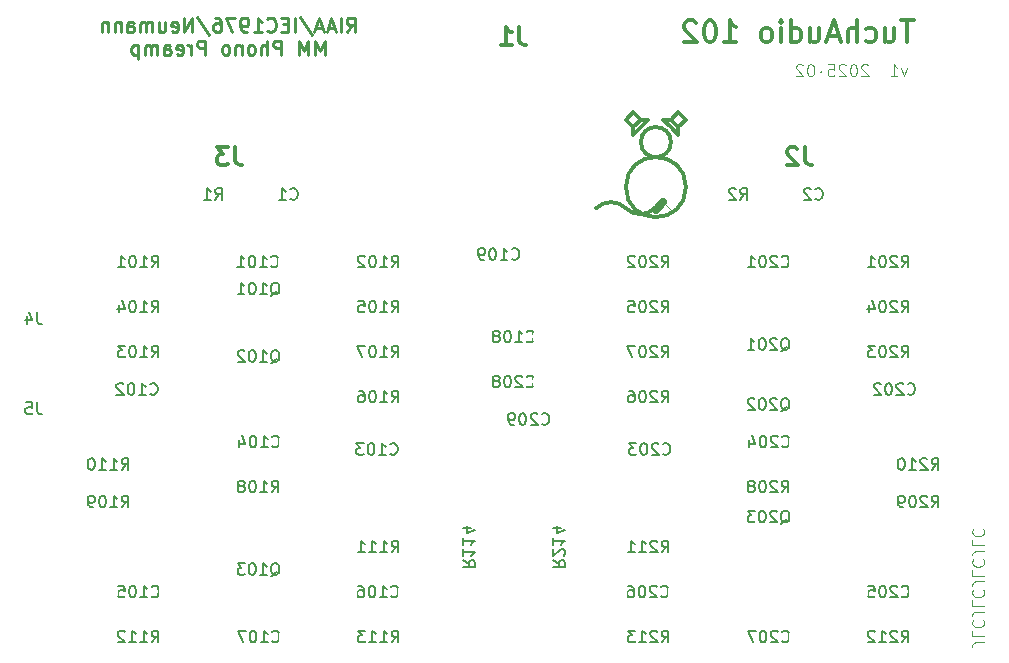
<source format=gbo>
G04 #@! TF.GenerationSoftware,KiCad,Pcbnew,8.0.9*
G04 #@! TF.CreationDate,2025-03-02T14:12:50+01:00*
G04 #@! TF.ProjectId,cjss102,636a7373-3130-4322-9e6b-696361645f70,rev?*
G04 #@! TF.SameCoordinates,Original*
G04 #@! TF.FileFunction,Legend,Bot*
G04 #@! TF.FilePolarity,Positive*
%FSLAX46Y46*%
G04 Gerber Fmt 4.6, Leading zero omitted, Abs format (unit mm)*
G04 Created by KiCad (PCBNEW 8.0.9) date 2025-03-02 14:12:50*
%MOMM*%
%LPD*%
G01*
G04 APERTURE LIST*
%ADD10C,0.700000*%
%ADD11C,0.100000*%
%ADD12C,0.300000*%
%ADD13C,0.360000*%
%ADD14C,0.240000*%
%ADD15C,0.150000*%
%ADD16C,0.304800*%
%ADD17C,1.600000*%
%ADD18O,1.600000X1.600000*%
%ADD19C,5.600000*%
%ADD20R,1.700000X1.700000*%
%ADD21O,1.700000X1.700000*%
%ADD22R,1.200000X1.200000*%
%ADD23C,1.200000*%
%ADD24O,1.900000X3.200000*%
%ADD25C,2.000000*%
%ADD26C,2.200000*%
%ADD27R,1.600000X1.600000*%
%ADD28R,1.050000X1.500000*%
%ADD29O,1.050000X1.500000*%
%ADD30C,3.200000*%
G04 APERTURE END LIST*
D10*
X161925000Y-52705000D02*
X162560000Y-52070000D01*
D11*
X162560000Y-52070000D02*
X163195000Y-52705000D01*
D12*
X164465000Y-45085000D02*
X163830000Y-44450000D01*
X163195000Y-45720000D02*
X163830000Y-46355000D01*
X161871746Y-52540356D02*
G75*
G02*
X159384956Y-52596095I-1270046J1161156D01*
G01*
X164465000Y-50800000D02*
G75*
G02*
X159385000Y-50800000I-2540000J0D01*
G01*
X159385000Y-50800000D02*
G75*
G02*
X164465000Y-50800000I2540000J0D01*
G01*
X159385000Y-45085000D02*
X160020000Y-44450000D01*
X163195000Y-45085000D02*
X163830000Y-45720000D01*
X162560000Y-45085000D02*
X163195000Y-45720000D01*
X160020000Y-45720000D02*
X160020000Y-46355000D01*
X160020000Y-45720000D02*
X159385000Y-45085000D01*
X163195000Y-45085000D02*
X162560000Y-45085000D01*
X160020000Y-46355000D02*
X161290000Y-45085000D01*
X163830000Y-46355000D02*
X163830000Y-45720000D01*
X163830000Y-44450000D02*
X163195000Y-45085000D01*
X163195000Y-46990000D02*
G75*
G02*
X160655000Y-46990000I-1270000J0D01*
G01*
X160655000Y-46990000D02*
G75*
G02*
X163195000Y-46990000I1270000J0D01*
G01*
X163830000Y-45720000D02*
X164465000Y-45085000D01*
X160020000Y-44450000D02*
X160655000Y-45085000D01*
X156845000Y-52596051D02*
G75*
G02*
X159385000Y-52596051I1270000J-1270001D01*
G01*
X161290000Y-45085000D02*
X160655000Y-45085000D01*
X160655000Y-45085000D02*
X160020000Y-45720000D01*
D11*
X189722580Y-89326401D02*
X189008295Y-89326401D01*
X189008295Y-89326401D02*
X188865438Y-89374020D01*
X188865438Y-89374020D02*
X188770200Y-89469258D01*
X188770200Y-89469258D02*
X188722580Y-89612115D01*
X188722580Y-89612115D02*
X188722580Y-89707353D01*
X188722580Y-88374020D02*
X188722580Y-88850210D01*
X188722580Y-88850210D02*
X189722580Y-88850210D01*
X188817819Y-87469258D02*
X188770200Y-87516877D01*
X188770200Y-87516877D02*
X188722580Y-87659734D01*
X188722580Y-87659734D02*
X188722580Y-87754972D01*
X188722580Y-87754972D02*
X188770200Y-87897829D01*
X188770200Y-87897829D02*
X188865438Y-87993067D01*
X188865438Y-87993067D02*
X188960676Y-88040686D01*
X188960676Y-88040686D02*
X189151152Y-88088305D01*
X189151152Y-88088305D02*
X189294009Y-88088305D01*
X189294009Y-88088305D02*
X189484485Y-88040686D01*
X189484485Y-88040686D02*
X189579723Y-87993067D01*
X189579723Y-87993067D02*
X189674961Y-87897829D01*
X189674961Y-87897829D02*
X189722580Y-87754972D01*
X189722580Y-87754972D02*
X189722580Y-87659734D01*
X189722580Y-87659734D02*
X189674961Y-87516877D01*
X189674961Y-87516877D02*
X189627342Y-87469258D01*
X189722580Y-86754972D02*
X189008295Y-86754972D01*
X189008295Y-86754972D02*
X188865438Y-86802591D01*
X188865438Y-86802591D02*
X188770200Y-86897829D01*
X188770200Y-86897829D02*
X188722580Y-87040686D01*
X188722580Y-87040686D02*
X188722580Y-87135924D01*
X188722580Y-85802591D02*
X188722580Y-86278781D01*
X188722580Y-86278781D02*
X189722580Y-86278781D01*
X188817819Y-84897829D02*
X188770200Y-84945448D01*
X188770200Y-84945448D02*
X188722580Y-85088305D01*
X188722580Y-85088305D02*
X188722580Y-85183543D01*
X188722580Y-85183543D02*
X188770200Y-85326400D01*
X188770200Y-85326400D02*
X188865438Y-85421638D01*
X188865438Y-85421638D02*
X188960676Y-85469257D01*
X188960676Y-85469257D02*
X189151152Y-85516876D01*
X189151152Y-85516876D02*
X189294009Y-85516876D01*
X189294009Y-85516876D02*
X189484485Y-85469257D01*
X189484485Y-85469257D02*
X189579723Y-85421638D01*
X189579723Y-85421638D02*
X189674961Y-85326400D01*
X189674961Y-85326400D02*
X189722580Y-85183543D01*
X189722580Y-85183543D02*
X189722580Y-85088305D01*
X189722580Y-85088305D02*
X189674961Y-84945448D01*
X189674961Y-84945448D02*
X189627342Y-84897829D01*
X189722580Y-84183543D02*
X189008295Y-84183543D01*
X189008295Y-84183543D02*
X188865438Y-84231162D01*
X188865438Y-84231162D02*
X188770200Y-84326400D01*
X188770200Y-84326400D02*
X188722580Y-84469257D01*
X188722580Y-84469257D02*
X188722580Y-84564495D01*
X188722580Y-83231162D02*
X188722580Y-83707352D01*
X188722580Y-83707352D02*
X189722580Y-83707352D01*
X188817819Y-82326400D02*
X188770200Y-82374019D01*
X188770200Y-82374019D02*
X188722580Y-82516876D01*
X188722580Y-82516876D02*
X188722580Y-82612114D01*
X188722580Y-82612114D02*
X188770200Y-82754971D01*
X188770200Y-82754971D02*
X188865438Y-82850209D01*
X188865438Y-82850209D02*
X188960676Y-82897828D01*
X188960676Y-82897828D02*
X189151152Y-82945447D01*
X189151152Y-82945447D02*
X189294009Y-82945447D01*
X189294009Y-82945447D02*
X189484485Y-82897828D01*
X189484485Y-82897828D02*
X189579723Y-82850209D01*
X189579723Y-82850209D02*
X189674961Y-82754971D01*
X189674961Y-82754971D02*
X189722580Y-82612114D01*
X189722580Y-82612114D02*
X189722580Y-82516876D01*
X189722580Y-82516876D02*
X189674961Y-82374019D01*
X189674961Y-82374019D02*
X189627342Y-82326400D01*
X189722580Y-81612114D02*
X189008295Y-81612114D01*
X189008295Y-81612114D02*
X188865438Y-81659733D01*
X188865438Y-81659733D02*
X188770200Y-81754971D01*
X188770200Y-81754971D02*
X188722580Y-81897828D01*
X188722580Y-81897828D02*
X188722580Y-81993066D01*
X188722580Y-80659733D02*
X188722580Y-81135923D01*
X188722580Y-81135923D02*
X189722580Y-81135923D01*
X188817819Y-79754971D02*
X188770200Y-79802590D01*
X188770200Y-79802590D02*
X188722580Y-79945447D01*
X188722580Y-79945447D02*
X188722580Y-80040685D01*
X188722580Y-80040685D02*
X188770200Y-80183542D01*
X188770200Y-80183542D02*
X188865438Y-80278780D01*
X188865438Y-80278780D02*
X188960676Y-80326399D01*
X188960676Y-80326399D02*
X189151152Y-80374018D01*
X189151152Y-80374018D02*
X189294009Y-80374018D01*
X189294009Y-80374018D02*
X189484485Y-80326399D01*
X189484485Y-80326399D02*
X189579723Y-80278780D01*
X189579723Y-80278780D02*
X189674961Y-80183542D01*
X189674961Y-80183542D02*
X189722580Y-80040685D01*
X189722580Y-80040685D02*
X189722580Y-79945447D01*
X189722580Y-79945447D02*
X189674961Y-79802590D01*
X189674961Y-79802590D02*
X189627342Y-79754971D01*
D13*
X183741729Y-36695994D02*
X182713158Y-36695994D01*
X183227443Y-38495994D02*
X183227443Y-36695994D01*
X181341729Y-37295994D02*
X181341729Y-38495994D01*
X182113157Y-37295994D02*
X182113157Y-38238851D01*
X182113157Y-38238851D02*
X182027443Y-38410280D01*
X182027443Y-38410280D02*
X181856014Y-38495994D01*
X181856014Y-38495994D02*
X181598871Y-38495994D01*
X181598871Y-38495994D02*
X181427443Y-38410280D01*
X181427443Y-38410280D02*
X181341729Y-38324565D01*
X179713158Y-38410280D02*
X179884586Y-38495994D01*
X179884586Y-38495994D02*
X180227443Y-38495994D01*
X180227443Y-38495994D02*
X180398872Y-38410280D01*
X180398872Y-38410280D02*
X180484586Y-38324565D01*
X180484586Y-38324565D02*
X180570300Y-38153137D01*
X180570300Y-38153137D02*
X180570300Y-37638851D01*
X180570300Y-37638851D02*
X180484586Y-37467422D01*
X180484586Y-37467422D02*
X180398872Y-37381708D01*
X180398872Y-37381708D02*
X180227443Y-37295994D01*
X180227443Y-37295994D02*
X179884586Y-37295994D01*
X179884586Y-37295994D02*
X179713158Y-37381708D01*
X178941729Y-38495994D02*
X178941729Y-36695994D01*
X178170301Y-38495994D02*
X178170301Y-37553137D01*
X178170301Y-37553137D02*
X178256015Y-37381708D01*
X178256015Y-37381708D02*
X178427443Y-37295994D01*
X178427443Y-37295994D02*
X178684586Y-37295994D01*
X178684586Y-37295994D02*
X178856015Y-37381708D01*
X178856015Y-37381708D02*
X178941729Y-37467422D01*
X177398872Y-37981708D02*
X176541730Y-37981708D01*
X177570301Y-38495994D02*
X176970301Y-36695994D01*
X176970301Y-36695994D02*
X176370301Y-38495994D01*
X174998873Y-37295994D02*
X174998873Y-38495994D01*
X175770301Y-37295994D02*
X175770301Y-38238851D01*
X175770301Y-38238851D02*
X175684587Y-38410280D01*
X175684587Y-38410280D02*
X175513158Y-38495994D01*
X175513158Y-38495994D02*
X175256015Y-38495994D01*
X175256015Y-38495994D02*
X175084587Y-38410280D01*
X175084587Y-38410280D02*
X174998873Y-38324565D01*
X173370302Y-38495994D02*
X173370302Y-36695994D01*
X173370302Y-38410280D02*
X173541730Y-38495994D01*
X173541730Y-38495994D02*
X173884587Y-38495994D01*
X173884587Y-38495994D02*
X174056016Y-38410280D01*
X174056016Y-38410280D02*
X174141730Y-38324565D01*
X174141730Y-38324565D02*
X174227444Y-38153137D01*
X174227444Y-38153137D02*
X174227444Y-37638851D01*
X174227444Y-37638851D02*
X174141730Y-37467422D01*
X174141730Y-37467422D02*
X174056016Y-37381708D01*
X174056016Y-37381708D02*
X173884587Y-37295994D01*
X173884587Y-37295994D02*
X173541730Y-37295994D01*
X173541730Y-37295994D02*
X173370302Y-37381708D01*
X172513159Y-38495994D02*
X172513159Y-37295994D01*
X172513159Y-36695994D02*
X172598873Y-36781708D01*
X172598873Y-36781708D02*
X172513159Y-36867422D01*
X172513159Y-36867422D02*
X172427445Y-36781708D01*
X172427445Y-36781708D02*
X172513159Y-36695994D01*
X172513159Y-36695994D02*
X172513159Y-36867422D01*
X171398873Y-38495994D02*
X171570302Y-38410280D01*
X171570302Y-38410280D02*
X171656016Y-38324565D01*
X171656016Y-38324565D02*
X171741730Y-38153137D01*
X171741730Y-38153137D02*
X171741730Y-37638851D01*
X171741730Y-37638851D02*
X171656016Y-37467422D01*
X171656016Y-37467422D02*
X171570302Y-37381708D01*
X171570302Y-37381708D02*
X171398873Y-37295994D01*
X171398873Y-37295994D02*
X171141730Y-37295994D01*
X171141730Y-37295994D02*
X170970302Y-37381708D01*
X170970302Y-37381708D02*
X170884588Y-37467422D01*
X170884588Y-37467422D02*
X170798873Y-37638851D01*
X170798873Y-37638851D02*
X170798873Y-38153137D01*
X170798873Y-38153137D02*
X170884588Y-38324565D01*
X170884588Y-38324565D02*
X170970302Y-38410280D01*
X170970302Y-38410280D02*
X171141730Y-38495994D01*
X171141730Y-38495994D02*
X171398873Y-38495994D01*
X167713159Y-38495994D02*
X168741730Y-38495994D01*
X168227445Y-38495994D02*
X168227445Y-36695994D01*
X168227445Y-36695994D02*
X168398873Y-36953137D01*
X168398873Y-36953137D02*
X168570302Y-37124565D01*
X168570302Y-37124565D02*
X168741730Y-37210280D01*
X166598873Y-36695994D02*
X166427444Y-36695994D01*
X166427444Y-36695994D02*
X166256016Y-36781708D01*
X166256016Y-36781708D02*
X166170302Y-36867422D01*
X166170302Y-36867422D02*
X166084587Y-37038851D01*
X166084587Y-37038851D02*
X165998873Y-37381708D01*
X165998873Y-37381708D02*
X165998873Y-37810280D01*
X165998873Y-37810280D02*
X166084587Y-38153137D01*
X166084587Y-38153137D02*
X166170302Y-38324565D01*
X166170302Y-38324565D02*
X166256016Y-38410280D01*
X166256016Y-38410280D02*
X166427444Y-38495994D01*
X166427444Y-38495994D02*
X166598873Y-38495994D01*
X166598873Y-38495994D02*
X166770302Y-38410280D01*
X166770302Y-38410280D02*
X166856016Y-38324565D01*
X166856016Y-38324565D02*
X166941730Y-38153137D01*
X166941730Y-38153137D02*
X167027444Y-37810280D01*
X167027444Y-37810280D02*
X167027444Y-37381708D01*
X167027444Y-37381708D02*
X166941730Y-37038851D01*
X166941730Y-37038851D02*
X166856016Y-36867422D01*
X166856016Y-36867422D02*
X166770302Y-36781708D01*
X166770302Y-36781708D02*
X166598873Y-36695994D01*
X165313158Y-36867422D02*
X165227444Y-36781708D01*
X165227444Y-36781708D02*
X165056016Y-36695994D01*
X165056016Y-36695994D02*
X164627444Y-36695994D01*
X164627444Y-36695994D02*
X164456016Y-36781708D01*
X164456016Y-36781708D02*
X164370301Y-36867422D01*
X164370301Y-36867422D02*
X164284587Y-37038851D01*
X164284587Y-37038851D02*
X164284587Y-37210280D01*
X164284587Y-37210280D02*
X164370301Y-37467422D01*
X164370301Y-37467422D02*
X165398873Y-38495994D01*
X165398873Y-38495994D02*
X164284587Y-38495994D01*
D11*
X183179353Y-40734752D02*
X182941258Y-41401419D01*
X182941258Y-41401419D02*
X182703163Y-40734752D01*
X181798401Y-41401419D02*
X182369829Y-41401419D01*
X182084115Y-41401419D02*
X182084115Y-40401419D01*
X182084115Y-40401419D02*
X182179353Y-40544276D01*
X182179353Y-40544276D02*
X182274591Y-40639514D01*
X182274591Y-40639514D02*
X182369829Y-40687133D01*
X179893638Y-40496657D02*
X179846019Y-40449038D01*
X179846019Y-40449038D02*
X179750781Y-40401419D01*
X179750781Y-40401419D02*
X179512686Y-40401419D01*
X179512686Y-40401419D02*
X179417448Y-40449038D01*
X179417448Y-40449038D02*
X179369829Y-40496657D01*
X179369829Y-40496657D02*
X179322210Y-40591895D01*
X179322210Y-40591895D02*
X179322210Y-40687133D01*
X179322210Y-40687133D02*
X179369829Y-40829990D01*
X179369829Y-40829990D02*
X179941257Y-41401419D01*
X179941257Y-41401419D02*
X179322210Y-41401419D01*
X178703162Y-40401419D02*
X178607924Y-40401419D01*
X178607924Y-40401419D02*
X178512686Y-40449038D01*
X178512686Y-40449038D02*
X178465067Y-40496657D01*
X178465067Y-40496657D02*
X178417448Y-40591895D01*
X178417448Y-40591895D02*
X178369829Y-40782371D01*
X178369829Y-40782371D02*
X178369829Y-41020466D01*
X178369829Y-41020466D02*
X178417448Y-41210942D01*
X178417448Y-41210942D02*
X178465067Y-41306180D01*
X178465067Y-41306180D02*
X178512686Y-41353800D01*
X178512686Y-41353800D02*
X178607924Y-41401419D01*
X178607924Y-41401419D02*
X178703162Y-41401419D01*
X178703162Y-41401419D02*
X178798400Y-41353800D01*
X178798400Y-41353800D02*
X178846019Y-41306180D01*
X178846019Y-41306180D02*
X178893638Y-41210942D01*
X178893638Y-41210942D02*
X178941257Y-41020466D01*
X178941257Y-41020466D02*
X178941257Y-40782371D01*
X178941257Y-40782371D02*
X178893638Y-40591895D01*
X178893638Y-40591895D02*
X178846019Y-40496657D01*
X178846019Y-40496657D02*
X178798400Y-40449038D01*
X178798400Y-40449038D02*
X178703162Y-40401419D01*
X177988876Y-40496657D02*
X177941257Y-40449038D01*
X177941257Y-40449038D02*
X177846019Y-40401419D01*
X177846019Y-40401419D02*
X177607924Y-40401419D01*
X177607924Y-40401419D02*
X177512686Y-40449038D01*
X177512686Y-40449038D02*
X177465067Y-40496657D01*
X177465067Y-40496657D02*
X177417448Y-40591895D01*
X177417448Y-40591895D02*
X177417448Y-40687133D01*
X177417448Y-40687133D02*
X177465067Y-40829990D01*
X177465067Y-40829990D02*
X178036495Y-41401419D01*
X178036495Y-41401419D02*
X177417448Y-41401419D01*
X176512686Y-40401419D02*
X176988876Y-40401419D01*
X176988876Y-40401419D02*
X177036495Y-40877609D01*
X177036495Y-40877609D02*
X176988876Y-40829990D01*
X176988876Y-40829990D02*
X176893638Y-40782371D01*
X176893638Y-40782371D02*
X176655543Y-40782371D01*
X176655543Y-40782371D02*
X176560305Y-40829990D01*
X176560305Y-40829990D02*
X176512686Y-40877609D01*
X176512686Y-40877609D02*
X176465067Y-40972847D01*
X176465067Y-40972847D02*
X176465067Y-41210942D01*
X176465067Y-41210942D02*
X176512686Y-41306180D01*
X176512686Y-41306180D02*
X176560305Y-41353800D01*
X176560305Y-41353800D02*
X176655543Y-41401419D01*
X176655543Y-41401419D02*
X176893638Y-41401419D01*
X176893638Y-41401419D02*
X176988876Y-41353800D01*
X176988876Y-41353800D02*
X177036495Y-41306180D01*
X175893638Y-40972847D02*
X175941257Y-41020466D01*
X175941257Y-41020466D02*
X175893638Y-41068085D01*
X175893638Y-41068085D02*
X175846019Y-41020466D01*
X175846019Y-41020466D02*
X175893638Y-40972847D01*
X175893638Y-40972847D02*
X175893638Y-41068085D01*
X175084114Y-40401419D02*
X174988876Y-40401419D01*
X174988876Y-40401419D02*
X174893638Y-40449038D01*
X174893638Y-40449038D02*
X174846019Y-40496657D01*
X174846019Y-40496657D02*
X174798400Y-40591895D01*
X174798400Y-40591895D02*
X174750781Y-40782371D01*
X174750781Y-40782371D02*
X174750781Y-41020466D01*
X174750781Y-41020466D02*
X174798400Y-41210942D01*
X174798400Y-41210942D02*
X174846019Y-41306180D01*
X174846019Y-41306180D02*
X174893638Y-41353800D01*
X174893638Y-41353800D02*
X174988876Y-41401419D01*
X174988876Y-41401419D02*
X175084114Y-41401419D01*
X175084114Y-41401419D02*
X175179352Y-41353800D01*
X175179352Y-41353800D02*
X175226971Y-41306180D01*
X175226971Y-41306180D02*
X175274590Y-41210942D01*
X175274590Y-41210942D02*
X175322209Y-41020466D01*
X175322209Y-41020466D02*
X175322209Y-40782371D01*
X175322209Y-40782371D02*
X175274590Y-40591895D01*
X175274590Y-40591895D02*
X175226971Y-40496657D01*
X175226971Y-40496657D02*
X175179352Y-40449038D01*
X175179352Y-40449038D02*
X175084114Y-40401419D01*
X174369828Y-40496657D02*
X174322209Y-40449038D01*
X174322209Y-40449038D02*
X174226971Y-40401419D01*
X174226971Y-40401419D02*
X173988876Y-40401419D01*
X173988876Y-40401419D02*
X173893638Y-40449038D01*
X173893638Y-40449038D02*
X173846019Y-40496657D01*
X173846019Y-40496657D02*
X173798400Y-40591895D01*
X173798400Y-40591895D02*
X173798400Y-40687133D01*
X173798400Y-40687133D02*
X173846019Y-40829990D01*
X173846019Y-40829990D02*
X174417447Y-41401419D01*
X174417447Y-41401419D02*
X173798400Y-41401419D01*
D14*
X135758570Y-37659729D02*
X136158570Y-37088301D01*
X136444284Y-37659729D02*
X136444284Y-36459729D01*
X136444284Y-36459729D02*
X135987141Y-36459729D01*
X135987141Y-36459729D02*
X135872856Y-36516872D01*
X135872856Y-36516872D02*
X135815713Y-36574015D01*
X135815713Y-36574015D02*
X135758570Y-36688301D01*
X135758570Y-36688301D02*
X135758570Y-36859729D01*
X135758570Y-36859729D02*
X135815713Y-36974015D01*
X135815713Y-36974015D02*
X135872856Y-37031158D01*
X135872856Y-37031158D02*
X135987141Y-37088301D01*
X135987141Y-37088301D02*
X136444284Y-37088301D01*
X135244284Y-37659729D02*
X135244284Y-36459729D01*
X134729998Y-37316872D02*
X134158570Y-37316872D01*
X134844284Y-37659729D02*
X134444284Y-36459729D01*
X134444284Y-36459729D02*
X134044284Y-37659729D01*
X133701427Y-37316872D02*
X133129999Y-37316872D01*
X133815713Y-37659729D02*
X133415713Y-36459729D01*
X133415713Y-36459729D02*
X133015713Y-37659729D01*
X131758570Y-36402587D02*
X132787142Y-37945444D01*
X131358570Y-37659729D02*
X131358570Y-36459729D01*
X130787141Y-37031158D02*
X130387141Y-37031158D01*
X130215713Y-37659729D02*
X130787141Y-37659729D01*
X130787141Y-37659729D02*
X130787141Y-36459729D01*
X130787141Y-36459729D02*
X130215713Y-36459729D01*
X129015713Y-37545444D02*
X129072856Y-37602587D01*
X129072856Y-37602587D02*
X129244284Y-37659729D01*
X129244284Y-37659729D02*
X129358570Y-37659729D01*
X129358570Y-37659729D02*
X129529999Y-37602587D01*
X129529999Y-37602587D02*
X129644284Y-37488301D01*
X129644284Y-37488301D02*
X129701427Y-37374015D01*
X129701427Y-37374015D02*
X129758570Y-37145444D01*
X129758570Y-37145444D02*
X129758570Y-36974015D01*
X129758570Y-36974015D02*
X129701427Y-36745444D01*
X129701427Y-36745444D02*
X129644284Y-36631158D01*
X129644284Y-36631158D02*
X129529999Y-36516872D01*
X129529999Y-36516872D02*
X129358570Y-36459729D01*
X129358570Y-36459729D02*
X129244284Y-36459729D01*
X129244284Y-36459729D02*
X129072856Y-36516872D01*
X129072856Y-36516872D02*
X129015713Y-36574015D01*
X127872856Y-37659729D02*
X128558570Y-37659729D01*
X128215713Y-37659729D02*
X128215713Y-36459729D01*
X128215713Y-36459729D02*
X128329999Y-36631158D01*
X128329999Y-36631158D02*
X128444284Y-36745444D01*
X128444284Y-36745444D02*
X128558570Y-36802587D01*
X127301427Y-37659729D02*
X127072856Y-37659729D01*
X127072856Y-37659729D02*
X126958570Y-37602587D01*
X126958570Y-37602587D02*
X126901427Y-37545444D01*
X126901427Y-37545444D02*
X126787142Y-37374015D01*
X126787142Y-37374015D02*
X126729999Y-37145444D01*
X126729999Y-37145444D02*
X126729999Y-36688301D01*
X126729999Y-36688301D02*
X126787142Y-36574015D01*
X126787142Y-36574015D02*
X126844285Y-36516872D01*
X126844285Y-36516872D02*
X126958570Y-36459729D01*
X126958570Y-36459729D02*
X127187142Y-36459729D01*
X127187142Y-36459729D02*
X127301427Y-36516872D01*
X127301427Y-36516872D02*
X127358570Y-36574015D01*
X127358570Y-36574015D02*
X127415713Y-36688301D01*
X127415713Y-36688301D02*
X127415713Y-36974015D01*
X127415713Y-36974015D02*
X127358570Y-37088301D01*
X127358570Y-37088301D02*
X127301427Y-37145444D01*
X127301427Y-37145444D02*
X127187142Y-37202587D01*
X127187142Y-37202587D02*
X126958570Y-37202587D01*
X126958570Y-37202587D02*
X126844285Y-37145444D01*
X126844285Y-37145444D02*
X126787142Y-37088301D01*
X126787142Y-37088301D02*
X126729999Y-36974015D01*
X126329999Y-36459729D02*
X125529999Y-36459729D01*
X125529999Y-36459729D02*
X126044285Y-37659729D01*
X124558571Y-36459729D02*
X124787142Y-36459729D01*
X124787142Y-36459729D02*
X124901428Y-36516872D01*
X124901428Y-36516872D02*
X124958571Y-36574015D01*
X124958571Y-36574015D02*
X125072856Y-36745444D01*
X125072856Y-36745444D02*
X125129999Y-36974015D01*
X125129999Y-36974015D02*
X125129999Y-37431158D01*
X125129999Y-37431158D02*
X125072856Y-37545444D01*
X125072856Y-37545444D02*
X125015713Y-37602587D01*
X125015713Y-37602587D02*
X124901428Y-37659729D01*
X124901428Y-37659729D02*
X124672856Y-37659729D01*
X124672856Y-37659729D02*
X124558571Y-37602587D01*
X124558571Y-37602587D02*
X124501428Y-37545444D01*
X124501428Y-37545444D02*
X124444285Y-37431158D01*
X124444285Y-37431158D02*
X124444285Y-37145444D01*
X124444285Y-37145444D02*
X124501428Y-37031158D01*
X124501428Y-37031158D02*
X124558571Y-36974015D01*
X124558571Y-36974015D02*
X124672856Y-36916872D01*
X124672856Y-36916872D02*
X124901428Y-36916872D01*
X124901428Y-36916872D02*
X125015713Y-36974015D01*
X125015713Y-36974015D02*
X125072856Y-37031158D01*
X125072856Y-37031158D02*
X125129999Y-37145444D01*
X123072856Y-36402587D02*
X124101428Y-37945444D01*
X122672856Y-37659729D02*
X122672856Y-36459729D01*
X122672856Y-36459729D02*
X121987142Y-37659729D01*
X121987142Y-37659729D02*
X121987142Y-36459729D01*
X120958570Y-37602587D02*
X121072856Y-37659729D01*
X121072856Y-37659729D02*
X121301428Y-37659729D01*
X121301428Y-37659729D02*
X121415713Y-37602587D01*
X121415713Y-37602587D02*
X121472856Y-37488301D01*
X121472856Y-37488301D02*
X121472856Y-37031158D01*
X121472856Y-37031158D02*
X121415713Y-36916872D01*
X121415713Y-36916872D02*
X121301428Y-36859729D01*
X121301428Y-36859729D02*
X121072856Y-36859729D01*
X121072856Y-36859729D02*
X120958570Y-36916872D01*
X120958570Y-36916872D02*
X120901428Y-37031158D01*
X120901428Y-37031158D02*
X120901428Y-37145444D01*
X120901428Y-37145444D02*
X121472856Y-37259729D01*
X119872857Y-36859729D02*
X119872857Y-37659729D01*
X120387142Y-36859729D02*
X120387142Y-37488301D01*
X120387142Y-37488301D02*
X120329999Y-37602587D01*
X120329999Y-37602587D02*
X120215714Y-37659729D01*
X120215714Y-37659729D02*
X120044285Y-37659729D01*
X120044285Y-37659729D02*
X119929999Y-37602587D01*
X119929999Y-37602587D02*
X119872857Y-37545444D01*
X119301428Y-37659729D02*
X119301428Y-36859729D01*
X119301428Y-36974015D02*
X119244285Y-36916872D01*
X119244285Y-36916872D02*
X119130000Y-36859729D01*
X119130000Y-36859729D02*
X118958571Y-36859729D01*
X118958571Y-36859729D02*
X118844285Y-36916872D01*
X118844285Y-36916872D02*
X118787143Y-37031158D01*
X118787143Y-37031158D02*
X118787143Y-37659729D01*
X118787143Y-37031158D02*
X118730000Y-36916872D01*
X118730000Y-36916872D02*
X118615714Y-36859729D01*
X118615714Y-36859729D02*
X118444285Y-36859729D01*
X118444285Y-36859729D02*
X118330000Y-36916872D01*
X118330000Y-36916872D02*
X118272857Y-37031158D01*
X118272857Y-37031158D02*
X118272857Y-37659729D01*
X117187143Y-37659729D02*
X117187143Y-37031158D01*
X117187143Y-37031158D02*
X117244285Y-36916872D01*
X117244285Y-36916872D02*
X117358571Y-36859729D01*
X117358571Y-36859729D02*
X117587143Y-36859729D01*
X117587143Y-36859729D02*
X117701428Y-36916872D01*
X117187143Y-37602587D02*
X117301428Y-37659729D01*
X117301428Y-37659729D02*
X117587143Y-37659729D01*
X117587143Y-37659729D02*
X117701428Y-37602587D01*
X117701428Y-37602587D02*
X117758571Y-37488301D01*
X117758571Y-37488301D02*
X117758571Y-37374015D01*
X117758571Y-37374015D02*
X117701428Y-37259729D01*
X117701428Y-37259729D02*
X117587143Y-37202587D01*
X117587143Y-37202587D02*
X117301428Y-37202587D01*
X117301428Y-37202587D02*
X117187143Y-37145444D01*
X116615714Y-36859729D02*
X116615714Y-37659729D01*
X116615714Y-36974015D02*
X116558571Y-36916872D01*
X116558571Y-36916872D02*
X116444286Y-36859729D01*
X116444286Y-36859729D02*
X116272857Y-36859729D01*
X116272857Y-36859729D02*
X116158571Y-36916872D01*
X116158571Y-36916872D02*
X116101429Y-37031158D01*
X116101429Y-37031158D02*
X116101429Y-37659729D01*
X115530000Y-36859729D02*
X115530000Y-37659729D01*
X115530000Y-36974015D02*
X115472857Y-36916872D01*
X115472857Y-36916872D02*
X115358572Y-36859729D01*
X115358572Y-36859729D02*
X115187143Y-36859729D01*
X115187143Y-36859729D02*
X115072857Y-36916872D01*
X115072857Y-36916872D02*
X115015715Y-37031158D01*
X115015715Y-37031158D02*
X115015715Y-37659729D01*
X133872856Y-39591662D02*
X133872856Y-38391662D01*
X133872856Y-38391662D02*
X133472856Y-39248805D01*
X133472856Y-39248805D02*
X133072856Y-38391662D01*
X133072856Y-38391662D02*
X133072856Y-39591662D01*
X132501427Y-39591662D02*
X132501427Y-38391662D01*
X132501427Y-38391662D02*
X132101427Y-39248805D01*
X132101427Y-39248805D02*
X131701427Y-38391662D01*
X131701427Y-38391662D02*
X131701427Y-39591662D01*
X130215712Y-39591662D02*
X130215712Y-38391662D01*
X130215712Y-38391662D02*
X129758569Y-38391662D01*
X129758569Y-38391662D02*
X129644284Y-38448805D01*
X129644284Y-38448805D02*
X129587141Y-38505948D01*
X129587141Y-38505948D02*
X129529998Y-38620234D01*
X129529998Y-38620234D02*
X129529998Y-38791662D01*
X129529998Y-38791662D02*
X129587141Y-38905948D01*
X129587141Y-38905948D02*
X129644284Y-38963091D01*
X129644284Y-38963091D02*
X129758569Y-39020234D01*
X129758569Y-39020234D02*
X130215712Y-39020234D01*
X129015712Y-39591662D02*
X129015712Y-38391662D01*
X128501427Y-39591662D02*
X128501427Y-38963091D01*
X128501427Y-38963091D02*
X128558569Y-38848805D01*
X128558569Y-38848805D02*
X128672855Y-38791662D01*
X128672855Y-38791662D02*
X128844284Y-38791662D01*
X128844284Y-38791662D02*
X128958569Y-38848805D01*
X128958569Y-38848805D02*
X129015712Y-38905948D01*
X127758570Y-39591662D02*
X127872855Y-39534520D01*
X127872855Y-39534520D02*
X127929998Y-39477377D01*
X127929998Y-39477377D02*
X127987141Y-39363091D01*
X127987141Y-39363091D02*
X127987141Y-39020234D01*
X127987141Y-39020234D02*
X127929998Y-38905948D01*
X127929998Y-38905948D02*
X127872855Y-38848805D01*
X127872855Y-38848805D02*
X127758570Y-38791662D01*
X127758570Y-38791662D02*
X127587141Y-38791662D01*
X127587141Y-38791662D02*
X127472855Y-38848805D01*
X127472855Y-38848805D02*
X127415713Y-38905948D01*
X127415713Y-38905948D02*
X127358570Y-39020234D01*
X127358570Y-39020234D02*
X127358570Y-39363091D01*
X127358570Y-39363091D02*
X127415713Y-39477377D01*
X127415713Y-39477377D02*
X127472855Y-39534520D01*
X127472855Y-39534520D02*
X127587141Y-39591662D01*
X127587141Y-39591662D02*
X127758570Y-39591662D01*
X126844284Y-38791662D02*
X126844284Y-39591662D01*
X126844284Y-38905948D02*
X126787141Y-38848805D01*
X126787141Y-38848805D02*
X126672856Y-38791662D01*
X126672856Y-38791662D02*
X126501427Y-38791662D01*
X126501427Y-38791662D02*
X126387141Y-38848805D01*
X126387141Y-38848805D02*
X126329999Y-38963091D01*
X126329999Y-38963091D02*
X126329999Y-39591662D01*
X125587142Y-39591662D02*
X125701427Y-39534520D01*
X125701427Y-39534520D02*
X125758570Y-39477377D01*
X125758570Y-39477377D02*
X125815713Y-39363091D01*
X125815713Y-39363091D02*
X125815713Y-39020234D01*
X125815713Y-39020234D02*
X125758570Y-38905948D01*
X125758570Y-38905948D02*
X125701427Y-38848805D01*
X125701427Y-38848805D02*
X125587142Y-38791662D01*
X125587142Y-38791662D02*
X125415713Y-38791662D01*
X125415713Y-38791662D02*
X125301427Y-38848805D01*
X125301427Y-38848805D02*
X125244285Y-38905948D01*
X125244285Y-38905948D02*
X125187142Y-39020234D01*
X125187142Y-39020234D02*
X125187142Y-39363091D01*
X125187142Y-39363091D02*
X125244285Y-39477377D01*
X125244285Y-39477377D02*
X125301427Y-39534520D01*
X125301427Y-39534520D02*
X125415713Y-39591662D01*
X125415713Y-39591662D02*
X125587142Y-39591662D01*
X123758570Y-39591662D02*
X123758570Y-38391662D01*
X123758570Y-38391662D02*
X123301427Y-38391662D01*
X123301427Y-38391662D02*
X123187142Y-38448805D01*
X123187142Y-38448805D02*
X123129999Y-38505948D01*
X123129999Y-38505948D02*
X123072856Y-38620234D01*
X123072856Y-38620234D02*
X123072856Y-38791662D01*
X123072856Y-38791662D02*
X123129999Y-38905948D01*
X123129999Y-38905948D02*
X123187142Y-38963091D01*
X123187142Y-38963091D02*
X123301427Y-39020234D01*
X123301427Y-39020234D02*
X123758570Y-39020234D01*
X122558570Y-39591662D02*
X122558570Y-38791662D01*
X122558570Y-39020234D02*
X122501427Y-38905948D01*
X122501427Y-38905948D02*
X122444285Y-38848805D01*
X122444285Y-38848805D02*
X122329999Y-38791662D01*
X122329999Y-38791662D02*
X122215713Y-38791662D01*
X121358570Y-39534520D02*
X121472856Y-39591662D01*
X121472856Y-39591662D02*
X121701428Y-39591662D01*
X121701428Y-39591662D02*
X121815713Y-39534520D01*
X121815713Y-39534520D02*
X121872856Y-39420234D01*
X121872856Y-39420234D02*
X121872856Y-38963091D01*
X121872856Y-38963091D02*
X121815713Y-38848805D01*
X121815713Y-38848805D02*
X121701428Y-38791662D01*
X121701428Y-38791662D02*
X121472856Y-38791662D01*
X121472856Y-38791662D02*
X121358570Y-38848805D01*
X121358570Y-38848805D02*
X121301428Y-38963091D01*
X121301428Y-38963091D02*
X121301428Y-39077377D01*
X121301428Y-39077377D02*
X121872856Y-39191662D01*
X120272857Y-39591662D02*
X120272857Y-38963091D01*
X120272857Y-38963091D02*
X120329999Y-38848805D01*
X120329999Y-38848805D02*
X120444285Y-38791662D01*
X120444285Y-38791662D02*
X120672857Y-38791662D01*
X120672857Y-38791662D02*
X120787142Y-38848805D01*
X120272857Y-39534520D02*
X120387142Y-39591662D01*
X120387142Y-39591662D02*
X120672857Y-39591662D01*
X120672857Y-39591662D02*
X120787142Y-39534520D01*
X120787142Y-39534520D02*
X120844285Y-39420234D01*
X120844285Y-39420234D02*
X120844285Y-39305948D01*
X120844285Y-39305948D02*
X120787142Y-39191662D01*
X120787142Y-39191662D02*
X120672857Y-39134520D01*
X120672857Y-39134520D02*
X120387142Y-39134520D01*
X120387142Y-39134520D02*
X120272857Y-39077377D01*
X119701428Y-39591662D02*
X119701428Y-38791662D01*
X119701428Y-38905948D02*
X119644285Y-38848805D01*
X119644285Y-38848805D02*
X119530000Y-38791662D01*
X119530000Y-38791662D02*
X119358571Y-38791662D01*
X119358571Y-38791662D02*
X119244285Y-38848805D01*
X119244285Y-38848805D02*
X119187143Y-38963091D01*
X119187143Y-38963091D02*
X119187143Y-39591662D01*
X119187143Y-38963091D02*
X119130000Y-38848805D01*
X119130000Y-38848805D02*
X119015714Y-38791662D01*
X119015714Y-38791662D02*
X118844285Y-38791662D01*
X118844285Y-38791662D02*
X118730000Y-38848805D01*
X118730000Y-38848805D02*
X118672857Y-38963091D01*
X118672857Y-38963091D02*
X118672857Y-39591662D01*
X118101428Y-38791662D02*
X118101428Y-39991662D01*
X118101428Y-38848805D02*
X117987143Y-38791662D01*
X117987143Y-38791662D02*
X117758571Y-38791662D01*
X117758571Y-38791662D02*
X117644285Y-38848805D01*
X117644285Y-38848805D02*
X117587143Y-38905948D01*
X117587143Y-38905948D02*
X117530000Y-39020234D01*
X117530000Y-39020234D02*
X117530000Y-39363091D01*
X117530000Y-39363091D02*
X117587143Y-39477377D01*
X117587143Y-39477377D02*
X117644285Y-39534520D01*
X117644285Y-39534520D02*
X117758571Y-39591662D01*
X117758571Y-39591662D02*
X117987143Y-39591662D01*
X117987143Y-39591662D02*
X118101428Y-39534520D01*
D15*
X162409047Y-61414819D02*
X162742380Y-60938628D01*
X162980475Y-61414819D02*
X162980475Y-60414819D01*
X162980475Y-60414819D02*
X162599523Y-60414819D01*
X162599523Y-60414819D02*
X162504285Y-60462438D01*
X162504285Y-60462438D02*
X162456666Y-60510057D01*
X162456666Y-60510057D02*
X162409047Y-60605295D01*
X162409047Y-60605295D02*
X162409047Y-60748152D01*
X162409047Y-60748152D02*
X162456666Y-60843390D01*
X162456666Y-60843390D02*
X162504285Y-60891009D01*
X162504285Y-60891009D02*
X162599523Y-60938628D01*
X162599523Y-60938628D02*
X162980475Y-60938628D01*
X162028094Y-60510057D02*
X161980475Y-60462438D01*
X161980475Y-60462438D02*
X161885237Y-60414819D01*
X161885237Y-60414819D02*
X161647142Y-60414819D01*
X161647142Y-60414819D02*
X161551904Y-60462438D01*
X161551904Y-60462438D02*
X161504285Y-60510057D01*
X161504285Y-60510057D02*
X161456666Y-60605295D01*
X161456666Y-60605295D02*
X161456666Y-60700533D01*
X161456666Y-60700533D02*
X161504285Y-60843390D01*
X161504285Y-60843390D02*
X162075713Y-61414819D01*
X162075713Y-61414819D02*
X161456666Y-61414819D01*
X160837618Y-60414819D02*
X160742380Y-60414819D01*
X160742380Y-60414819D02*
X160647142Y-60462438D01*
X160647142Y-60462438D02*
X160599523Y-60510057D01*
X160599523Y-60510057D02*
X160551904Y-60605295D01*
X160551904Y-60605295D02*
X160504285Y-60795771D01*
X160504285Y-60795771D02*
X160504285Y-61033866D01*
X160504285Y-61033866D02*
X160551904Y-61224342D01*
X160551904Y-61224342D02*
X160599523Y-61319580D01*
X160599523Y-61319580D02*
X160647142Y-61367200D01*
X160647142Y-61367200D02*
X160742380Y-61414819D01*
X160742380Y-61414819D02*
X160837618Y-61414819D01*
X160837618Y-61414819D02*
X160932856Y-61367200D01*
X160932856Y-61367200D02*
X160980475Y-61319580D01*
X160980475Y-61319580D02*
X161028094Y-61224342D01*
X161028094Y-61224342D02*
X161075713Y-61033866D01*
X161075713Y-61033866D02*
X161075713Y-60795771D01*
X161075713Y-60795771D02*
X161028094Y-60605295D01*
X161028094Y-60605295D02*
X160980475Y-60510057D01*
X160980475Y-60510057D02*
X160932856Y-60462438D01*
X160932856Y-60462438D02*
X160837618Y-60414819D01*
X159599523Y-60414819D02*
X160075713Y-60414819D01*
X160075713Y-60414819D02*
X160123332Y-60891009D01*
X160123332Y-60891009D02*
X160075713Y-60843390D01*
X160075713Y-60843390D02*
X159980475Y-60795771D01*
X159980475Y-60795771D02*
X159742380Y-60795771D01*
X159742380Y-60795771D02*
X159647142Y-60843390D01*
X159647142Y-60843390D02*
X159599523Y-60891009D01*
X159599523Y-60891009D02*
X159551904Y-60986247D01*
X159551904Y-60986247D02*
X159551904Y-61224342D01*
X159551904Y-61224342D02*
X159599523Y-61319580D01*
X159599523Y-61319580D02*
X159647142Y-61367200D01*
X159647142Y-61367200D02*
X159742380Y-61414819D01*
X159742380Y-61414819D02*
X159980475Y-61414819D01*
X159980475Y-61414819D02*
X160075713Y-61367200D01*
X160075713Y-61367200D02*
X160123332Y-61319580D01*
X129349047Y-57509580D02*
X129396666Y-57557200D01*
X129396666Y-57557200D02*
X129539523Y-57604819D01*
X129539523Y-57604819D02*
X129634761Y-57604819D01*
X129634761Y-57604819D02*
X129777618Y-57557200D01*
X129777618Y-57557200D02*
X129872856Y-57461961D01*
X129872856Y-57461961D02*
X129920475Y-57366723D01*
X129920475Y-57366723D02*
X129968094Y-57176247D01*
X129968094Y-57176247D02*
X129968094Y-57033390D01*
X129968094Y-57033390D02*
X129920475Y-56842914D01*
X129920475Y-56842914D02*
X129872856Y-56747676D01*
X129872856Y-56747676D02*
X129777618Y-56652438D01*
X129777618Y-56652438D02*
X129634761Y-56604819D01*
X129634761Y-56604819D02*
X129539523Y-56604819D01*
X129539523Y-56604819D02*
X129396666Y-56652438D01*
X129396666Y-56652438D02*
X129349047Y-56700057D01*
X128396666Y-57604819D02*
X128968094Y-57604819D01*
X128682380Y-57604819D02*
X128682380Y-56604819D01*
X128682380Y-56604819D02*
X128777618Y-56747676D01*
X128777618Y-56747676D02*
X128872856Y-56842914D01*
X128872856Y-56842914D02*
X128968094Y-56890533D01*
X127777618Y-56604819D02*
X127682380Y-56604819D01*
X127682380Y-56604819D02*
X127587142Y-56652438D01*
X127587142Y-56652438D02*
X127539523Y-56700057D01*
X127539523Y-56700057D02*
X127491904Y-56795295D01*
X127491904Y-56795295D02*
X127444285Y-56985771D01*
X127444285Y-56985771D02*
X127444285Y-57223866D01*
X127444285Y-57223866D02*
X127491904Y-57414342D01*
X127491904Y-57414342D02*
X127539523Y-57509580D01*
X127539523Y-57509580D02*
X127587142Y-57557200D01*
X127587142Y-57557200D02*
X127682380Y-57604819D01*
X127682380Y-57604819D02*
X127777618Y-57604819D01*
X127777618Y-57604819D02*
X127872856Y-57557200D01*
X127872856Y-57557200D02*
X127920475Y-57509580D01*
X127920475Y-57509580D02*
X127968094Y-57414342D01*
X127968094Y-57414342D02*
X128015713Y-57223866D01*
X128015713Y-57223866D02*
X128015713Y-56985771D01*
X128015713Y-56985771D02*
X127968094Y-56795295D01*
X127968094Y-56795295D02*
X127920475Y-56700057D01*
X127920475Y-56700057D02*
X127872856Y-56652438D01*
X127872856Y-56652438D02*
X127777618Y-56604819D01*
X126491904Y-57604819D02*
X127063332Y-57604819D01*
X126777618Y-57604819D02*
X126777618Y-56604819D01*
X126777618Y-56604819D02*
X126872856Y-56747676D01*
X126872856Y-56747676D02*
X126968094Y-56842914D01*
X126968094Y-56842914D02*
X127063332Y-56890533D01*
X182729047Y-61414819D02*
X183062380Y-60938628D01*
X183300475Y-61414819D02*
X183300475Y-60414819D01*
X183300475Y-60414819D02*
X182919523Y-60414819D01*
X182919523Y-60414819D02*
X182824285Y-60462438D01*
X182824285Y-60462438D02*
X182776666Y-60510057D01*
X182776666Y-60510057D02*
X182729047Y-60605295D01*
X182729047Y-60605295D02*
X182729047Y-60748152D01*
X182729047Y-60748152D02*
X182776666Y-60843390D01*
X182776666Y-60843390D02*
X182824285Y-60891009D01*
X182824285Y-60891009D02*
X182919523Y-60938628D01*
X182919523Y-60938628D02*
X183300475Y-60938628D01*
X182348094Y-60510057D02*
X182300475Y-60462438D01*
X182300475Y-60462438D02*
X182205237Y-60414819D01*
X182205237Y-60414819D02*
X181967142Y-60414819D01*
X181967142Y-60414819D02*
X181871904Y-60462438D01*
X181871904Y-60462438D02*
X181824285Y-60510057D01*
X181824285Y-60510057D02*
X181776666Y-60605295D01*
X181776666Y-60605295D02*
X181776666Y-60700533D01*
X181776666Y-60700533D02*
X181824285Y-60843390D01*
X181824285Y-60843390D02*
X182395713Y-61414819D01*
X182395713Y-61414819D02*
X181776666Y-61414819D01*
X181157618Y-60414819D02*
X181062380Y-60414819D01*
X181062380Y-60414819D02*
X180967142Y-60462438D01*
X180967142Y-60462438D02*
X180919523Y-60510057D01*
X180919523Y-60510057D02*
X180871904Y-60605295D01*
X180871904Y-60605295D02*
X180824285Y-60795771D01*
X180824285Y-60795771D02*
X180824285Y-61033866D01*
X180824285Y-61033866D02*
X180871904Y-61224342D01*
X180871904Y-61224342D02*
X180919523Y-61319580D01*
X180919523Y-61319580D02*
X180967142Y-61367200D01*
X180967142Y-61367200D02*
X181062380Y-61414819D01*
X181062380Y-61414819D02*
X181157618Y-61414819D01*
X181157618Y-61414819D02*
X181252856Y-61367200D01*
X181252856Y-61367200D02*
X181300475Y-61319580D01*
X181300475Y-61319580D02*
X181348094Y-61224342D01*
X181348094Y-61224342D02*
X181395713Y-61033866D01*
X181395713Y-61033866D02*
X181395713Y-60795771D01*
X181395713Y-60795771D02*
X181348094Y-60605295D01*
X181348094Y-60605295D02*
X181300475Y-60510057D01*
X181300475Y-60510057D02*
X181252856Y-60462438D01*
X181252856Y-60462438D02*
X181157618Y-60414819D01*
X179967142Y-60748152D02*
X179967142Y-61414819D01*
X180205237Y-60367200D02*
X180443332Y-61081485D01*
X180443332Y-61081485D02*
X179824285Y-61081485D01*
X162369047Y-85449580D02*
X162416666Y-85497200D01*
X162416666Y-85497200D02*
X162559523Y-85544819D01*
X162559523Y-85544819D02*
X162654761Y-85544819D01*
X162654761Y-85544819D02*
X162797618Y-85497200D01*
X162797618Y-85497200D02*
X162892856Y-85401961D01*
X162892856Y-85401961D02*
X162940475Y-85306723D01*
X162940475Y-85306723D02*
X162988094Y-85116247D01*
X162988094Y-85116247D02*
X162988094Y-84973390D01*
X162988094Y-84973390D02*
X162940475Y-84782914D01*
X162940475Y-84782914D02*
X162892856Y-84687676D01*
X162892856Y-84687676D02*
X162797618Y-84592438D01*
X162797618Y-84592438D02*
X162654761Y-84544819D01*
X162654761Y-84544819D02*
X162559523Y-84544819D01*
X162559523Y-84544819D02*
X162416666Y-84592438D01*
X162416666Y-84592438D02*
X162369047Y-84640057D01*
X161988094Y-84640057D02*
X161940475Y-84592438D01*
X161940475Y-84592438D02*
X161845237Y-84544819D01*
X161845237Y-84544819D02*
X161607142Y-84544819D01*
X161607142Y-84544819D02*
X161511904Y-84592438D01*
X161511904Y-84592438D02*
X161464285Y-84640057D01*
X161464285Y-84640057D02*
X161416666Y-84735295D01*
X161416666Y-84735295D02*
X161416666Y-84830533D01*
X161416666Y-84830533D02*
X161464285Y-84973390D01*
X161464285Y-84973390D02*
X162035713Y-85544819D01*
X162035713Y-85544819D02*
X161416666Y-85544819D01*
X160797618Y-84544819D02*
X160702380Y-84544819D01*
X160702380Y-84544819D02*
X160607142Y-84592438D01*
X160607142Y-84592438D02*
X160559523Y-84640057D01*
X160559523Y-84640057D02*
X160511904Y-84735295D01*
X160511904Y-84735295D02*
X160464285Y-84925771D01*
X160464285Y-84925771D02*
X160464285Y-85163866D01*
X160464285Y-85163866D02*
X160511904Y-85354342D01*
X160511904Y-85354342D02*
X160559523Y-85449580D01*
X160559523Y-85449580D02*
X160607142Y-85497200D01*
X160607142Y-85497200D02*
X160702380Y-85544819D01*
X160702380Y-85544819D02*
X160797618Y-85544819D01*
X160797618Y-85544819D02*
X160892856Y-85497200D01*
X160892856Y-85497200D02*
X160940475Y-85449580D01*
X160940475Y-85449580D02*
X160988094Y-85354342D01*
X160988094Y-85354342D02*
X161035713Y-85163866D01*
X161035713Y-85163866D02*
X161035713Y-84925771D01*
X161035713Y-84925771D02*
X160988094Y-84735295D01*
X160988094Y-84735295D02*
X160940475Y-84640057D01*
X160940475Y-84640057D02*
X160892856Y-84592438D01*
X160892856Y-84592438D02*
X160797618Y-84544819D01*
X159607142Y-84544819D02*
X159797618Y-84544819D01*
X159797618Y-84544819D02*
X159892856Y-84592438D01*
X159892856Y-84592438D02*
X159940475Y-84640057D01*
X159940475Y-84640057D02*
X160035713Y-84782914D01*
X160035713Y-84782914D02*
X160083332Y-84973390D01*
X160083332Y-84973390D02*
X160083332Y-85354342D01*
X160083332Y-85354342D02*
X160035713Y-85449580D01*
X160035713Y-85449580D02*
X159988094Y-85497200D01*
X159988094Y-85497200D02*
X159892856Y-85544819D01*
X159892856Y-85544819D02*
X159702380Y-85544819D01*
X159702380Y-85544819D02*
X159607142Y-85497200D01*
X159607142Y-85497200D02*
X159559523Y-85449580D01*
X159559523Y-85449580D02*
X159511904Y-85354342D01*
X159511904Y-85354342D02*
X159511904Y-85116247D01*
X159511904Y-85116247D02*
X159559523Y-85021009D01*
X159559523Y-85021009D02*
X159607142Y-84973390D01*
X159607142Y-84973390D02*
X159702380Y-84925771D01*
X159702380Y-84925771D02*
X159892856Y-84925771D01*
X159892856Y-84925771D02*
X159988094Y-84973390D01*
X159988094Y-84973390D02*
X160035713Y-85021009D01*
X160035713Y-85021009D02*
X160083332Y-85116247D01*
X185269047Y-77924819D02*
X185602380Y-77448628D01*
X185840475Y-77924819D02*
X185840475Y-76924819D01*
X185840475Y-76924819D02*
X185459523Y-76924819D01*
X185459523Y-76924819D02*
X185364285Y-76972438D01*
X185364285Y-76972438D02*
X185316666Y-77020057D01*
X185316666Y-77020057D02*
X185269047Y-77115295D01*
X185269047Y-77115295D02*
X185269047Y-77258152D01*
X185269047Y-77258152D02*
X185316666Y-77353390D01*
X185316666Y-77353390D02*
X185364285Y-77401009D01*
X185364285Y-77401009D02*
X185459523Y-77448628D01*
X185459523Y-77448628D02*
X185840475Y-77448628D01*
X184888094Y-77020057D02*
X184840475Y-76972438D01*
X184840475Y-76972438D02*
X184745237Y-76924819D01*
X184745237Y-76924819D02*
X184507142Y-76924819D01*
X184507142Y-76924819D02*
X184411904Y-76972438D01*
X184411904Y-76972438D02*
X184364285Y-77020057D01*
X184364285Y-77020057D02*
X184316666Y-77115295D01*
X184316666Y-77115295D02*
X184316666Y-77210533D01*
X184316666Y-77210533D02*
X184364285Y-77353390D01*
X184364285Y-77353390D02*
X184935713Y-77924819D01*
X184935713Y-77924819D02*
X184316666Y-77924819D01*
X183697618Y-76924819D02*
X183602380Y-76924819D01*
X183602380Y-76924819D02*
X183507142Y-76972438D01*
X183507142Y-76972438D02*
X183459523Y-77020057D01*
X183459523Y-77020057D02*
X183411904Y-77115295D01*
X183411904Y-77115295D02*
X183364285Y-77305771D01*
X183364285Y-77305771D02*
X183364285Y-77543866D01*
X183364285Y-77543866D02*
X183411904Y-77734342D01*
X183411904Y-77734342D02*
X183459523Y-77829580D01*
X183459523Y-77829580D02*
X183507142Y-77877200D01*
X183507142Y-77877200D02*
X183602380Y-77924819D01*
X183602380Y-77924819D02*
X183697618Y-77924819D01*
X183697618Y-77924819D02*
X183792856Y-77877200D01*
X183792856Y-77877200D02*
X183840475Y-77829580D01*
X183840475Y-77829580D02*
X183888094Y-77734342D01*
X183888094Y-77734342D02*
X183935713Y-77543866D01*
X183935713Y-77543866D02*
X183935713Y-77305771D01*
X183935713Y-77305771D02*
X183888094Y-77115295D01*
X183888094Y-77115295D02*
X183840475Y-77020057D01*
X183840475Y-77020057D02*
X183792856Y-76972438D01*
X183792856Y-76972438D02*
X183697618Y-76924819D01*
X182888094Y-77924819D02*
X182697618Y-77924819D01*
X182697618Y-77924819D02*
X182602380Y-77877200D01*
X182602380Y-77877200D02*
X182554761Y-77829580D01*
X182554761Y-77829580D02*
X182459523Y-77686723D01*
X182459523Y-77686723D02*
X182411904Y-77496247D01*
X182411904Y-77496247D02*
X182411904Y-77115295D01*
X182411904Y-77115295D02*
X182459523Y-77020057D01*
X182459523Y-77020057D02*
X182507142Y-76972438D01*
X182507142Y-76972438D02*
X182602380Y-76924819D01*
X182602380Y-76924819D02*
X182792856Y-76924819D01*
X182792856Y-76924819D02*
X182888094Y-76972438D01*
X182888094Y-76972438D02*
X182935713Y-77020057D01*
X182935713Y-77020057D02*
X182983332Y-77115295D01*
X182983332Y-77115295D02*
X182983332Y-77353390D01*
X182983332Y-77353390D02*
X182935713Y-77448628D01*
X182935713Y-77448628D02*
X182888094Y-77496247D01*
X182888094Y-77496247D02*
X182792856Y-77543866D01*
X182792856Y-77543866D02*
X182602380Y-77543866D01*
X182602380Y-77543866D02*
X182507142Y-77496247D01*
X182507142Y-77496247D02*
X182459523Y-77448628D01*
X182459523Y-77448628D02*
X182411904Y-77353390D01*
X124626666Y-51889819D02*
X124959999Y-51413628D01*
X125198094Y-51889819D02*
X125198094Y-50889819D01*
X125198094Y-50889819D02*
X124817142Y-50889819D01*
X124817142Y-50889819D02*
X124721904Y-50937438D01*
X124721904Y-50937438D02*
X124674285Y-50985057D01*
X124674285Y-50985057D02*
X124626666Y-51080295D01*
X124626666Y-51080295D02*
X124626666Y-51223152D01*
X124626666Y-51223152D02*
X124674285Y-51318390D01*
X124674285Y-51318390D02*
X124721904Y-51366009D01*
X124721904Y-51366009D02*
X124817142Y-51413628D01*
X124817142Y-51413628D02*
X125198094Y-51413628D01*
X123674285Y-51889819D02*
X124245713Y-51889819D01*
X123959999Y-51889819D02*
X123959999Y-50889819D01*
X123959999Y-50889819D02*
X124055237Y-51032676D01*
X124055237Y-51032676D02*
X124150475Y-51127914D01*
X124150475Y-51127914D02*
X124245713Y-51175533D01*
X183249047Y-68304580D02*
X183296666Y-68352200D01*
X183296666Y-68352200D02*
X183439523Y-68399819D01*
X183439523Y-68399819D02*
X183534761Y-68399819D01*
X183534761Y-68399819D02*
X183677618Y-68352200D01*
X183677618Y-68352200D02*
X183772856Y-68256961D01*
X183772856Y-68256961D02*
X183820475Y-68161723D01*
X183820475Y-68161723D02*
X183868094Y-67971247D01*
X183868094Y-67971247D02*
X183868094Y-67828390D01*
X183868094Y-67828390D02*
X183820475Y-67637914D01*
X183820475Y-67637914D02*
X183772856Y-67542676D01*
X183772856Y-67542676D02*
X183677618Y-67447438D01*
X183677618Y-67447438D02*
X183534761Y-67399819D01*
X183534761Y-67399819D02*
X183439523Y-67399819D01*
X183439523Y-67399819D02*
X183296666Y-67447438D01*
X183296666Y-67447438D02*
X183249047Y-67495057D01*
X182868094Y-67495057D02*
X182820475Y-67447438D01*
X182820475Y-67447438D02*
X182725237Y-67399819D01*
X182725237Y-67399819D02*
X182487142Y-67399819D01*
X182487142Y-67399819D02*
X182391904Y-67447438D01*
X182391904Y-67447438D02*
X182344285Y-67495057D01*
X182344285Y-67495057D02*
X182296666Y-67590295D01*
X182296666Y-67590295D02*
X182296666Y-67685533D01*
X182296666Y-67685533D02*
X182344285Y-67828390D01*
X182344285Y-67828390D02*
X182915713Y-68399819D01*
X182915713Y-68399819D02*
X182296666Y-68399819D01*
X181677618Y-67399819D02*
X181582380Y-67399819D01*
X181582380Y-67399819D02*
X181487142Y-67447438D01*
X181487142Y-67447438D02*
X181439523Y-67495057D01*
X181439523Y-67495057D02*
X181391904Y-67590295D01*
X181391904Y-67590295D02*
X181344285Y-67780771D01*
X181344285Y-67780771D02*
X181344285Y-68018866D01*
X181344285Y-68018866D02*
X181391904Y-68209342D01*
X181391904Y-68209342D02*
X181439523Y-68304580D01*
X181439523Y-68304580D02*
X181487142Y-68352200D01*
X181487142Y-68352200D02*
X181582380Y-68399819D01*
X181582380Y-68399819D02*
X181677618Y-68399819D01*
X181677618Y-68399819D02*
X181772856Y-68352200D01*
X181772856Y-68352200D02*
X181820475Y-68304580D01*
X181820475Y-68304580D02*
X181868094Y-68209342D01*
X181868094Y-68209342D02*
X181915713Y-68018866D01*
X181915713Y-68018866D02*
X181915713Y-67780771D01*
X181915713Y-67780771D02*
X181868094Y-67590295D01*
X181868094Y-67590295D02*
X181820475Y-67495057D01*
X181820475Y-67495057D02*
X181772856Y-67447438D01*
X181772856Y-67447438D02*
X181677618Y-67399819D01*
X180963332Y-67495057D02*
X180915713Y-67447438D01*
X180915713Y-67447438D02*
X180820475Y-67399819D01*
X180820475Y-67399819D02*
X180582380Y-67399819D01*
X180582380Y-67399819D02*
X180487142Y-67447438D01*
X180487142Y-67447438D02*
X180439523Y-67495057D01*
X180439523Y-67495057D02*
X180391904Y-67590295D01*
X180391904Y-67590295D02*
X180391904Y-67685533D01*
X180391904Y-67685533D02*
X180439523Y-67828390D01*
X180439523Y-67828390D02*
X181010951Y-68399819D01*
X181010951Y-68399819D02*
X180391904Y-68399819D01*
X119229047Y-89354819D02*
X119562380Y-88878628D01*
X119800475Y-89354819D02*
X119800475Y-88354819D01*
X119800475Y-88354819D02*
X119419523Y-88354819D01*
X119419523Y-88354819D02*
X119324285Y-88402438D01*
X119324285Y-88402438D02*
X119276666Y-88450057D01*
X119276666Y-88450057D02*
X119229047Y-88545295D01*
X119229047Y-88545295D02*
X119229047Y-88688152D01*
X119229047Y-88688152D02*
X119276666Y-88783390D01*
X119276666Y-88783390D02*
X119324285Y-88831009D01*
X119324285Y-88831009D02*
X119419523Y-88878628D01*
X119419523Y-88878628D02*
X119800475Y-88878628D01*
X118276666Y-89354819D02*
X118848094Y-89354819D01*
X118562380Y-89354819D02*
X118562380Y-88354819D01*
X118562380Y-88354819D02*
X118657618Y-88497676D01*
X118657618Y-88497676D02*
X118752856Y-88592914D01*
X118752856Y-88592914D02*
X118848094Y-88640533D01*
X117324285Y-89354819D02*
X117895713Y-89354819D01*
X117609999Y-89354819D02*
X117609999Y-88354819D01*
X117609999Y-88354819D02*
X117705237Y-88497676D01*
X117705237Y-88497676D02*
X117800475Y-88592914D01*
X117800475Y-88592914D02*
X117895713Y-88640533D01*
X116943332Y-88450057D02*
X116895713Y-88402438D01*
X116895713Y-88402438D02*
X116800475Y-88354819D01*
X116800475Y-88354819D02*
X116562380Y-88354819D01*
X116562380Y-88354819D02*
X116467142Y-88402438D01*
X116467142Y-88402438D02*
X116419523Y-88450057D01*
X116419523Y-88450057D02*
X116371904Y-88545295D01*
X116371904Y-88545295D02*
X116371904Y-88640533D01*
X116371904Y-88640533D02*
X116419523Y-88783390D01*
X116419523Y-88783390D02*
X116990951Y-89354819D01*
X116990951Y-89354819D02*
X116371904Y-89354819D01*
X139434047Y-73384580D02*
X139481666Y-73432200D01*
X139481666Y-73432200D02*
X139624523Y-73479819D01*
X139624523Y-73479819D02*
X139719761Y-73479819D01*
X139719761Y-73479819D02*
X139862618Y-73432200D01*
X139862618Y-73432200D02*
X139957856Y-73336961D01*
X139957856Y-73336961D02*
X140005475Y-73241723D01*
X140005475Y-73241723D02*
X140053094Y-73051247D01*
X140053094Y-73051247D02*
X140053094Y-72908390D01*
X140053094Y-72908390D02*
X140005475Y-72717914D01*
X140005475Y-72717914D02*
X139957856Y-72622676D01*
X139957856Y-72622676D02*
X139862618Y-72527438D01*
X139862618Y-72527438D02*
X139719761Y-72479819D01*
X139719761Y-72479819D02*
X139624523Y-72479819D01*
X139624523Y-72479819D02*
X139481666Y-72527438D01*
X139481666Y-72527438D02*
X139434047Y-72575057D01*
X138481666Y-73479819D02*
X139053094Y-73479819D01*
X138767380Y-73479819D02*
X138767380Y-72479819D01*
X138767380Y-72479819D02*
X138862618Y-72622676D01*
X138862618Y-72622676D02*
X138957856Y-72717914D01*
X138957856Y-72717914D02*
X139053094Y-72765533D01*
X137862618Y-72479819D02*
X137767380Y-72479819D01*
X137767380Y-72479819D02*
X137672142Y-72527438D01*
X137672142Y-72527438D02*
X137624523Y-72575057D01*
X137624523Y-72575057D02*
X137576904Y-72670295D01*
X137576904Y-72670295D02*
X137529285Y-72860771D01*
X137529285Y-72860771D02*
X137529285Y-73098866D01*
X137529285Y-73098866D02*
X137576904Y-73289342D01*
X137576904Y-73289342D02*
X137624523Y-73384580D01*
X137624523Y-73384580D02*
X137672142Y-73432200D01*
X137672142Y-73432200D02*
X137767380Y-73479819D01*
X137767380Y-73479819D02*
X137862618Y-73479819D01*
X137862618Y-73479819D02*
X137957856Y-73432200D01*
X137957856Y-73432200D02*
X138005475Y-73384580D01*
X138005475Y-73384580D02*
X138053094Y-73289342D01*
X138053094Y-73289342D02*
X138100713Y-73098866D01*
X138100713Y-73098866D02*
X138100713Y-72860771D01*
X138100713Y-72860771D02*
X138053094Y-72670295D01*
X138053094Y-72670295D02*
X138005475Y-72575057D01*
X138005475Y-72575057D02*
X137957856Y-72527438D01*
X137957856Y-72527438D02*
X137862618Y-72479819D01*
X137195951Y-72479819D02*
X136576904Y-72479819D01*
X136576904Y-72479819D02*
X136910237Y-72860771D01*
X136910237Y-72860771D02*
X136767380Y-72860771D01*
X136767380Y-72860771D02*
X136672142Y-72908390D01*
X136672142Y-72908390D02*
X136624523Y-72956009D01*
X136624523Y-72956009D02*
X136576904Y-73051247D01*
X136576904Y-73051247D02*
X136576904Y-73289342D01*
X136576904Y-73289342D02*
X136624523Y-73384580D01*
X136624523Y-73384580D02*
X136672142Y-73432200D01*
X136672142Y-73432200D02*
X136767380Y-73479819D01*
X136767380Y-73479819D02*
X137053094Y-73479819D01*
X137053094Y-73479819D02*
X137148332Y-73432200D01*
X137148332Y-73432200D02*
X137195951Y-73384580D01*
D16*
X174558000Y-47425181D02*
X174558000Y-48513752D01*
X174558000Y-48513752D02*
X174630571Y-48731467D01*
X174630571Y-48731467D02*
X174775714Y-48876610D01*
X174775714Y-48876610D02*
X174993428Y-48949181D01*
X174993428Y-48949181D02*
X175138571Y-48949181D01*
X173904857Y-47570324D02*
X173832285Y-47497752D01*
X173832285Y-47497752D02*
X173687143Y-47425181D01*
X173687143Y-47425181D02*
X173324285Y-47425181D01*
X173324285Y-47425181D02*
X173179143Y-47497752D01*
X173179143Y-47497752D02*
X173106571Y-47570324D01*
X173106571Y-47570324D02*
X173034000Y-47715467D01*
X173034000Y-47715467D02*
X173034000Y-47860610D01*
X173034000Y-47860610D02*
X173106571Y-48078324D01*
X173106571Y-48078324D02*
X173977428Y-48949181D01*
X173977428Y-48949181D02*
X173034000Y-48949181D01*
X126298000Y-47425181D02*
X126298000Y-48513752D01*
X126298000Y-48513752D02*
X126370571Y-48731467D01*
X126370571Y-48731467D02*
X126515714Y-48876610D01*
X126515714Y-48876610D02*
X126733428Y-48949181D01*
X126733428Y-48949181D02*
X126878571Y-48949181D01*
X125717428Y-47425181D02*
X124774000Y-47425181D01*
X124774000Y-47425181D02*
X125282000Y-48005752D01*
X125282000Y-48005752D02*
X125064285Y-48005752D01*
X125064285Y-48005752D02*
X124919143Y-48078324D01*
X124919143Y-48078324D02*
X124846571Y-48150895D01*
X124846571Y-48150895D02*
X124774000Y-48296038D01*
X124774000Y-48296038D02*
X124774000Y-48658895D01*
X124774000Y-48658895D02*
X124846571Y-48804038D01*
X124846571Y-48804038D02*
X124919143Y-48876610D01*
X124919143Y-48876610D02*
X125064285Y-48949181D01*
X125064285Y-48949181D02*
X125499714Y-48949181D01*
X125499714Y-48949181D02*
X125644857Y-48876610D01*
X125644857Y-48876610D02*
X125717428Y-48804038D01*
D15*
X150979047Y-63859580D02*
X151026666Y-63907200D01*
X151026666Y-63907200D02*
X151169523Y-63954819D01*
X151169523Y-63954819D02*
X151264761Y-63954819D01*
X151264761Y-63954819D02*
X151407618Y-63907200D01*
X151407618Y-63907200D02*
X151502856Y-63811961D01*
X151502856Y-63811961D02*
X151550475Y-63716723D01*
X151550475Y-63716723D02*
X151598094Y-63526247D01*
X151598094Y-63526247D02*
X151598094Y-63383390D01*
X151598094Y-63383390D02*
X151550475Y-63192914D01*
X151550475Y-63192914D02*
X151502856Y-63097676D01*
X151502856Y-63097676D02*
X151407618Y-63002438D01*
X151407618Y-63002438D02*
X151264761Y-62954819D01*
X151264761Y-62954819D02*
X151169523Y-62954819D01*
X151169523Y-62954819D02*
X151026666Y-63002438D01*
X151026666Y-63002438D02*
X150979047Y-63050057D01*
X150026666Y-63954819D02*
X150598094Y-63954819D01*
X150312380Y-63954819D02*
X150312380Y-62954819D01*
X150312380Y-62954819D02*
X150407618Y-63097676D01*
X150407618Y-63097676D02*
X150502856Y-63192914D01*
X150502856Y-63192914D02*
X150598094Y-63240533D01*
X149407618Y-62954819D02*
X149312380Y-62954819D01*
X149312380Y-62954819D02*
X149217142Y-63002438D01*
X149217142Y-63002438D02*
X149169523Y-63050057D01*
X149169523Y-63050057D02*
X149121904Y-63145295D01*
X149121904Y-63145295D02*
X149074285Y-63335771D01*
X149074285Y-63335771D02*
X149074285Y-63573866D01*
X149074285Y-63573866D02*
X149121904Y-63764342D01*
X149121904Y-63764342D02*
X149169523Y-63859580D01*
X149169523Y-63859580D02*
X149217142Y-63907200D01*
X149217142Y-63907200D02*
X149312380Y-63954819D01*
X149312380Y-63954819D02*
X149407618Y-63954819D01*
X149407618Y-63954819D02*
X149502856Y-63907200D01*
X149502856Y-63907200D02*
X149550475Y-63859580D01*
X149550475Y-63859580D02*
X149598094Y-63764342D01*
X149598094Y-63764342D02*
X149645713Y-63573866D01*
X149645713Y-63573866D02*
X149645713Y-63335771D01*
X149645713Y-63335771D02*
X149598094Y-63145295D01*
X149598094Y-63145295D02*
X149550475Y-63050057D01*
X149550475Y-63050057D02*
X149502856Y-63002438D01*
X149502856Y-63002438D02*
X149407618Y-62954819D01*
X148502856Y-63383390D02*
X148598094Y-63335771D01*
X148598094Y-63335771D02*
X148645713Y-63288152D01*
X148645713Y-63288152D02*
X148693332Y-63192914D01*
X148693332Y-63192914D02*
X148693332Y-63145295D01*
X148693332Y-63145295D02*
X148645713Y-63050057D01*
X148645713Y-63050057D02*
X148598094Y-63002438D01*
X148598094Y-63002438D02*
X148502856Y-62954819D01*
X148502856Y-62954819D02*
X148312380Y-62954819D01*
X148312380Y-62954819D02*
X148217142Y-63002438D01*
X148217142Y-63002438D02*
X148169523Y-63050057D01*
X148169523Y-63050057D02*
X148121904Y-63145295D01*
X148121904Y-63145295D02*
X148121904Y-63192914D01*
X148121904Y-63192914D02*
X148169523Y-63288152D01*
X148169523Y-63288152D02*
X148217142Y-63335771D01*
X148217142Y-63335771D02*
X148312380Y-63383390D01*
X148312380Y-63383390D02*
X148502856Y-63383390D01*
X148502856Y-63383390D02*
X148598094Y-63431009D01*
X148598094Y-63431009D02*
X148645713Y-63478628D01*
X148645713Y-63478628D02*
X148693332Y-63573866D01*
X148693332Y-63573866D02*
X148693332Y-63764342D01*
X148693332Y-63764342D02*
X148645713Y-63859580D01*
X148645713Y-63859580D02*
X148598094Y-63907200D01*
X148598094Y-63907200D02*
X148502856Y-63954819D01*
X148502856Y-63954819D02*
X148312380Y-63954819D01*
X148312380Y-63954819D02*
X148217142Y-63907200D01*
X148217142Y-63907200D02*
X148169523Y-63859580D01*
X148169523Y-63859580D02*
X148121904Y-63764342D01*
X148121904Y-63764342D02*
X148121904Y-63573866D01*
X148121904Y-63573866D02*
X148169523Y-63478628D01*
X148169523Y-63478628D02*
X148217142Y-63431009D01*
X148217142Y-63431009D02*
X148312380Y-63383390D01*
X145595180Y-82399047D02*
X146071371Y-82732380D01*
X145595180Y-82970475D02*
X146595180Y-82970475D01*
X146595180Y-82970475D02*
X146595180Y-82589523D01*
X146595180Y-82589523D02*
X146547561Y-82494285D01*
X146547561Y-82494285D02*
X146499942Y-82446666D01*
X146499942Y-82446666D02*
X146404704Y-82399047D01*
X146404704Y-82399047D02*
X146261847Y-82399047D01*
X146261847Y-82399047D02*
X146166609Y-82446666D01*
X146166609Y-82446666D02*
X146118990Y-82494285D01*
X146118990Y-82494285D02*
X146071371Y-82589523D01*
X146071371Y-82589523D02*
X146071371Y-82970475D01*
X145595180Y-81446666D02*
X145595180Y-82018094D01*
X145595180Y-81732380D02*
X146595180Y-81732380D01*
X146595180Y-81732380D02*
X146452323Y-81827618D01*
X146452323Y-81827618D02*
X146357085Y-81922856D01*
X146357085Y-81922856D02*
X146309466Y-82018094D01*
X145595180Y-80494285D02*
X145595180Y-81065713D01*
X145595180Y-80779999D02*
X146595180Y-80779999D01*
X146595180Y-80779999D02*
X146452323Y-80875237D01*
X146452323Y-80875237D02*
X146357085Y-80970475D01*
X146357085Y-80970475D02*
X146309466Y-81065713D01*
X146261847Y-79637142D02*
X145595180Y-79637142D01*
X146642800Y-79875237D02*
X145928514Y-80113332D01*
X145928514Y-80113332D02*
X145928514Y-79494285D01*
X119229047Y-57604819D02*
X119562380Y-57128628D01*
X119800475Y-57604819D02*
X119800475Y-56604819D01*
X119800475Y-56604819D02*
X119419523Y-56604819D01*
X119419523Y-56604819D02*
X119324285Y-56652438D01*
X119324285Y-56652438D02*
X119276666Y-56700057D01*
X119276666Y-56700057D02*
X119229047Y-56795295D01*
X119229047Y-56795295D02*
X119229047Y-56938152D01*
X119229047Y-56938152D02*
X119276666Y-57033390D01*
X119276666Y-57033390D02*
X119324285Y-57081009D01*
X119324285Y-57081009D02*
X119419523Y-57128628D01*
X119419523Y-57128628D02*
X119800475Y-57128628D01*
X118276666Y-57604819D02*
X118848094Y-57604819D01*
X118562380Y-57604819D02*
X118562380Y-56604819D01*
X118562380Y-56604819D02*
X118657618Y-56747676D01*
X118657618Y-56747676D02*
X118752856Y-56842914D01*
X118752856Y-56842914D02*
X118848094Y-56890533D01*
X117657618Y-56604819D02*
X117562380Y-56604819D01*
X117562380Y-56604819D02*
X117467142Y-56652438D01*
X117467142Y-56652438D02*
X117419523Y-56700057D01*
X117419523Y-56700057D02*
X117371904Y-56795295D01*
X117371904Y-56795295D02*
X117324285Y-56985771D01*
X117324285Y-56985771D02*
X117324285Y-57223866D01*
X117324285Y-57223866D02*
X117371904Y-57414342D01*
X117371904Y-57414342D02*
X117419523Y-57509580D01*
X117419523Y-57509580D02*
X117467142Y-57557200D01*
X117467142Y-57557200D02*
X117562380Y-57604819D01*
X117562380Y-57604819D02*
X117657618Y-57604819D01*
X117657618Y-57604819D02*
X117752856Y-57557200D01*
X117752856Y-57557200D02*
X117800475Y-57509580D01*
X117800475Y-57509580D02*
X117848094Y-57414342D01*
X117848094Y-57414342D02*
X117895713Y-57223866D01*
X117895713Y-57223866D02*
X117895713Y-56985771D01*
X117895713Y-56985771D02*
X117848094Y-56795295D01*
X117848094Y-56795295D02*
X117800475Y-56700057D01*
X117800475Y-56700057D02*
X117752856Y-56652438D01*
X117752856Y-56652438D02*
X117657618Y-56604819D01*
X116371904Y-57604819D02*
X116943332Y-57604819D01*
X116657618Y-57604819D02*
X116657618Y-56604819D01*
X116657618Y-56604819D02*
X116752856Y-56747676D01*
X116752856Y-56747676D02*
X116848094Y-56842914D01*
X116848094Y-56842914D02*
X116943332Y-56890533D01*
X139549047Y-57604819D02*
X139882380Y-57128628D01*
X140120475Y-57604819D02*
X140120475Y-56604819D01*
X140120475Y-56604819D02*
X139739523Y-56604819D01*
X139739523Y-56604819D02*
X139644285Y-56652438D01*
X139644285Y-56652438D02*
X139596666Y-56700057D01*
X139596666Y-56700057D02*
X139549047Y-56795295D01*
X139549047Y-56795295D02*
X139549047Y-56938152D01*
X139549047Y-56938152D02*
X139596666Y-57033390D01*
X139596666Y-57033390D02*
X139644285Y-57081009D01*
X139644285Y-57081009D02*
X139739523Y-57128628D01*
X139739523Y-57128628D02*
X140120475Y-57128628D01*
X138596666Y-57604819D02*
X139168094Y-57604819D01*
X138882380Y-57604819D02*
X138882380Y-56604819D01*
X138882380Y-56604819D02*
X138977618Y-56747676D01*
X138977618Y-56747676D02*
X139072856Y-56842914D01*
X139072856Y-56842914D02*
X139168094Y-56890533D01*
X137977618Y-56604819D02*
X137882380Y-56604819D01*
X137882380Y-56604819D02*
X137787142Y-56652438D01*
X137787142Y-56652438D02*
X137739523Y-56700057D01*
X137739523Y-56700057D02*
X137691904Y-56795295D01*
X137691904Y-56795295D02*
X137644285Y-56985771D01*
X137644285Y-56985771D02*
X137644285Y-57223866D01*
X137644285Y-57223866D02*
X137691904Y-57414342D01*
X137691904Y-57414342D02*
X137739523Y-57509580D01*
X137739523Y-57509580D02*
X137787142Y-57557200D01*
X137787142Y-57557200D02*
X137882380Y-57604819D01*
X137882380Y-57604819D02*
X137977618Y-57604819D01*
X137977618Y-57604819D02*
X138072856Y-57557200D01*
X138072856Y-57557200D02*
X138120475Y-57509580D01*
X138120475Y-57509580D02*
X138168094Y-57414342D01*
X138168094Y-57414342D02*
X138215713Y-57223866D01*
X138215713Y-57223866D02*
X138215713Y-56985771D01*
X138215713Y-56985771D02*
X138168094Y-56795295D01*
X138168094Y-56795295D02*
X138120475Y-56700057D01*
X138120475Y-56700057D02*
X138072856Y-56652438D01*
X138072856Y-56652438D02*
X137977618Y-56604819D01*
X137263332Y-56700057D02*
X137215713Y-56652438D01*
X137215713Y-56652438D02*
X137120475Y-56604819D01*
X137120475Y-56604819D02*
X136882380Y-56604819D01*
X136882380Y-56604819D02*
X136787142Y-56652438D01*
X136787142Y-56652438D02*
X136739523Y-56700057D01*
X136739523Y-56700057D02*
X136691904Y-56795295D01*
X136691904Y-56795295D02*
X136691904Y-56890533D01*
X136691904Y-56890533D02*
X136739523Y-57033390D01*
X136739523Y-57033390D02*
X137310951Y-57604819D01*
X137310951Y-57604819D02*
X136691904Y-57604819D01*
X169076666Y-51889819D02*
X169409999Y-51413628D01*
X169648094Y-51889819D02*
X169648094Y-50889819D01*
X169648094Y-50889819D02*
X169267142Y-50889819D01*
X169267142Y-50889819D02*
X169171904Y-50937438D01*
X169171904Y-50937438D02*
X169124285Y-50985057D01*
X169124285Y-50985057D02*
X169076666Y-51080295D01*
X169076666Y-51080295D02*
X169076666Y-51223152D01*
X169076666Y-51223152D02*
X169124285Y-51318390D01*
X169124285Y-51318390D02*
X169171904Y-51366009D01*
X169171904Y-51366009D02*
X169267142Y-51413628D01*
X169267142Y-51413628D02*
X169648094Y-51413628D01*
X168695713Y-50985057D02*
X168648094Y-50937438D01*
X168648094Y-50937438D02*
X168552856Y-50889819D01*
X168552856Y-50889819D02*
X168314761Y-50889819D01*
X168314761Y-50889819D02*
X168219523Y-50937438D01*
X168219523Y-50937438D02*
X168171904Y-50985057D01*
X168171904Y-50985057D02*
X168124285Y-51080295D01*
X168124285Y-51080295D02*
X168124285Y-51175533D01*
X168124285Y-51175533D02*
X168171904Y-51318390D01*
X168171904Y-51318390D02*
X168743332Y-51889819D01*
X168743332Y-51889819D02*
X168124285Y-51889819D01*
X182729047Y-57604819D02*
X183062380Y-57128628D01*
X183300475Y-57604819D02*
X183300475Y-56604819D01*
X183300475Y-56604819D02*
X182919523Y-56604819D01*
X182919523Y-56604819D02*
X182824285Y-56652438D01*
X182824285Y-56652438D02*
X182776666Y-56700057D01*
X182776666Y-56700057D02*
X182729047Y-56795295D01*
X182729047Y-56795295D02*
X182729047Y-56938152D01*
X182729047Y-56938152D02*
X182776666Y-57033390D01*
X182776666Y-57033390D02*
X182824285Y-57081009D01*
X182824285Y-57081009D02*
X182919523Y-57128628D01*
X182919523Y-57128628D02*
X183300475Y-57128628D01*
X182348094Y-56700057D02*
X182300475Y-56652438D01*
X182300475Y-56652438D02*
X182205237Y-56604819D01*
X182205237Y-56604819D02*
X181967142Y-56604819D01*
X181967142Y-56604819D02*
X181871904Y-56652438D01*
X181871904Y-56652438D02*
X181824285Y-56700057D01*
X181824285Y-56700057D02*
X181776666Y-56795295D01*
X181776666Y-56795295D02*
X181776666Y-56890533D01*
X181776666Y-56890533D02*
X181824285Y-57033390D01*
X181824285Y-57033390D02*
X182395713Y-57604819D01*
X182395713Y-57604819D02*
X181776666Y-57604819D01*
X181157618Y-56604819D02*
X181062380Y-56604819D01*
X181062380Y-56604819D02*
X180967142Y-56652438D01*
X180967142Y-56652438D02*
X180919523Y-56700057D01*
X180919523Y-56700057D02*
X180871904Y-56795295D01*
X180871904Y-56795295D02*
X180824285Y-56985771D01*
X180824285Y-56985771D02*
X180824285Y-57223866D01*
X180824285Y-57223866D02*
X180871904Y-57414342D01*
X180871904Y-57414342D02*
X180919523Y-57509580D01*
X180919523Y-57509580D02*
X180967142Y-57557200D01*
X180967142Y-57557200D02*
X181062380Y-57604819D01*
X181062380Y-57604819D02*
X181157618Y-57604819D01*
X181157618Y-57604819D02*
X181252856Y-57557200D01*
X181252856Y-57557200D02*
X181300475Y-57509580D01*
X181300475Y-57509580D02*
X181348094Y-57414342D01*
X181348094Y-57414342D02*
X181395713Y-57223866D01*
X181395713Y-57223866D02*
X181395713Y-56985771D01*
X181395713Y-56985771D02*
X181348094Y-56795295D01*
X181348094Y-56795295D02*
X181300475Y-56700057D01*
X181300475Y-56700057D02*
X181252856Y-56652438D01*
X181252856Y-56652438D02*
X181157618Y-56604819D01*
X179871904Y-57604819D02*
X180443332Y-57604819D01*
X180157618Y-57604819D02*
X180157618Y-56604819D01*
X180157618Y-56604819D02*
X180252856Y-56747676D01*
X180252856Y-56747676D02*
X180348094Y-56842914D01*
X180348094Y-56842914D02*
X180443332Y-56890533D01*
X162409047Y-57604819D02*
X162742380Y-57128628D01*
X162980475Y-57604819D02*
X162980475Y-56604819D01*
X162980475Y-56604819D02*
X162599523Y-56604819D01*
X162599523Y-56604819D02*
X162504285Y-56652438D01*
X162504285Y-56652438D02*
X162456666Y-56700057D01*
X162456666Y-56700057D02*
X162409047Y-56795295D01*
X162409047Y-56795295D02*
X162409047Y-56938152D01*
X162409047Y-56938152D02*
X162456666Y-57033390D01*
X162456666Y-57033390D02*
X162504285Y-57081009D01*
X162504285Y-57081009D02*
X162599523Y-57128628D01*
X162599523Y-57128628D02*
X162980475Y-57128628D01*
X162028094Y-56700057D02*
X161980475Y-56652438D01*
X161980475Y-56652438D02*
X161885237Y-56604819D01*
X161885237Y-56604819D02*
X161647142Y-56604819D01*
X161647142Y-56604819D02*
X161551904Y-56652438D01*
X161551904Y-56652438D02*
X161504285Y-56700057D01*
X161504285Y-56700057D02*
X161456666Y-56795295D01*
X161456666Y-56795295D02*
X161456666Y-56890533D01*
X161456666Y-56890533D02*
X161504285Y-57033390D01*
X161504285Y-57033390D02*
X162075713Y-57604819D01*
X162075713Y-57604819D02*
X161456666Y-57604819D01*
X160837618Y-56604819D02*
X160742380Y-56604819D01*
X160742380Y-56604819D02*
X160647142Y-56652438D01*
X160647142Y-56652438D02*
X160599523Y-56700057D01*
X160599523Y-56700057D02*
X160551904Y-56795295D01*
X160551904Y-56795295D02*
X160504285Y-56985771D01*
X160504285Y-56985771D02*
X160504285Y-57223866D01*
X160504285Y-57223866D02*
X160551904Y-57414342D01*
X160551904Y-57414342D02*
X160599523Y-57509580D01*
X160599523Y-57509580D02*
X160647142Y-57557200D01*
X160647142Y-57557200D02*
X160742380Y-57604819D01*
X160742380Y-57604819D02*
X160837618Y-57604819D01*
X160837618Y-57604819D02*
X160932856Y-57557200D01*
X160932856Y-57557200D02*
X160980475Y-57509580D01*
X160980475Y-57509580D02*
X161028094Y-57414342D01*
X161028094Y-57414342D02*
X161075713Y-57223866D01*
X161075713Y-57223866D02*
X161075713Y-56985771D01*
X161075713Y-56985771D02*
X161028094Y-56795295D01*
X161028094Y-56795295D02*
X160980475Y-56700057D01*
X160980475Y-56700057D02*
X160932856Y-56652438D01*
X160932856Y-56652438D02*
X160837618Y-56604819D01*
X160123332Y-56700057D02*
X160075713Y-56652438D01*
X160075713Y-56652438D02*
X159980475Y-56604819D01*
X159980475Y-56604819D02*
X159742380Y-56604819D01*
X159742380Y-56604819D02*
X159647142Y-56652438D01*
X159647142Y-56652438D02*
X159599523Y-56700057D01*
X159599523Y-56700057D02*
X159551904Y-56795295D01*
X159551904Y-56795295D02*
X159551904Y-56890533D01*
X159551904Y-56890533D02*
X159599523Y-57033390D01*
X159599523Y-57033390D02*
X160170951Y-57604819D01*
X160170951Y-57604819D02*
X159551904Y-57604819D01*
X129429047Y-72749580D02*
X129476666Y-72797200D01*
X129476666Y-72797200D02*
X129619523Y-72844819D01*
X129619523Y-72844819D02*
X129714761Y-72844819D01*
X129714761Y-72844819D02*
X129857618Y-72797200D01*
X129857618Y-72797200D02*
X129952856Y-72701961D01*
X129952856Y-72701961D02*
X130000475Y-72606723D01*
X130000475Y-72606723D02*
X130048094Y-72416247D01*
X130048094Y-72416247D02*
X130048094Y-72273390D01*
X130048094Y-72273390D02*
X130000475Y-72082914D01*
X130000475Y-72082914D02*
X129952856Y-71987676D01*
X129952856Y-71987676D02*
X129857618Y-71892438D01*
X129857618Y-71892438D02*
X129714761Y-71844819D01*
X129714761Y-71844819D02*
X129619523Y-71844819D01*
X129619523Y-71844819D02*
X129476666Y-71892438D01*
X129476666Y-71892438D02*
X129429047Y-71940057D01*
X128476666Y-72844819D02*
X129048094Y-72844819D01*
X128762380Y-72844819D02*
X128762380Y-71844819D01*
X128762380Y-71844819D02*
X128857618Y-71987676D01*
X128857618Y-71987676D02*
X128952856Y-72082914D01*
X128952856Y-72082914D02*
X129048094Y-72130533D01*
X127857618Y-71844819D02*
X127762380Y-71844819D01*
X127762380Y-71844819D02*
X127667142Y-71892438D01*
X127667142Y-71892438D02*
X127619523Y-71940057D01*
X127619523Y-71940057D02*
X127571904Y-72035295D01*
X127571904Y-72035295D02*
X127524285Y-72225771D01*
X127524285Y-72225771D02*
X127524285Y-72463866D01*
X127524285Y-72463866D02*
X127571904Y-72654342D01*
X127571904Y-72654342D02*
X127619523Y-72749580D01*
X127619523Y-72749580D02*
X127667142Y-72797200D01*
X127667142Y-72797200D02*
X127762380Y-72844819D01*
X127762380Y-72844819D02*
X127857618Y-72844819D01*
X127857618Y-72844819D02*
X127952856Y-72797200D01*
X127952856Y-72797200D02*
X128000475Y-72749580D01*
X128000475Y-72749580D02*
X128048094Y-72654342D01*
X128048094Y-72654342D02*
X128095713Y-72463866D01*
X128095713Y-72463866D02*
X128095713Y-72225771D01*
X128095713Y-72225771D02*
X128048094Y-72035295D01*
X128048094Y-72035295D02*
X128000475Y-71940057D01*
X128000475Y-71940057D02*
X127952856Y-71892438D01*
X127952856Y-71892438D02*
X127857618Y-71844819D01*
X126667142Y-72178152D02*
X126667142Y-72844819D01*
X126905237Y-71797200D02*
X127143332Y-72511485D01*
X127143332Y-72511485D02*
X126524285Y-72511485D01*
D16*
X150368000Y-37265181D02*
X150368000Y-38353752D01*
X150368000Y-38353752D02*
X150440571Y-38571467D01*
X150440571Y-38571467D02*
X150585714Y-38716610D01*
X150585714Y-38716610D02*
X150803428Y-38789181D01*
X150803428Y-38789181D02*
X150948571Y-38789181D01*
X148844000Y-38789181D02*
X149714857Y-38789181D01*
X149279428Y-38789181D02*
X149279428Y-37265181D01*
X149279428Y-37265181D02*
X149424571Y-37482895D01*
X149424571Y-37482895D02*
X149569714Y-37628038D01*
X149569714Y-37628038D02*
X149714857Y-37700610D01*
D15*
X150979047Y-67669580D02*
X151026666Y-67717200D01*
X151026666Y-67717200D02*
X151169523Y-67764819D01*
X151169523Y-67764819D02*
X151264761Y-67764819D01*
X151264761Y-67764819D02*
X151407618Y-67717200D01*
X151407618Y-67717200D02*
X151502856Y-67621961D01*
X151502856Y-67621961D02*
X151550475Y-67526723D01*
X151550475Y-67526723D02*
X151598094Y-67336247D01*
X151598094Y-67336247D02*
X151598094Y-67193390D01*
X151598094Y-67193390D02*
X151550475Y-67002914D01*
X151550475Y-67002914D02*
X151502856Y-66907676D01*
X151502856Y-66907676D02*
X151407618Y-66812438D01*
X151407618Y-66812438D02*
X151264761Y-66764819D01*
X151264761Y-66764819D02*
X151169523Y-66764819D01*
X151169523Y-66764819D02*
X151026666Y-66812438D01*
X151026666Y-66812438D02*
X150979047Y-66860057D01*
X150598094Y-66860057D02*
X150550475Y-66812438D01*
X150550475Y-66812438D02*
X150455237Y-66764819D01*
X150455237Y-66764819D02*
X150217142Y-66764819D01*
X150217142Y-66764819D02*
X150121904Y-66812438D01*
X150121904Y-66812438D02*
X150074285Y-66860057D01*
X150074285Y-66860057D02*
X150026666Y-66955295D01*
X150026666Y-66955295D02*
X150026666Y-67050533D01*
X150026666Y-67050533D02*
X150074285Y-67193390D01*
X150074285Y-67193390D02*
X150645713Y-67764819D01*
X150645713Y-67764819D02*
X150026666Y-67764819D01*
X149407618Y-66764819D02*
X149312380Y-66764819D01*
X149312380Y-66764819D02*
X149217142Y-66812438D01*
X149217142Y-66812438D02*
X149169523Y-66860057D01*
X149169523Y-66860057D02*
X149121904Y-66955295D01*
X149121904Y-66955295D02*
X149074285Y-67145771D01*
X149074285Y-67145771D02*
X149074285Y-67383866D01*
X149074285Y-67383866D02*
X149121904Y-67574342D01*
X149121904Y-67574342D02*
X149169523Y-67669580D01*
X149169523Y-67669580D02*
X149217142Y-67717200D01*
X149217142Y-67717200D02*
X149312380Y-67764819D01*
X149312380Y-67764819D02*
X149407618Y-67764819D01*
X149407618Y-67764819D02*
X149502856Y-67717200D01*
X149502856Y-67717200D02*
X149550475Y-67669580D01*
X149550475Y-67669580D02*
X149598094Y-67574342D01*
X149598094Y-67574342D02*
X149645713Y-67383866D01*
X149645713Y-67383866D02*
X149645713Y-67145771D01*
X149645713Y-67145771D02*
X149598094Y-66955295D01*
X149598094Y-66955295D02*
X149550475Y-66860057D01*
X149550475Y-66860057D02*
X149502856Y-66812438D01*
X149502856Y-66812438D02*
X149407618Y-66764819D01*
X148502856Y-67193390D02*
X148598094Y-67145771D01*
X148598094Y-67145771D02*
X148645713Y-67098152D01*
X148645713Y-67098152D02*
X148693332Y-67002914D01*
X148693332Y-67002914D02*
X148693332Y-66955295D01*
X148693332Y-66955295D02*
X148645713Y-66860057D01*
X148645713Y-66860057D02*
X148598094Y-66812438D01*
X148598094Y-66812438D02*
X148502856Y-66764819D01*
X148502856Y-66764819D02*
X148312380Y-66764819D01*
X148312380Y-66764819D02*
X148217142Y-66812438D01*
X148217142Y-66812438D02*
X148169523Y-66860057D01*
X148169523Y-66860057D02*
X148121904Y-66955295D01*
X148121904Y-66955295D02*
X148121904Y-67002914D01*
X148121904Y-67002914D02*
X148169523Y-67098152D01*
X148169523Y-67098152D02*
X148217142Y-67145771D01*
X148217142Y-67145771D02*
X148312380Y-67193390D01*
X148312380Y-67193390D02*
X148502856Y-67193390D01*
X148502856Y-67193390D02*
X148598094Y-67241009D01*
X148598094Y-67241009D02*
X148645713Y-67288628D01*
X148645713Y-67288628D02*
X148693332Y-67383866D01*
X148693332Y-67383866D02*
X148693332Y-67574342D01*
X148693332Y-67574342D02*
X148645713Y-67669580D01*
X148645713Y-67669580D02*
X148598094Y-67717200D01*
X148598094Y-67717200D02*
X148502856Y-67764819D01*
X148502856Y-67764819D02*
X148312380Y-67764819D01*
X148312380Y-67764819D02*
X148217142Y-67717200D01*
X148217142Y-67717200D02*
X148169523Y-67669580D01*
X148169523Y-67669580D02*
X148121904Y-67574342D01*
X148121904Y-67574342D02*
X148121904Y-67383866D01*
X148121904Y-67383866D02*
X148169523Y-67288628D01*
X148169523Y-67288628D02*
X148217142Y-67241009D01*
X148217142Y-67241009D02*
X148312380Y-67193390D01*
X119229047Y-65224819D02*
X119562380Y-64748628D01*
X119800475Y-65224819D02*
X119800475Y-64224819D01*
X119800475Y-64224819D02*
X119419523Y-64224819D01*
X119419523Y-64224819D02*
X119324285Y-64272438D01*
X119324285Y-64272438D02*
X119276666Y-64320057D01*
X119276666Y-64320057D02*
X119229047Y-64415295D01*
X119229047Y-64415295D02*
X119229047Y-64558152D01*
X119229047Y-64558152D02*
X119276666Y-64653390D01*
X119276666Y-64653390D02*
X119324285Y-64701009D01*
X119324285Y-64701009D02*
X119419523Y-64748628D01*
X119419523Y-64748628D02*
X119800475Y-64748628D01*
X118276666Y-65224819D02*
X118848094Y-65224819D01*
X118562380Y-65224819D02*
X118562380Y-64224819D01*
X118562380Y-64224819D02*
X118657618Y-64367676D01*
X118657618Y-64367676D02*
X118752856Y-64462914D01*
X118752856Y-64462914D02*
X118848094Y-64510533D01*
X117657618Y-64224819D02*
X117562380Y-64224819D01*
X117562380Y-64224819D02*
X117467142Y-64272438D01*
X117467142Y-64272438D02*
X117419523Y-64320057D01*
X117419523Y-64320057D02*
X117371904Y-64415295D01*
X117371904Y-64415295D02*
X117324285Y-64605771D01*
X117324285Y-64605771D02*
X117324285Y-64843866D01*
X117324285Y-64843866D02*
X117371904Y-65034342D01*
X117371904Y-65034342D02*
X117419523Y-65129580D01*
X117419523Y-65129580D02*
X117467142Y-65177200D01*
X117467142Y-65177200D02*
X117562380Y-65224819D01*
X117562380Y-65224819D02*
X117657618Y-65224819D01*
X117657618Y-65224819D02*
X117752856Y-65177200D01*
X117752856Y-65177200D02*
X117800475Y-65129580D01*
X117800475Y-65129580D02*
X117848094Y-65034342D01*
X117848094Y-65034342D02*
X117895713Y-64843866D01*
X117895713Y-64843866D02*
X117895713Y-64605771D01*
X117895713Y-64605771D02*
X117848094Y-64415295D01*
X117848094Y-64415295D02*
X117800475Y-64320057D01*
X117800475Y-64320057D02*
X117752856Y-64272438D01*
X117752856Y-64272438D02*
X117657618Y-64224819D01*
X116990951Y-64224819D02*
X116371904Y-64224819D01*
X116371904Y-64224819D02*
X116705237Y-64605771D01*
X116705237Y-64605771D02*
X116562380Y-64605771D01*
X116562380Y-64605771D02*
X116467142Y-64653390D01*
X116467142Y-64653390D02*
X116419523Y-64701009D01*
X116419523Y-64701009D02*
X116371904Y-64796247D01*
X116371904Y-64796247D02*
X116371904Y-65034342D01*
X116371904Y-65034342D02*
X116419523Y-65129580D01*
X116419523Y-65129580D02*
X116467142Y-65177200D01*
X116467142Y-65177200D02*
X116562380Y-65224819D01*
X116562380Y-65224819D02*
X116848094Y-65224819D01*
X116848094Y-65224819D02*
X116943332Y-65177200D01*
X116943332Y-65177200D02*
X116990951Y-65129580D01*
X119114047Y-68304580D02*
X119161666Y-68352200D01*
X119161666Y-68352200D02*
X119304523Y-68399819D01*
X119304523Y-68399819D02*
X119399761Y-68399819D01*
X119399761Y-68399819D02*
X119542618Y-68352200D01*
X119542618Y-68352200D02*
X119637856Y-68256961D01*
X119637856Y-68256961D02*
X119685475Y-68161723D01*
X119685475Y-68161723D02*
X119733094Y-67971247D01*
X119733094Y-67971247D02*
X119733094Y-67828390D01*
X119733094Y-67828390D02*
X119685475Y-67637914D01*
X119685475Y-67637914D02*
X119637856Y-67542676D01*
X119637856Y-67542676D02*
X119542618Y-67447438D01*
X119542618Y-67447438D02*
X119399761Y-67399819D01*
X119399761Y-67399819D02*
X119304523Y-67399819D01*
X119304523Y-67399819D02*
X119161666Y-67447438D01*
X119161666Y-67447438D02*
X119114047Y-67495057D01*
X118161666Y-68399819D02*
X118733094Y-68399819D01*
X118447380Y-68399819D02*
X118447380Y-67399819D01*
X118447380Y-67399819D02*
X118542618Y-67542676D01*
X118542618Y-67542676D02*
X118637856Y-67637914D01*
X118637856Y-67637914D02*
X118733094Y-67685533D01*
X117542618Y-67399819D02*
X117447380Y-67399819D01*
X117447380Y-67399819D02*
X117352142Y-67447438D01*
X117352142Y-67447438D02*
X117304523Y-67495057D01*
X117304523Y-67495057D02*
X117256904Y-67590295D01*
X117256904Y-67590295D02*
X117209285Y-67780771D01*
X117209285Y-67780771D02*
X117209285Y-68018866D01*
X117209285Y-68018866D02*
X117256904Y-68209342D01*
X117256904Y-68209342D02*
X117304523Y-68304580D01*
X117304523Y-68304580D02*
X117352142Y-68352200D01*
X117352142Y-68352200D02*
X117447380Y-68399819D01*
X117447380Y-68399819D02*
X117542618Y-68399819D01*
X117542618Y-68399819D02*
X117637856Y-68352200D01*
X117637856Y-68352200D02*
X117685475Y-68304580D01*
X117685475Y-68304580D02*
X117733094Y-68209342D01*
X117733094Y-68209342D02*
X117780713Y-68018866D01*
X117780713Y-68018866D02*
X117780713Y-67780771D01*
X117780713Y-67780771D02*
X117733094Y-67590295D01*
X117733094Y-67590295D02*
X117685475Y-67495057D01*
X117685475Y-67495057D02*
X117637856Y-67447438D01*
X117637856Y-67447438D02*
X117542618Y-67399819D01*
X116828332Y-67495057D02*
X116780713Y-67447438D01*
X116780713Y-67447438D02*
X116685475Y-67399819D01*
X116685475Y-67399819D02*
X116447380Y-67399819D01*
X116447380Y-67399819D02*
X116352142Y-67447438D01*
X116352142Y-67447438D02*
X116304523Y-67495057D01*
X116304523Y-67495057D02*
X116256904Y-67590295D01*
X116256904Y-67590295D02*
X116256904Y-67685533D01*
X116256904Y-67685533D02*
X116304523Y-67828390D01*
X116304523Y-67828390D02*
X116875951Y-68399819D01*
X116875951Y-68399819D02*
X116256904Y-68399819D01*
X152269047Y-70844580D02*
X152316666Y-70892200D01*
X152316666Y-70892200D02*
X152459523Y-70939819D01*
X152459523Y-70939819D02*
X152554761Y-70939819D01*
X152554761Y-70939819D02*
X152697618Y-70892200D01*
X152697618Y-70892200D02*
X152792856Y-70796961D01*
X152792856Y-70796961D02*
X152840475Y-70701723D01*
X152840475Y-70701723D02*
X152888094Y-70511247D01*
X152888094Y-70511247D02*
X152888094Y-70368390D01*
X152888094Y-70368390D02*
X152840475Y-70177914D01*
X152840475Y-70177914D02*
X152792856Y-70082676D01*
X152792856Y-70082676D02*
X152697618Y-69987438D01*
X152697618Y-69987438D02*
X152554761Y-69939819D01*
X152554761Y-69939819D02*
X152459523Y-69939819D01*
X152459523Y-69939819D02*
X152316666Y-69987438D01*
X152316666Y-69987438D02*
X152269047Y-70035057D01*
X151888094Y-70035057D02*
X151840475Y-69987438D01*
X151840475Y-69987438D02*
X151745237Y-69939819D01*
X151745237Y-69939819D02*
X151507142Y-69939819D01*
X151507142Y-69939819D02*
X151411904Y-69987438D01*
X151411904Y-69987438D02*
X151364285Y-70035057D01*
X151364285Y-70035057D02*
X151316666Y-70130295D01*
X151316666Y-70130295D02*
X151316666Y-70225533D01*
X151316666Y-70225533D02*
X151364285Y-70368390D01*
X151364285Y-70368390D02*
X151935713Y-70939819D01*
X151935713Y-70939819D02*
X151316666Y-70939819D01*
X150697618Y-69939819D02*
X150602380Y-69939819D01*
X150602380Y-69939819D02*
X150507142Y-69987438D01*
X150507142Y-69987438D02*
X150459523Y-70035057D01*
X150459523Y-70035057D02*
X150411904Y-70130295D01*
X150411904Y-70130295D02*
X150364285Y-70320771D01*
X150364285Y-70320771D02*
X150364285Y-70558866D01*
X150364285Y-70558866D02*
X150411904Y-70749342D01*
X150411904Y-70749342D02*
X150459523Y-70844580D01*
X150459523Y-70844580D02*
X150507142Y-70892200D01*
X150507142Y-70892200D02*
X150602380Y-70939819D01*
X150602380Y-70939819D02*
X150697618Y-70939819D01*
X150697618Y-70939819D02*
X150792856Y-70892200D01*
X150792856Y-70892200D02*
X150840475Y-70844580D01*
X150840475Y-70844580D02*
X150888094Y-70749342D01*
X150888094Y-70749342D02*
X150935713Y-70558866D01*
X150935713Y-70558866D02*
X150935713Y-70320771D01*
X150935713Y-70320771D02*
X150888094Y-70130295D01*
X150888094Y-70130295D02*
X150840475Y-70035057D01*
X150840475Y-70035057D02*
X150792856Y-69987438D01*
X150792856Y-69987438D02*
X150697618Y-69939819D01*
X149888094Y-70939819D02*
X149697618Y-70939819D01*
X149697618Y-70939819D02*
X149602380Y-70892200D01*
X149602380Y-70892200D02*
X149554761Y-70844580D01*
X149554761Y-70844580D02*
X149459523Y-70701723D01*
X149459523Y-70701723D02*
X149411904Y-70511247D01*
X149411904Y-70511247D02*
X149411904Y-70130295D01*
X149411904Y-70130295D02*
X149459523Y-70035057D01*
X149459523Y-70035057D02*
X149507142Y-69987438D01*
X149507142Y-69987438D02*
X149602380Y-69939819D01*
X149602380Y-69939819D02*
X149792856Y-69939819D01*
X149792856Y-69939819D02*
X149888094Y-69987438D01*
X149888094Y-69987438D02*
X149935713Y-70035057D01*
X149935713Y-70035057D02*
X149983332Y-70130295D01*
X149983332Y-70130295D02*
X149983332Y-70368390D01*
X149983332Y-70368390D02*
X149935713Y-70463628D01*
X149935713Y-70463628D02*
X149888094Y-70511247D01*
X149888094Y-70511247D02*
X149792856Y-70558866D01*
X149792856Y-70558866D02*
X149602380Y-70558866D01*
X149602380Y-70558866D02*
X149507142Y-70511247D01*
X149507142Y-70511247D02*
X149459523Y-70463628D01*
X149459523Y-70463628D02*
X149411904Y-70368390D01*
X182729047Y-89354819D02*
X183062380Y-88878628D01*
X183300475Y-89354819D02*
X183300475Y-88354819D01*
X183300475Y-88354819D02*
X182919523Y-88354819D01*
X182919523Y-88354819D02*
X182824285Y-88402438D01*
X182824285Y-88402438D02*
X182776666Y-88450057D01*
X182776666Y-88450057D02*
X182729047Y-88545295D01*
X182729047Y-88545295D02*
X182729047Y-88688152D01*
X182729047Y-88688152D02*
X182776666Y-88783390D01*
X182776666Y-88783390D02*
X182824285Y-88831009D01*
X182824285Y-88831009D02*
X182919523Y-88878628D01*
X182919523Y-88878628D02*
X183300475Y-88878628D01*
X182348094Y-88450057D02*
X182300475Y-88402438D01*
X182300475Y-88402438D02*
X182205237Y-88354819D01*
X182205237Y-88354819D02*
X181967142Y-88354819D01*
X181967142Y-88354819D02*
X181871904Y-88402438D01*
X181871904Y-88402438D02*
X181824285Y-88450057D01*
X181824285Y-88450057D02*
X181776666Y-88545295D01*
X181776666Y-88545295D02*
X181776666Y-88640533D01*
X181776666Y-88640533D02*
X181824285Y-88783390D01*
X181824285Y-88783390D02*
X182395713Y-89354819D01*
X182395713Y-89354819D02*
X181776666Y-89354819D01*
X180824285Y-89354819D02*
X181395713Y-89354819D01*
X181109999Y-89354819D02*
X181109999Y-88354819D01*
X181109999Y-88354819D02*
X181205237Y-88497676D01*
X181205237Y-88497676D02*
X181300475Y-88592914D01*
X181300475Y-88592914D02*
X181395713Y-88640533D01*
X180443332Y-88450057D02*
X180395713Y-88402438D01*
X180395713Y-88402438D02*
X180300475Y-88354819D01*
X180300475Y-88354819D02*
X180062380Y-88354819D01*
X180062380Y-88354819D02*
X179967142Y-88402438D01*
X179967142Y-88402438D02*
X179919523Y-88450057D01*
X179919523Y-88450057D02*
X179871904Y-88545295D01*
X179871904Y-88545295D02*
X179871904Y-88640533D01*
X179871904Y-88640533D02*
X179919523Y-88783390D01*
X179919523Y-88783390D02*
X180490951Y-89354819D01*
X180490951Y-89354819D02*
X179871904Y-89354819D01*
X172569047Y-76654819D02*
X172902380Y-76178628D01*
X173140475Y-76654819D02*
X173140475Y-75654819D01*
X173140475Y-75654819D02*
X172759523Y-75654819D01*
X172759523Y-75654819D02*
X172664285Y-75702438D01*
X172664285Y-75702438D02*
X172616666Y-75750057D01*
X172616666Y-75750057D02*
X172569047Y-75845295D01*
X172569047Y-75845295D02*
X172569047Y-75988152D01*
X172569047Y-75988152D02*
X172616666Y-76083390D01*
X172616666Y-76083390D02*
X172664285Y-76131009D01*
X172664285Y-76131009D02*
X172759523Y-76178628D01*
X172759523Y-76178628D02*
X173140475Y-76178628D01*
X172188094Y-75750057D02*
X172140475Y-75702438D01*
X172140475Y-75702438D02*
X172045237Y-75654819D01*
X172045237Y-75654819D02*
X171807142Y-75654819D01*
X171807142Y-75654819D02*
X171711904Y-75702438D01*
X171711904Y-75702438D02*
X171664285Y-75750057D01*
X171664285Y-75750057D02*
X171616666Y-75845295D01*
X171616666Y-75845295D02*
X171616666Y-75940533D01*
X171616666Y-75940533D02*
X171664285Y-76083390D01*
X171664285Y-76083390D02*
X172235713Y-76654819D01*
X172235713Y-76654819D02*
X171616666Y-76654819D01*
X170997618Y-75654819D02*
X170902380Y-75654819D01*
X170902380Y-75654819D02*
X170807142Y-75702438D01*
X170807142Y-75702438D02*
X170759523Y-75750057D01*
X170759523Y-75750057D02*
X170711904Y-75845295D01*
X170711904Y-75845295D02*
X170664285Y-76035771D01*
X170664285Y-76035771D02*
X170664285Y-76273866D01*
X170664285Y-76273866D02*
X170711904Y-76464342D01*
X170711904Y-76464342D02*
X170759523Y-76559580D01*
X170759523Y-76559580D02*
X170807142Y-76607200D01*
X170807142Y-76607200D02*
X170902380Y-76654819D01*
X170902380Y-76654819D02*
X170997618Y-76654819D01*
X170997618Y-76654819D02*
X171092856Y-76607200D01*
X171092856Y-76607200D02*
X171140475Y-76559580D01*
X171140475Y-76559580D02*
X171188094Y-76464342D01*
X171188094Y-76464342D02*
X171235713Y-76273866D01*
X171235713Y-76273866D02*
X171235713Y-76035771D01*
X171235713Y-76035771D02*
X171188094Y-75845295D01*
X171188094Y-75845295D02*
X171140475Y-75750057D01*
X171140475Y-75750057D02*
X171092856Y-75702438D01*
X171092856Y-75702438D02*
X170997618Y-75654819D01*
X170092856Y-76083390D02*
X170188094Y-76035771D01*
X170188094Y-76035771D02*
X170235713Y-75988152D01*
X170235713Y-75988152D02*
X170283332Y-75892914D01*
X170283332Y-75892914D02*
X170283332Y-75845295D01*
X170283332Y-75845295D02*
X170235713Y-75750057D01*
X170235713Y-75750057D02*
X170188094Y-75702438D01*
X170188094Y-75702438D02*
X170092856Y-75654819D01*
X170092856Y-75654819D02*
X169902380Y-75654819D01*
X169902380Y-75654819D02*
X169807142Y-75702438D01*
X169807142Y-75702438D02*
X169759523Y-75750057D01*
X169759523Y-75750057D02*
X169711904Y-75845295D01*
X169711904Y-75845295D02*
X169711904Y-75892914D01*
X169711904Y-75892914D02*
X169759523Y-75988152D01*
X169759523Y-75988152D02*
X169807142Y-76035771D01*
X169807142Y-76035771D02*
X169902380Y-76083390D01*
X169902380Y-76083390D02*
X170092856Y-76083390D01*
X170092856Y-76083390D02*
X170188094Y-76131009D01*
X170188094Y-76131009D02*
X170235713Y-76178628D01*
X170235713Y-76178628D02*
X170283332Y-76273866D01*
X170283332Y-76273866D02*
X170283332Y-76464342D01*
X170283332Y-76464342D02*
X170235713Y-76559580D01*
X170235713Y-76559580D02*
X170188094Y-76607200D01*
X170188094Y-76607200D02*
X170092856Y-76654819D01*
X170092856Y-76654819D02*
X169902380Y-76654819D01*
X169902380Y-76654819D02*
X169807142Y-76607200D01*
X169807142Y-76607200D02*
X169759523Y-76559580D01*
X169759523Y-76559580D02*
X169711904Y-76464342D01*
X169711904Y-76464342D02*
X169711904Y-76273866D01*
X169711904Y-76273866D02*
X169759523Y-76178628D01*
X169759523Y-76178628D02*
X169807142Y-76131009D01*
X169807142Y-76131009D02*
X169902380Y-76083390D01*
X139549047Y-61414819D02*
X139882380Y-60938628D01*
X140120475Y-61414819D02*
X140120475Y-60414819D01*
X140120475Y-60414819D02*
X139739523Y-60414819D01*
X139739523Y-60414819D02*
X139644285Y-60462438D01*
X139644285Y-60462438D02*
X139596666Y-60510057D01*
X139596666Y-60510057D02*
X139549047Y-60605295D01*
X139549047Y-60605295D02*
X139549047Y-60748152D01*
X139549047Y-60748152D02*
X139596666Y-60843390D01*
X139596666Y-60843390D02*
X139644285Y-60891009D01*
X139644285Y-60891009D02*
X139739523Y-60938628D01*
X139739523Y-60938628D02*
X140120475Y-60938628D01*
X138596666Y-61414819D02*
X139168094Y-61414819D01*
X138882380Y-61414819D02*
X138882380Y-60414819D01*
X138882380Y-60414819D02*
X138977618Y-60557676D01*
X138977618Y-60557676D02*
X139072856Y-60652914D01*
X139072856Y-60652914D02*
X139168094Y-60700533D01*
X137977618Y-60414819D02*
X137882380Y-60414819D01*
X137882380Y-60414819D02*
X137787142Y-60462438D01*
X137787142Y-60462438D02*
X137739523Y-60510057D01*
X137739523Y-60510057D02*
X137691904Y-60605295D01*
X137691904Y-60605295D02*
X137644285Y-60795771D01*
X137644285Y-60795771D02*
X137644285Y-61033866D01*
X137644285Y-61033866D02*
X137691904Y-61224342D01*
X137691904Y-61224342D02*
X137739523Y-61319580D01*
X137739523Y-61319580D02*
X137787142Y-61367200D01*
X137787142Y-61367200D02*
X137882380Y-61414819D01*
X137882380Y-61414819D02*
X137977618Y-61414819D01*
X137977618Y-61414819D02*
X138072856Y-61367200D01*
X138072856Y-61367200D02*
X138120475Y-61319580D01*
X138120475Y-61319580D02*
X138168094Y-61224342D01*
X138168094Y-61224342D02*
X138215713Y-61033866D01*
X138215713Y-61033866D02*
X138215713Y-60795771D01*
X138215713Y-60795771D02*
X138168094Y-60605295D01*
X138168094Y-60605295D02*
X138120475Y-60510057D01*
X138120475Y-60510057D02*
X138072856Y-60462438D01*
X138072856Y-60462438D02*
X137977618Y-60414819D01*
X136739523Y-60414819D02*
X137215713Y-60414819D01*
X137215713Y-60414819D02*
X137263332Y-60891009D01*
X137263332Y-60891009D02*
X137215713Y-60843390D01*
X137215713Y-60843390D02*
X137120475Y-60795771D01*
X137120475Y-60795771D02*
X136882380Y-60795771D01*
X136882380Y-60795771D02*
X136787142Y-60843390D01*
X136787142Y-60843390D02*
X136739523Y-60891009D01*
X136739523Y-60891009D02*
X136691904Y-60986247D01*
X136691904Y-60986247D02*
X136691904Y-61224342D01*
X136691904Y-61224342D02*
X136739523Y-61319580D01*
X136739523Y-61319580D02*
X136787142Y-61367200D01*
X136787142Y-61367200D02*
X136882380Y-61414819D01*
X136882380Y-61414819D02*
X137120475Y-61414819D01*
X137120475Y-61414819D02*
X137215713Y-61367200D01*
X137215713Y-61367200D02*
X137263332Y-61319580D01*
X129317619Y-83735057D02*
X129412857Y-83687438D01*
X129412857Y-83687438D02*
X129508095Y-83592200D01*
X129508095Y-83592200D02*
X129650952Y-83449342D01*
X129650952Y-83449342D02*
X129746190Y-83401723D01*
X129746190Y-83401723D02*
X129841428Y-83401723D01*
X129793809Y-83639819D02*
X129889047Y-83592200D01*
X129889047Y-83592200D02*
X129984285Y-83496961D01*
X129984285Y-83496961D02*
X130031904Y-83306485D01*
X130031904Y-83306485D02*
X130031904Y-82973152D01*
X130031904Y-82973152D02*
X129984285Y-82782676D01*
X129984285Y-82782676D02*
X129889047Y-82687438D01*
X129889047Y-82687438D02*
X129793809Y-82639819D01*
X129793809Y-82639819D02*
X129603333Y-82639819D01*
X129603333Y-82639819D02*
X129508095Y-82687438D01*
X129508095Y-82687438D02*
X129412857Y-82782676D01*
X129412857Y-82782676D02*
X129365238Y-82973152D01*
X129365238Y-82973152D02*
X129365238Y-83306485D01*
X129365238Y-83306485D02*
X129412857Y-83496961D01*
X129412857Y-83496961D02*
X129508095Y-83592200D01*
X129508095Y-83592200D02*
X129603333Y-83639819D01*
X129603333Y-83639819D02*
X129793809Y-83639819D01*
X128412857Y-83639819D02*
X128984285Y-83639819D01*
X128698571Y-83639819D02*
X128698571Y-82639819D01*
X128698571Y-82639819D02*
X128793809Y-82782676D01*
X128793809Y-82782676D02*
X128889047Y-82877914D01*
X128889047Y-82877914D02*
X128984285Y-82925533D01*
X127793809Y-82639819D02*
X127698571Y-82639819D01*
X127698571Y-82639819D02*
X127603333Y-82687438D01*
X127603333Y-82687438D02*
X127555714Y-82735057D01*
X127555714Y-82735057D02*
X127508095Y-82830295D01*
X127508095Y-82830295D02*
X127460476Y-83020771D01*
X127460476Y-83020771D02*
X127460476Y-83258866D01*
X127460476Y-83258866D02*
X127508095Y-83449342D01*
X127508095Y-83449342D02*
X127555714Y-83544580D01*
X127555714Y-83544580D02*
X127603333Y-83592200D01*
X127603333Y-83592200D02*
X127698571Y-83639819D01*
X127698571Y-83639819D02*
X127793809Y-83639819D01*
X127793809Y-83639819D02*
X127889047Y-83592200D01*
X127889047Y-83592200D02*
X127936666Y-83544580D01*
X127936666Y-83544580D02*
X127984285Y-83449342D01*
X127984285Y-83449342D02*
X128031904Y-83258866D01*
X128031904Y-83258866D02*
X128031904Y-83020771D01*
X128031904Y-83020771D02*
X127984285Y-82830295D01*
X127984285Y-82830295D02*
X127936666Y-82735057D01*
X127936666Y-82735057D02*
X127889047Y-82687438D01*
X127889047Y-82687438D02*
X127793809Y-82639819D01*
X127127142Y-82639819D02*
X126508095Y-82639819D01*
X126508095Y-82639819D02*
X126841428Y-83020771D01*
X126841428Y-83020771D02*
X126698571Y-83020771D01*
X126698571Y-83020771D02*
X126603333Y-83068390D01*
X126603333Y-83068390D02*
X126555714Y-83116009D01*
X126555714Y-83116009D02*
X126508095Y-83211247D01*
X126508095Y-83211247D02*
X126508095Y-83449342D01*
X126508095Y-83449342D02*
X126555714Y-83544580D01*
X126555714Y-83544580D02*
X126603333Y-83592200D01*
X126603333Y-83592200D02*
X126698571Y-83639819D01*
X126698571Y-83639819D02*
X126984285Y-83639819D01*
X126984285Y-83639819D02*
X127079523Y-83592200D01*
X127079523Y-83592200D02*
X127127142Y-83544580D01*
X109553333Y-61414819D02*
X109553333Y-62129104D01*
X109553333Y-62129104D02*
X109600952Y-62271961D01*
X109600952Y-62271961D02*
X109696190Y-62367200D01*
X109696190Y-62367200D02*
X109839047Y-62414819D01*
X109839047Y-62414819D02*
X109934285Y-62414819D01*
X108648571Y-61748152D02*
X108648571Y-62414819D01*
X108886666Y-61367200D02*
X109124761Y-62081485D01*
X109124761Y-62081485D02*
X108505714Y-62081485D01*
X172609047Y-72749580D02*
X172656666Y-72797200D01*
X172656666Y-72797200D02*
X172799523Y-72844819D01*
X172799523Y-72844819D02*
X172894761Y-72844819D01*
X172894761Y-72844819D02*
X173037618Y-72797200D01*
X173037618Y-72797200D02*
X173132856Y-72701961D01*
X173132856Y-72701961D02*
X173180475Y-72606723D01*
X173180475Y-72606723D02*
X173228094Y-72416247D01*
X173228094Y-72416247D02*
X173228094Y-72273390D01*
X173228094Y-72273390D02*
X173180475Y-72082914D01*
X173180475Y-72082914D02*
X173132856Y-71987676D01*
X173132856Y-71987676D02*
X173037618Y-71892438D01*
X173037618Y-71892438D02*
X172894761Y-71844819D01*
X172894761Y-71844819D02*
X172799523Y-71844819D01*
X172799523Y-71844819D02*
X172656666Y-71892438D01*
X172656666Y-71892438D02*
X172609047Y-71940057D01*
X172228094Y-71940057D02*
X172180475Y-71892438D01*
X172180475Y-71892438D02*
X172085237Y-71844819D01*
X172085237Y-71844819D02*
X171847142Y-71844819D01*
X171847142Y-71844819D02*
X171751904Y-71892438D01*
X171751904Y-71892438D02*
X171704285Y-71940057D01*
X171704285Y-71940057D02*
X171656666Y-72035295D01*
X171656666Y-72035295D02*
X171656666Y-72130533D01*
X171656666Y-72130533D02*
X171704285Y-72273390D01*
X171704285Y-72273390D02*
X172275713Y-72844819D01*
X172275713Y-72844819D02*
X171656666Y-72844819D01*
X171037618Y-71844819D02*
X170942380Y-71844819D01*
X170942380Y-71844819D02*
X170847142Y-71892438D01*
X170847142Y-71892438D02*
X170799523Y-71940057D01*
X170799523Y-71940057D02*
X170751904Y-72035295D01*
X170751904Y-72035295D02*
X170704285Y-72225771D01*
X170704285Y-72225771D02*
X170704285Y-72463866D01*
X170704285Y-72463866D02*
X170751904Y-72654342D01*
X170751904Y-72654342D02*
X170799523Y-72749580D01*
X170799523Y-72749580D02*
X170847142Y-72797200D01*
X170847142Y-72797200D02*
X170942380Y-72844819D01*
X170942380Y-72844819D02*
X171037618Y-72844819D01*
X171037618Y-72844819D02*
X171132856Y-72797200D01*
X171132856Y-72797200D02*
X171180475Y-72749580D01*
X171180475Y-72749580D02*
X171228094Y-72654342D01*
X171228094Y-72654342D02*
X171275713Y-72463866D01*
X171275713Y-72463866D02*
X171275713Y-72225771D01*
X171275713Y-72225771D02*
X171228094Y-72035295D01*
X171228094Y-72035295D02*
X171180475Y-71940057D01*
X171180475Y-71940057D02*
X171132856Y-71892438D01*
X171132856Y-71892438D02*
X171037618Y-71844819D01*
X169847142Y-72178152D02*
X169847142Y-72844819D01*
X170085237Y-71797200D02*
X170323332Y-72511485D01*
X170323332Y-72511485D02*
X169704285Y-72511485D01*
X182729047Y-65224819D02*
X183062380Y-64748628D01*
X183300475Y-65224819D02*
X183300475Y-64224819D01*
X183300475Y-64224819D02*
X182919523Y-64224819D01*
X182919523Y-64224819D02*
X182824285Y-64272438D01*
X182824285Y-64272438D02*
X182776666Y-64320057D01*
X182776666Y-64320057D02*
X182729047Y-64415295D01*
X182729047Y-64415295D02*
X182729047Y-64558152D01*
X182729047Y-64558152D02*
X182776666Y-64653390D01*
X182776666Y-64653390D02*
X182824285Y-64701009D01*
X182824285Y-64701009D02*
X182919523Y-64748628D01*
X182919523Y-64748628D02*
X183300475Y-64748628D01*
X182348094Y-64320057D02*
X182300475Y-64272438D01*
X182300475Y-64272438D02*
X182205237Y-64224819D01*
X182205237Y-64224819D02*
X181967142Y-64224819D01*
X181967142Y-64224819D02*
X181871904Y-64272438D01*
X181871904Y-64272438D02*
X181824285Y-64320057D01*
X181824285Y-64320057D02*
X181776666Y-64415295D01*
X181776666Y-64415295D02*
X181776666Y-64510533D01*
X181776666Y-64510533D02*
X181824285Y-64653390D01*
X181824285Y-64653390D02*
X182395713Y-65224819D01*
X182395713Y-65224819D02*
X181776666Y-65224819D01*
X181157618Y-64224819D02*
X181062380Y-64224819D01*
X181062380Y-64224819D02*
X180967142Y-64272438D01*
X180967142Y-64272438D02*
X180919523Y-64320057D01*
X180919523Y-64320057D02*
X180871904Y-64415295D01*
X180871904Y-64415295D02*
X180824285Y-64605771D01*
X180824285Y-64605771D02*
X180824285Y-64843866D01*
X180824285Y-64843866D02*
X180871904Y-65034342D01*
X180871904Y-65034342D02*
X180919523Y-65129580D01*
X180919523Y-65129580D02*
X180967142Y-65177200D01*
X180967142Y-65177200D02*
X181062380Y-65224819D01*
X181062380Y-65224819D02*
X181157618Y-65224819D01*
X181157618Y-65224819D02*
X181252856Y-65177200D01*
X181252856Y-65177200D02*
X181300475Y-65129580D01*
X181300475Y-65129580D02*
X181348094Y-65034342D01*
X181348094Y-65034342D02*
X181395713Y-64843866D01*
X181395713Y-64843866D02*
X181395713Y-64605771D01*
X181395713Y-64605771D02*
X181348094Y-64415295D01*
X181348094Y-64415295D02*
X181300475Y-64320057D01*
X181300475Y-64320057D02*
X181252856Y-64272438D01*
X181252856Y-64272438D02*
X181157618Y-64224819D01*
X180490951Y-64224819D02*
X179871904Y-64224819D01*
X179871904Y-64224819D02*
X180205237Y-64605771D01*
X180205237Y-64605771D02*
X180062380Y-64605771D01*
X180062380Y-64605771D02*
X179967142Y-64653390D01*
X179967142Y-64653390D02*
X179919523Y-64701009D01*
X179919523Y-64701009D02*
X179871904Y-64796247D01*
X179871904Y-64796247D02*
X179871904Y-65034342D01*
X179871904Y-65034342D02*
X179919523Y-65129580D01*
X179919523Y-65129580D02*
X179967142Y-65177200D01*
X179967142Y-65177200D02*
X180062380Y-65224819D01*
X180062380Y-65224819D02*
X180348094Y-65224819D01*
X180348094Y-65224819D02*
X180443332Y-65177200D01*
X180443332Y-65177200D02*
X180490951Y-65129580D01*
X119229047Y-85449580D02*
X119276666Y-85497200D01*
X119276666Y-85497200D02*
X119419523Y-85544819D01*
X119419523Y-85544819D02*
X119514761Y-85544819D01*
X119514761Y-85544819D02*
X119657618Y-85497200D01*
X119657618Y-85497200D02*
X119752856Y-85401961D01*
X119752856Y-85401961D02*
X119800475Y-85306723D01*
X119800475Y-85306723D02*
X119848094Y-85116247D01*
X119848094Y-85116247D02*
X119848094Y-84973390D01*
X119848094Y-84973390D02*
X119800475Y-84782914D01*
X119800475Y-84782914D02*
X119752856Y-84687676D01*
X119752856Y-84687676D02*
X119657618Y-84592438D01*
X119657618Y-84592438D02*
X119514761Y-84544819D01*
X119514761Y-84544819D02*
X119419523Y-84544819D01*
X119419523Y-84544819D02*
X119276666Y-84592438D01*
X119276666Y-84592438D02*
X119229047Y-84640057D01*
X118276666Y-85544819D02*
X118848094Y-85544819D01*
X118562380Y-85544819D02*
X118562380Y-84544819D01*
X118562380Y-84544819D02*
X118657618Y-84687676D01*
X118657618Y-84687676D02*
X118752856Y-84782914D01*
X118752856Y-84782914D02*
X118848094Y-84830533D01*
X117657618Y-84544819D02*
X117562380Y-84544819D01*
X117562380Y-84544819D02*
X117467142Y-84592438D01*
X117467142Y-84592438D02*
X117419523Y-84640057D01*
X117419523Y-84640057D02*
X117371904Y-84735295D01*
X117371904Y-84735295D02*
X117324285Y-84925771D01*
X117324285Y-84925771D02*
X117324285Y-85163866D01*
X117324285Y-85163866D02*
X117371904Y-85354342D01*
X117371904Y-85354342D02*
X117419523Y-85449580D01*
X117419523Y-85449580D02*
X117467142Y-85497200D01*
X117467142Y-85497200D02*
X117562380Y-85544819D01*
X117562380Y-85544819D02*
X117657618Y-85544819D01*
X117657618Y-85544819D02*
X117752856Y-85497200D01*
X117752856Y-85497200D02*
X117800475Y-85449580D01*
X117800475Y-85449580D02*
X117848094Y-85354342D01*
X117848094Y-85354342D02*
X117895713Y-85163866D01*
X117895713Y-85163866D02*
X117895713Y-84925771D01*
X117895713Y-84925771D02*
X117848094Y-84735295D01*
X117848094Y-84735295D02*
X117800475Y-84640057D01*
X117800475Y-84640057D02*
X117752856Y-84592438D01*
X117752856Y-84592438D02*
X117657618Y-84544819D01*
X116419523Y-84544819D02*
X116895713Y-84544819D01*
X116895713Y-84544819D02*
X116943332Y-85021009D01*
X116943332Y-85021009D02*
X116895713Y-84973390D01*
X116895713Y-84973390D02*
X116800475Y-84925771D01*
X116800475Y-84925771D02*
X116562380Y-84925771D01*
X116562380Y-84925771D02*
X116467142Y-84973390D01*
X116467142Y-84973390D02*
X116419523Y-85021009D01*
X116419523Y-85021009D02*
X116371904Y-85116247D01*
X116371904Y-85116247D02*
X116371904Y-85354342D01*
X116371904Y-85354342D02*
X116419523Y-85449580D01*
X116419523Y-85449580D02*
X116467142Y-85497200D01*
X116467142Y-85497200D02*
X116562380Y-85544819D01*
X116562380Y-85544819D02*
X116800475Y-85544819D01*
X116800475Y-85544819D02*
X116895713Y-85497200D01*
X116895713Y-85497200D02*
X116943332Y-85449580D01*
X182729047Y-85449580D02*
X182776666Y-85497200D01*
X182776666Y-85497200D02*
X182919523Y-85544819D01*
X182919523Y-85544819D02*
X183014761Y-85544819D01*
X183014761Y-85544819D02*
X183157618Y-85497200D01*
X183157618Y-85497200D02*
X183252856Y-85401961D01*
X183252856Y-85401961D02*
X183300475Y-85306723D01*
X183300475Y-85306723D02*
X183348094Y-85116247D01*
X183348094Y-85116247D02*
X183348094Y-84973390D01*
X183348094Y-84973390D02*
X183300475Y-84782914D01*
X183300475Y-84782914D02*
X183252856Y-84687676D01*
X183252856Y-84687676D02*
X183157618Y-84592438D01*
X183157618Y-84592438D02*
X183014761Y-84544819D01*
X183014761Y-84544819D02*
X182919523Y-84544819D01*
X182919523Y-84544819D02*
X182776666Y-84592438D01*
X182776666Y-84592438D02*
X182729047Y-84640057D01*
X182348094Y-84640057D02*
X182300475Y-84592438D01*
X182300475Y-84592438D02*
X182205237Y-84544819D01*
X182205237Y-84544819D02*
X181967142Y-84544819D01*
X181967142Y-84544819D02*
X181871904Y-84592438D01*
X181871904Y-84592438D02*
X181824285Y-84640057D01*
X181824285Y-84640057D02*
X181776666Y-84735295D01*
X181776666Y-84735295D02*
X181776666Y-84830533D01*
X181776666Y-84830533D02*
X181824285Y-84973390D01*
X181824285Y-84973390D02*
X182395713Y-85544819D01*
X182395713Y-85544819D02*
X181776666Y-85544819D01*
X181157618Y-84544819D02*
X181062380Y-84544819D01*
X181062380Y-84544819D02*
X180967142Y-84592438D01*
X180967142Y-84592438D02*
X180919523Y-84640057D01*
X180919523Y-84640057D02*
X180871904Y-84735295D01*
X180871904Y-84735295D02*
X180824285Y-84925771D01*
X180824285Y-84925771D02*
X180824285Y-85163866D01*
X180824285Y-85163866D02*
X180871904Y-85354342D01*
X180871904Y-85354342D02*
X180919523Y-85449580D01*
X180919523Y-85449580D02*
X180967142Y-85497200D01*
X180967142Y-85497200D02*
X181062380Y-85544819D01*
X181062380Y-85544819D02*
X181157618Y-85544819D01*
X181157618Y-85544819D02*
X181252856Y-85497200D01*
X181252856Y-85497200D02*
X181300475Y-85449580D01*
X181300475Y-85449580D02*
X181348094Y-85354342D01*
X181348094Y-85354342D02*
X181395713Y-85163866D01*
X181395713Y-85163866D02*
X181395713Y-84925771D01*
X181395713Y-84925771D02*
X181348094Y-84735295D01*
X181348094Y-84735295D02*
X181300475Y-84640057D01*
X181300475Y-84640057D02*
X181252856Y-84592438D01*
X181252856Y-84592438D02*
X181157618Y-84544819D01*
X179919523Y-84544819D02*
X180395713Y-84544819D01*
X180395713Y-84544819D02*
X180443332Y-85021009D01*
X180443332Y-85021009D02*
X180395713Y-84973390D01*
X180395713Y-84973390D02*
X180300475Y-84925771D01*
X180300475Y-84925771D02*
X180062380Y-84925771D01*
X180062380Y-84925771D02*
X179967142Y-84973390D01*
X179967142Y-84973390D02*
X179919523Y-85021009D01*
X179919523Y-85021009D02*
X179871904Y-85116247D01*
X179871904Y-85116247D02*
X179871904Y-85354342D01*
X179871904Y-85354342D02*
X179919523Y-85449580D01*
X179919523Y-85449580D02*
X179967142Y-85497200D01*
X179967142Y-85497200D02*
X180062380Y-85544819D01*
X180062380Y-85544819D02*
X180300475Y-85544819D01*
X180300475Y-85544819D02*
X180395713Y-85497200D01*
X180395713Y-85497200D02*
X180443332Y-85449580D01*
X119229047Y-61414819D02*
X119562380Y-60938628D01*
X119800475Y-61414819D02*
X119800475Y-60414819D01*
X119800475Y-60414819D02*
X119419523Y-60414819D01*
X119419523Y-60414819D02*
X119324285Y-60462438D01*
X119324285Y-60462438D02*
X119276666Y-60510057D01*
X119276666Y-60510057D02*
X119229047Y-60605295D01*
X119229047Y-60605295D02*
X119229047Y-60748152D01*
X119229047Y-60748152D02*
X119276666Y-60843390D01*
X119276666Y-60843390D02*
X119324285Y-60891009D01*
X119324285Y-60891009D02*
X119419523Y-60938628D01*
X119419523Y-60938628D02*
X119800475Y-60938628D01*
X118276666Y-61414819D02*
X118848094Y-61414819D01*
X118562380Y-61414819D02*
X118562380Y-60414819D01*
X118562380Y-60414819D02*
X118657618Y-60557676D01*
X118657618Y-60557676D02*
X118752856Y-60652914D01*
X118752856Y-60652914D02*
X118848094Y-60700533D01*
X117657618Y-60414819D02*
X117562380Y-60414819D01*
X117562380Y-60414819D02*
X117467142Y-60462438D01*
X117467142Y-60462438D02*
X117419523Y-60510057D01*
X117419523Y-60510057D02*
X117371904Y-60605295D01*
X117371904Y-60605295D02*
X117324285Y-60795771D01*
X117324285Y-60795771D02*
X117324285Y-61033866D01*
X117324285Y-61033866D02*
X117371904Y-61224342D01*
X117371904Y-61224342D02*
X117419523Y-61319580D01*
X117419523Y-61319580D02*
X117467142Y-61367200D01*
X117467142Y-61367200D02*
X117562380Y-61414819D01*
X117562380Y-61414819D02*
X117657618Y-61414819D01*
X117657618Y-61414819D02*
X117752856Y-61367200D01*
X117752856Y-61367200D02*
X117800475Y-61319580D01*
X117800475Y-61319580D02*
X117848094Y-61224342D01*
X117848094Y-61224342D02*
X117895713Y-61033866D01*
X117895713Y-61033866D02*
X117895713Y-60795771D01*
X117895713Y-60795771D02*
X117848094Y-60605295D01*
X117848094Y-60605295D02*
X117800475Y-60510057D01*
X117800475Y-60510057D02*
X117752856Y-60462438D01*
X117752856Y-60462438D02*
X117657618Y-60414819D01*
X116467142Y-60748152D02*
X116467142Y-61414819D01*
X116705237Y-60367200D02*
X116943332Y-61081485D01*
X116943332Y-61081485D02*
X116324285Y-61081485D01*
X172497619Y-64685057D02*
X172592857Y-64637438D01*
X172592857Y-64637438D02*
X172688095Y-64542200D01*
X172688095Y-64542200D02*
X172830952Y-64399342D01*
X172830952Y-64399342D02*
X172926190Y-64351723D01*
X172926190Y-64351723D02*
X173021428Y-64351723D01*
X172973809Y-64589819D02*
X173069047Y-64542200D01*
X173069047Y-64542200D02*
X173164285Y-64446961D01*
X173164285Y-64446961D02*
X173211904Y-64256485D01*
X173211904Y-64256485D02*
X173211904Y-63923152D01*
X173211904Y-63923152D02*
X173164285Y-63732676D01*
X173164285Y-63732676D02*
X173069047Y-63637438D01*
X173069047Y-63637438D02*
X172973809Y-63589819D01*
X172973809Y-63589819D02*
X172783333Y-63589819D01*
X172783333Y-63589819D02*
X172688095Y-63637438D01*
X172688095Y-63637438D02*
X172592857Y-63732676D01*
X172592857Y-63732676D02*
X172545238Y-63923152D01*
X172545238Y-63923152D02*
X172545238Y-64256485D01*
X172545238Y-64256485D02*
X172592857Y-64446961D01*
X172592857Y-64446961D02*
X172688095Y-64542200D01*
X172688095Y-64542200D02*
X172783333Y-64589819D01*
X172783333Y-64589819D02*
X172973809Y-64589819D01*
X172164285Y-63685057D02*
X172116666Y-63637438D01*
X172116666Y-63637438D02*
X172021428Y-63589819D01*
X172021428Y-63589819D02*
X171783333Y-63589819D01*
X171783333Y-63589819D02*
X171688095Y-63637438D01*
X171688095Y-63637438D02*
X171640476Y-63685057D01*
X171640476Y-63685057D02*
X171592857Y-63780295D01*
X171592857Y-63780295D02*
X171592857Y-63875533D01*
X171592857Y-63875533D02*
X171640476Y-64018390D01*
X171640476Y-64018390D02*
X172211904Y-64589819D01*
X172211904Y-64589819D02*
X171592857Y-64589819D01*
X170973809Y-63589819D02*
X170878571Y-63589819D01*
X170878571Y-63589819D02*
X170783333Y-63637438D01*
X170783333Y-63637438D02*
X170735714Y-63685057D01*
X170735714Y-63685057D02*
X170688095Y-63780295D01*
X170688095Y-63780295D02*
X170640476Y-63970771D01*
X170640476Y-63970771D02*
X170640476Y-64208866D01*
X170640476Y-64208866D02*
X170688095Y-64399342D01*
X170688095Y-64399342D02*
X170735714Y-64494580D01*
X170735714Y-64494580D02*
X170783333Y-64542200D01*
X170783333Y-64542200D02*
X170878571Y-64589819D01*
X170878571Y-64589819D02*
X170973809Y-64589819D01*
X170973809Y-64589819D02*
X171069047Y-64542200D01*
X171069047Y-64542200D02*
X171116666Y-64494580D01*
X171116666Y-64494580D02*
X171164285Y-64399342D01*
X171164285Y-64399342D02*
X171211904Y-64208866D01*
X171211904Y-64208866D02*
X171211904Y-63970771D01*
X171211904Y-63970771D02*
X171164285Y-63780295D01*
X171164285Y-63780295D02*
X171116666Y-63685057D01*
X171116666Y-63685057D02*
X171069047Y-63637438D01*
X171069047Y-63637438D02*
X170973809Y-63589819D01*
X169688095Y-64589819D02*
X170259523Y-64589819D01*
X169973809Y-64589819D02*
X169973809Y-63589819D01*
X169973809Y-63589819D02*
X170069047Y-63732676D01*
X170069047Y-63732676D02*
X170164285Y-63827914D01*
X170164285Y-63827914D02*
X170259523Y-63875533D01*
X139549047Y-81734819D02*
X139882380Y-81258628D01*
X140120475Y-81734819D02*
X140120475Y-80734819D01*
X140120475Y-80734819D02*
X139739523Y-80734819D01*
X139739523Y-80734819D02*
X139644285Y-80782438D01*
X139644285Y-80782438D02*
X139596666Y-80830057D01*
X139596666Y-80830057D02*
X139549047Y-80925295D01*
X139549047Y-80925295D02*
X139549047Y-81068152D01*
X139549047Y-81068152D02*
X139596666Y-81163390D01*
X139596666Y-81163390D02*
X139644285Y-81211009D01*
X139644285Y-81211009D02*
X139739523Y-81258628D01*
X139739523Y-81258628D02*
X140120475Y-81258628D01*
X138596666Y-81734819D02*
X139168094Y-81734819D01*
X138882380Y-81734819D02*
X138882380Y-80734819D01*
X138882380Y-80734819D02*
X138977618Y-80877676D01*
X138977618Y-80877676D02*
X139072856Y-80972914D01*
X139072856Y-80972914D02*
X139168094Y-81020533D01*
X137644285Y-81734819D02*
X138215713Y-81734819D01*
X137929999Y-81734819D02*
X137929999Y-80734819D01*
X137929999Y-80734819D02*
X138025237Y-80877676D01*
X138025237Y-80877676D02*
X138120475Y-80972914D01*
X138120475Y-80972914D02*
X138215713Y-81020533D01*
X136691904Y-81734819D02*
X137263332Y-81734819D01*
X136977618Y-81734819D02*
X136977618Y-80734819D01*
X136977618Y-80734819D02*
X137072856Y-80877676D01*
X137072856Y-80877676D02*
X137168094Y-80972914D01*
X137168094Y-80972914D02*
X137263332Y-81020533D01*
X139509047Y-85449580D02*
X139556666Y-85497200D01*
X139556666Y-85497200D02*
X139699523Y-85544819D01*
X139699523Y-85544819D02*
X139794761Y-85544819D01*
X139794761Y-85544819D02*
X139937618Y-85497200D01*
X139937618Y-85497200D02*
X140032856Y-85401961D01*
X140032856Y-85401961D02*
X140080475Y-85306723D01*
X140080475Y-85306723D02*
X140128094Y-85116247D01*
X140128094Y-85116247D02*
X140128094Y-84973390D01*
X140128094Y-84973390D02*
X140080475Y-84782914D01*
X140080475Y-84782914D02*
X140032856Y-84687676D01*
X140032856Y-84687676D02*
X139937618Y-84592438D01*
X139937618Y-84592438D02*
X139794761Y-84544819D01*
X139794761Y-84544819D02*
X139699523Y-84544819D01*
X139699523Y-84544819D02*
X139556666Y-84592438D01*
X139556666Y-84592438D02*
X139509047Y-84640057D01*
X138556666Y-85544819D02*
X139128094Y-85544819D01*
X138842380Y-85544819D02*
X138842380Y-84544819D01*
X138842380Y-84544819D02*
X138937618Y-84687676D01*
X138937618Y-84687676D02*
X139032856Y-84782914D01*
X139032856Y-84782914D02*
X139128094Y-84830533D01*
X137937618Y-84544819D02*
X137842380Y-84544819D01*
X137842380Y-84544819D02*
X137747142Y-84592438D01*
X137747142Y-84592438D02*
X137699523Y-84640057D01*
X137699523Y-84640057D02*
X137651904Y-84735295D01*
X137651904Y-84735295D02*
X137604285Y-84925771D01*
X137604285Y-84925771D02*
X137604285Y-85163866D01*
X137604285Y-85163866D02*
X137651904Y-85354342D01*
X137651904Y-85354342D02*
X137699523Y-85449580D01*
X137699523Y-85449580D02*
X137747142Y-85497200D01*
X137747142Y-85497200D02*
X137842380Y-85544819D01*
X137842380Y-85544819D02*
X137937618Y-85544819D01*
X137937618Y-85544819D02*
X138032856Y-85497200D01*
X138032856Y-85497200D02*
X138080475Y-85449580D01*
X138080475Y-85449580D02*
X138128094Y-85354342D01*
X138128094Y-85354342D02*
X138175713Y-85163866D01*
X138175713Y-85163866D02*
X138175713Y-84925771D01*
X138175713Y-84925771D02*
X138128094Y-84735295D01*
X138128094Y-84735295D02*
X138080475Y-84640057D01*
X138080475Y-84640057D02*
X138032856Y-84592438D01*
X138032856Y-84592438D02*
X137937618Y-84544819D01*
X136747142Y-84544819D02*
X136937618Y-84544819D01*
X136937618Y-84544819D02*
X137032856Y-84592438D01*
X137032856Y-84592438D02*
X137080475Y-84640057D01*
X137080475Y-84640057D02*
X137175713Y-84782914D01*
X137175713Y-84782914D02*
X137223332Y-84973390D01*
X137223332Y-84973390D02*
X137223332Y-85354342D01*
X137223332Y-85354342D02*
X137175713Y-85449580D01*
X137175713Y-85449580D02*
X137128094Y-85497200D01*
X137128094Y-85497200D02*
X137032856Y-85544819D01*
X137032856Y-85544819D02*
X136842380Y-85544819D01*
X136842380Y-85544819D02*
X136747142Y-85497200D01*
X136747142Y-85497200D02*
X136699523Y-85449580D01*
X136699523Y-85449580D02*
X136651904Y-85354342D01*
X136651904Y-85354342D02*
X136651904Y-85116247D01*
X136651904Y-85116247D02*
X136699523Y-85021009D01*
X136699523Y-85021009D02*
X136747142Y-84973390D01*
X136747142Y-84973390D02*
X136842380Y-84925771D01*
X136842380Y-84925771D02*
X137032856Y-84925771D01*
X137032856Y-84925771D02*
X137128094Y-84973390D01*
X137128094Y-84973390D02*
X137175713Y-85021009D01*
X137175713Y-85021009D02*
X137223332Y-85116247D01*
X129317619Y-59986057D02*
X129412857Y-59938438D01*
X129412857Y-59938438D02*
X129508095Y-59843200D01*
X129508095Y-59843200D02*
X129650952Y-59700342D01*
X129650952Y-59700342D02*
X129746190Y-59652723D01*
X129746190Y-59652723D02*
X129841428Y-59652723D01*
X129793809Y-59890819D02*
X129889047Y-59843200D01*
X129889047Y-59843200D02*
X129984285Y-59747961D01*
X129984285Y-59747961D02*
X130031904Y-59557485D01*
X130031904Y-59557485D02*
X130031904Y-59224152D01*
X130031904Y-59224152D02*
X129984285Y-59033676D01*
X129984285Y-59033676D02*
X129889047Y-58938438D01*
X129889047Y-58938438D02*
X129793809Y-58890819D01*
X129793809Y-58890819D02*
X129603333Y-58890819D01*
X129603333Y-58890819D02*
X129508095Y-58938438D01*
X129508095Y-58938438D02*
X129412857Y-59033676D01*
X129412857Y-59033676D02*
X129365238Y-59224152D01*
X129365238Y-59224152D02*
X129365238Y-59557485D01*
X129365238Y-59557485D02*
X129412857Y-59747961D01*
X129412857Y-59747961D02*
X129508095Y-59843200D01*
X129508095Y-59843200D02*
X129603333Y-59890819D01*
X129603333Y-59890819D02*
X129793809Y-59890819D01*
X128412857Y-59890819D02*
X128984285Y-59890819D01*
X128698571Y-59890819D02*
X128698571Y-58890819D01*
X128698571Y-58890819D02*
X128793809Y-59033676D01*
X128793809Y-59033676D02*
X128889047Y-59128914D01*
X128889047Y-59128914D02*
X128984285Y-59176533D01*
X127793809Y-58890819D02*
X127698571Y-58890819D01*
X127698571Y-58890819D02*
X127603333Y-58938438D01*
X127603333Y-58938438D02*
X127555714Y-58986057D01*
X127555714Y-58986057D02*
X127508095Y-59081295D01*
X127508095Y-59081295D02*
X127460476Y-59271771D01*
X127460476Y-59271771D02*
X127460476Y-59509866D01*
X127460476Y-59509866D02*
X127508095Y-59700342D01*
X127508095Y-59700342D02*
X127555714Y-59795580D01*
X127555714Y-59795580D02*
X127603333Y-59843200D01*
X127603333Y-59843200D02*
X127698571Y-59890819D01*
X127698571Y-59890819D02*
X127793809Y-59890819D01*
X127793809Y-59890819D02*
X127889047Y-59843200D01*
X127889047Y-59843200D02*
X127936666Y-59795580D01*
X127936666Y-59795580D02*
X127984285Y-59700342D01*
X127984285Y-59700342D02*
X128031904Y-59509866D01*
X128031904Y-59509866D02*
X128031904Y-59271771D01*
X128031904Y-59271771D02*
X127984285Y-59081295D01*
X127984285Y-59081295D02*
X127936666Y-58986057D01*
X127936666Y-58986057D02*
X127889047Y-58938438D01*
X127889047Y-58938438D02*
X127793809Y-58890819D01*
X126508095Y-59890819D02*
X127079523Y-59890819D01*
X126793809Y-59890819D02*
X126793809Y-58890819D01*
X126793809Y-58890819D02*
X126889047Y-59033676D01*
X126889047Y-59033676D02*
X126984285Y-59128914D01*
X126984285Y-59128914D02*
X127079523Y-59176533D01*
X162409047Y-65224819D02*
X162742380Y-64748628D01*
X162980475Y-65224819D02*
X162980475Y-64224819D01*
X162980475Y-64224819D02*
X162599523Y-64224819D01*
X162599523Y-64224819D02*
X162504285Y-64272438D01*
X162504285Y-64272438D02*
X162456666Y-64320057D01*
X162456666Y-64320057D02*
X162409047Y-64415295D01*
X162409047Y-64415295D02*
X162409047Y-64558152D01*
X162409047Y-64558152D02*
X162456666Y-64653390D01*
X162456666Y-64653390D02*
X162504285Y-64701009D01*
X162504285Y-64701009D02*
X162599523Y-64748628D01*
X162599523Y-64748628D02*
X162980475Y-64748628D01*
X162028094Y-64320057D02*
X161980475Y-64272438D01*
X161980475Y-64272438D02*
X161885237Y-64224819D01*
X161885237Y-64224819D02*
X161647142Y-64224819D01*
X161647142Y-64224819D02*
X161551904Y-64272438D01*
X161551904Y-64272438D02*
X161504285Y-64320057D01*
X161504285Y-64320057D02*
X161456666Y-64415295D01*
X161456666Y-64415295D02*
X161456666Y-64510533D01*
X161456666Y-64510533D02*
X161504285Y-64653390D01*
X161504285Y-64653390D02*
X162075713Y-65224819D01*
X162075713Y-65224819D02*
X161456666Y-65224819D01*
X160837618Y-64224819D02*
X160742380Y-64224819D01*
X160742380Y-64224819D02*
X160647142Y-64272438D01*
X160647142Y-64272438D02*
X160599523Y-64320057D01*
X160599523Y-64320057D02*
X160551904Y-64415295D01*
X160551904Y-64415295D02*
X160504285Y-64605771D01*
X160504285Y-64605771D02*
X160504285Y-64843866D01*
X160504285Y-64843866D02*
X160551904Y-65034342D01*
X160551904Y-65034342D02*
X160599523Y-65129580D01*
X160599523Y-65129580D02*
X160647142Y-65177200D01*
X160647142Y-65177200D02*
X160742380Y-65224819D01*
X160742380Y-65224819D02*
X160837618Y-65224819D01*
X160837618Y-65224819D02*
X160932856Y-65177200D01*
X160932856Y-65177200D02*
X160980475Y-65129580D01*
X160980475Y-65129580D02*
X161028094Y-65034342D01*
X161028094Y-65034342D02*
X161075713Y-64843866D01*
X161075713Y-64843866D02*
X161075713Y-64605771D01*
X161075713Y-64605771D02*
X161028094Y-64415295D01*
X161028094Y-64415295D02*
X160980475Y-64320057D01*
X160980475Y-64320057D02*
X160932856Y-64272438D01*
X160932856Y-64272438D02*
X160837618Y-64224819D01*
X160170951Y-64224819D02*
X159504285Y-64224819D01*
X159504285Y-64224819D02*
X159932856Y-65224819D01*
X162409047Y-81734819D02*
X162742380Y-81258628D01*
X162980475Y-81734819D02*
X162980475Y-80734819D01*
X162980475Y-80734819D02*
X162599523Y-80734819D01*
X162599523Y-80734819D02*
X162504285Y-80782438D01*
X162504285Y-80782438D02*
X162456666Y-80830057D01*
X162456666Y-80830057D02*
X162409047Y-80925295D01*
X162409047Y-80925295D02*
X162409047Y-81068152D01*
X162409047Y-81068152D02*
X162456666Y-81163390D01*
X162456666Y-81163390D02*
X162504285Y-81211009D01*
X162504285Y-81211009D02*
X162599523Y-81258628D01*
X162599523Y-81258628D02*
X162980475Y-81258628D01*
X162028094Y-80830057D02*
X161980475Y-80782438D01*
X161980475Y-80782438D02*
X161885237Y-80734819D01*
X161885237Y-80734819D02*
X161647142Y-80734819D01*
X161647142Y-80734819D02*
X161551904Y-80782438D01*
X161551904Y-80782438D02*
X161504285Y-80830057D01*
X161504285Y-80830057D02*
X161456666Y-80925295D01*
X161456666Y-80925295D02*
X161456666Y-81020533D01*
X161456666Y-81020533D02*
X161504285Y-81163390D01*
X161504285Y-81163390D02*
X162075713Y-81734819D01*
X162075713Y-81734819D02*
X161456666Y-81734819D01*
X160504285Y-81734819D02*
X161075713Y-81734819D01*
X160789999Y-81734819D02*
X160789999Y-80734819D01*
X160789999Y-80734819D02*
X160885237Y-80877676D01*
X160885237Y-80877676D02*
X160980475Y-80972914D01*
X160980475Y-80972914D02*
X161075713Y-81020533D01*
X159551904Y-81734819D02*
X160123332Y-81734819D01*
X159837618Y-81734819D02*
X159837618Y-80734819D01*
X159837618Y-80734819D02*
X159932856Y-80877676D01*
X159932856Y-80877676D02*
X160028094Y-80972914D01*
X160028094Y-80972914D02*
X160123332Y-81020533D01*
X116689047Y-74749819D02*
X117022380Y-74273628D01*
X117260475Y-74749819D02*
X117260475Y-73749819D01*
X117260475Y-73749819D02*
X116879523Y-73749819D01*
X116879523Y-73749819D02*
X116784285Y-73797438D01*
X116784285Y-73797438D02*
X116736666Y-73845057D01*
X116736666Y-73845057D02*
X116689047Y-73940295D01*
X116689047Y-73940295D02*
X116689047Y-74083152D01*
X116689047Y-74083152D02*
X116736666Y-74178390D01*
X116736666Y-74178390D02*
X116784285Y-74226009D01*
X116784285Y-74226009D02*
X116879523Y-74273628D01*
X116879523Y-74273628D02*
X117260475Y-74273628D01*
X115736666Y-74749819D02*
X116308094Y-74749819D01*
X116022380Y-74749819D02*
X116022380Y-73749819D01*
X116022380Y-73749819D02*
X116117618Y-73892676D01*
X116117618Y-73892676D02*
X116212856Y-73987914D01*
X116212856Y-73987914D02*
X116308094Y-74035533D01*
X114784285Y-74749819D02*
X115355713Y-74749819D01*
X115069999Y-74749819D02*
X115069999Y-73749819D01*
X115069999Y-73749819D02*
X115165237Y-73892676D01*
X115165237Y-73892676D02*
X115260475Y-73987914D01*
X115260475Y-73987914D02*
X115355713Y-74035533D01*
X114165237Y-73749819D02*
X114069999Y-73749819D01*
X114069999Y-73749819D02*
X113974761Y-73797438D01*
X113974761Y-73797438D02*
X113927142Y-73845057D01*
X113927142Y-73845057D02*
X113879523Y-73940295D01*
X113879523Y-73940295D02*
X113831904Y-74130771D01*
X113831904Y-74130771D02*
X113831904Y-74368866D01*
X113831904Y-74368866D02*
X113879523Y-74559342D01*
X113879523Y-74559342D02*
X113927142Y-74654580D01*
X113927142Y-74654580D02*
X113974761Y-74702200D01*
X113974761Y-74702200D02*
X114069999Y-74749819D01*
X114069999Y-74749819D02*
X114165237Y-74749819D01*
X114165237Y-74749819D02*
X114260475Y-74702200D01*
X114260475Y-74702200D02*
X114308094Y-74654580D01*
X114308094Y-74654580D02*
X114355713Y-74559342D01*
X114355713Y-74559342D02*
X114403332Y-74368866D01*
X114403332Y-74368866D02*
X114403332Y-74130771D01*
X114403332Y-74130771D02*
X114355713Y-73940295D01*
X114355713Y-73940295D02*
X114308094Y-73845057D01*
X114308094Y-73845057D02*
X114260475Y-73797438D01*
X114260475Y-73797438D02*
X114165237Y-73749819D01*
X139549047Y-89354819D02*
X139882380Y-88878628D01*
X140120475Y-89354819D02*
X140120475Y-88354819D01*
X140120475Y-88354819D02*
X139739523Y-88354819D01*
X139739523Y-88354819D02*
X139644285Y-88402438D01*
X139644285Y-88402438D02*
X139596666Y-88450057D01*
X139596666Y-88450057D02*
X139549047Y-88545295D01*
X139549047Y-88545295D02*
X139549047Y-88688152D01*
X139549047Y-88688152D02*
X139596666Y-88783390D01*
X139596666Y-88783390D02*
X139644285Y-88831009D01*
X139644285Y-88831009D02*
X139739523Y-88878628D01*
X139739523Y-88878628D02*
X140120475Y-88878628D01*
X138596666Y-89354819D02*
X139168094Y-89354819D01*
X138882380Y-89354819D02*
X138882380Y-88354819D01*
X138882380Y-88354819D02*
X138977618Y-88497676D01*
X138977618Y-88497676D02*
X139072856Y-88592914D01*
X139072856Y-88592914D02*
X139168094Y-88640533D01*
X137644285Y-89354819D02*
X138215713Y-89354819D01*
X137929999Y-89354819D02*
X137929999Y-88354819D01*
X137929999Y-88354819D02*
X138025237Y-88497676D01*
X138025237Y-88497676D02*
X138120475Y-88592914D01*
X138120475Y-88592914D02*
X138215713Y-88640533D01*
X137310951Y-88354819D02*
X136691904Y-88354819D01*
X136691904Y-88354819D02*
X137025237Y-88735771D01*
X137025237Y-88735771D02*
X136882380Y-88735771D01*
X136882380Y-88735771D02*
X136787142Y-88783390D01*
X136787142Y-88783390D02*
X136739523Y-88831009D01*
X136739523Y-88831009D02*
X136691904Y-88926247D01*
X136691904Y-88926247D02*
X136691904Y-89164342D01*
X136691904Y-89164342D02*
X136739523Y-89259580D01*
X136739523Y-89259580D02*
X136787142Y-89307200D01*
X136787142Y-89307200D02*
X136882380Y-89354819D01*
X136882380Y-89354819D02*
X137168094Y-89354819D01*
X137168094Y-89354819D02*
X137263332Y-89307200D01*
X137263332Y-89307200D02*
X137310951Y-89259580D01*
X130976666Y-51794580D02*
X131024285Y-51842200D01*
X131024285Y-51842200D02*
X131167142Y-51889819D01*
X131167142Y-51889819D02*
X131262380Y-51889819D01*
X131262380Y-51889819D02*
X131405237Y-51842200D01*
X131405237Y-51842200D02*
X131500475Y-51746961D01*
X131500475Y-51746961D02*
X131548094Y-51651723D01*
X131548094Y-51651723D02*
X131595713Y-51461247D01*
X131595713Y-51461247D02*
X131595713Y-51318390D01*
X131595713Y-51318390D02*
X131548094Y-51127914D01*
X131548094Y-51127914D02*
X131500475Y-51032676D01*
X131500475Y-51032676D02*
X131405237Y-50937438D01*
X131405237Y-50937438D02*
X131262380Y-50889819D01*
X131262380Y-50889819D02*
X131167142Y-50889819D01*
X131167142Y-50889819D02*
X131024285Y-50937438D01*
X131024285Y-50937438D02*
X130976666Y-50985057D01*
X130024285Y-51889819D02*
X130595713Y-51889819D01*
X130309999Y-51889819D02*
X130309999Y-50889819D01*
X130309999Y-50889819D02*
X130405237Y-51032676D01*
X130405237Y-51032676D02*
X130500475Y-51127914D01*
X130500475Y-51127914D02*
X130595713Y-51175533D01*
X149729047Y-56874580D02*
X149776666Y-56922200D01*
X149776666Y-56922200D02*
X149919523Y-56969819D01*
X149919523Y-56969819D02*
X150014761Y-56969819D01*
X150014761Y-56969819D02*
X150157618Y-56922200D01*
X150157618Y-56922200D02*
X150252856Y-56826961D01*
X150252856Y-56826961D02*
X150300475Y-56731723D01*
X150300475Y-56731723D02*
X150348094Y-56541247D01*
X150348094Y-56541247D02*
X150348094Y-56398390D01*
X150348094Y-56398390D02*
X150300475Y-56207914D01*
X150300475Y-56207914D02*
X150252856Y-56112676D01*
X150252856Y-56112676D02*
X150157618Y-56017438D01*
X150157618Y-56017438D02*
X150014761Y-55969819D01*
X150014761Y-55969819D02*
X149919523Y-55969819D01*
X149919523Y-55969819D02*
X149776666Y-56017438D01*
X149776666Y-56017438D02*
X149729047Y-56065057D01*
X148776666Y-56969819D02*
X149348094Y-56969819D01*
X149062380Y-56969819D02*
X149062380Y-55969819D01*
X149062380Y-55969819D02*
X149157618Y-56112676D01*
X149157618Y-56112676D02*
X149252856Y-56207914D01*
X149252856Y-56207914D02*
X149348094Y-56255533D01*
X148157618Y-55969819D02*
X148062380Y-55969819D01*
X148062380Y-55969819D02*
X147967142Y-56017438D01*
X147967142Y-56017438D02*
X147919523Y-56065057D01*
X147919523Y-56065057D02*
X147871904Y-56160295D01*
X147871904Y-56160295D02*
X147824285Y-56350771D01*
X147824285Y-56350771D02*
X147824285Y-56588866D01*
X147824285Y-56588866D02*
X147871904Y-56779342D01*
X147871904Y-56779342D02*
X147919523Y-56874580D01*
X147919523Y-56874580D02*
X147967142Y-56922200D01*
X147967142Y-56922200D02*
X148062380Y-56969819D01*
X148062380Y-56969819D02*
X148157618Y-56969819D01*
X148157618Y-56969819D02*
X148252856Y-56922200D01*
X148252856Y-56922200D02*
X148300475Y-56874580D01*
X148300475Y-56874580D02*
X148348094Y-56779342D01*
X148348094Y-56779342D02*
X148395713Y-56588866D01*
X148395713Y-56588866D02*
X148395713Y-56350771D01*
X148395713Y-56350771D02*
X148348094Y-56160295D01*
X148348094Y-56160295D02*
X148300475Y-56065057D01*
X148300475Y-56065057D02*
X148252856Y-56017438D01*
X148252856Y-56017438D02*
X148157618Y-55969819D01*
X147348094Y-56969819D02*
X147157618Y-56969819D01*
X147157618Y-56969819D02*
X147062380Y-56922200D01*
X147062380Y-56922200D02*
X147014761Y-56874580D01*
X147014761Y-56874580D02*
X146919523Y-56731723D01*
X146919523Y-56731723D02*
X146871904Y-56541247D01*
X146871904Y-56541247D02*
X146871904Y-56160295D01*
X146871904Y-56160295D02*
X146919523Y-56065057D01*
X146919523Y-56065057D02*
X146967142Y-56017438D01*
X146967142Y-56017438D02*
X147062380Y-55969819D01*
X147062380Y-55969819D02*
X147252856Y-55969819D01*
X147252856Y-55969819D02*
X147348094Y-56017438D01*
X147348094Y-56017438D02*
X147395713Y-56065057D01*
X147395713Y-56065057D02*
X147443332Y-56160295D01*
X147443332Y-56160295D02*
X147443332Y-56398390D01*
X147443332Y-56398390D02*
X147395713Y-56493628D01*
X147395713Y-56493628D02*
X147348094Y-56541247D01*
X147348094Y-56541247D02*
X147252856Y-56588866D01*
X147252856Y-56588866D02*
X147062380Y-56588866D01*
X147062380Y-56588866D02*
X146967142Y-56541247D01*
X146967142Y-56541247D02*
X146919523Y-56493628D01*
X146919523Y-56493628D02*
X146871904Y-56398390D01*
X139549047Y-65224819D02*
X139882380Y-64748628D01*
X140120475Y-65224819D02*
X140120475Y-64224819D01*
X140120475Y-64224819D02*
X139739523Y-64224819D01*
X139739523Y-64224819D02*
X139644285Y-64272438D01*
X139644285Y-64272438D02*
X139596666Y-64320057D01*
X139596666Y-64320057D02*
X139549047Y-64415295D01*
X139549047Y-64415295D02*
X139549047Y-64558152D01*
X139549047Y-64558152D02*
X139596666Y-64653390D01*
X139596666Y-64653390D02*
X139644285Y-64701009D01*
X139644285Y-64701009D02*
X139739523Y-64748628D01*
X139739523Y-64748628D02*
X140120475Y-64748628D01*
X138596666Y-65224819D02*
X139168094Y-65224819D01*
X138882380Y-65224819D02*
X138882380Y-64224819D01*
X138882380Y-64224819D02*
X138977618Y-64367676D01*
X138977618Y-64367676D02*
X139072856Y-64462914D01*
X139072856Y-64462914D02*
X139168094Y-64510533D01*
X137977618Y-64224819D02*
X137882380Y-64224819D01*
X137882380Y-64224819D02*
X137787142Y-64272438D01*
X137787142Y-64272438D02*
X137739523Y-64320057D01*
X137739523Y-64320057D02*
X137691904Y-64415295D01*
X137691904Y-64415295D02*
X137644285Y-64605771D01*
X137644285Y-64605771D02*
X137644285Y-64843866D01*
X137644285Y-64843866D02*
X137691904Y-65034342D01*
X137691904Y-65034342D02*
X137739523Y-65129580D01*
X137739523Y-65129580D02*
X137787142Y-65177200D01*
X137787142Y-65177200D02*
X137882380Y-65224819D01*
X137882380Y-65224819D02*
X137977618Y-65224819D01*
X137977618Y-65224819D02*
X138072856Y-65177200D01*
X138072856Y-65177200D02*
X138120475Y-65129580D01*
X138120475Y-65129580D02*
X138168094Y-65034342D01*
X138168094Y-65034342D02*
X138215713Y-64843866D01*
X138215713Y-64843866D02*
X138215713Y-64605771D01*
X138215713Y-64605771D02*
X138168094Y-64415295D01*
X138168094Y-64415295D02*
X138120475Y-64320057D01*
X138120475Y-64320057D02*
X138072856Y-64272438D01*
X138072856Y-64272438D02*
X137977618Y-64224819D01*
X137310951Y-64224819D02*
X136644285Y-64224819D01*
X136644285Y-64224819D02*
X137072856Y-65224819D01*
X153215180Y-82399047D02*
X153691371Y-82732380D01*
X153215180Y-82970475D02*
X154215180Y-82970475D01*
X154215180Y-82970475D02*
X154215180Y-82589523D01*
X154215180Y-82589523D02*
X154167561Y-82494285D01*
X154167561Y-82494285D02*
X154119942Y-82446666D01*
X154119942Y-82446666D02*
X154024704Y-82399047D01*
X154024704Y-82399047D02*
X153881847Y-82399047D01*
X153881847Y-82399047D02*
X153786609Y-82446666D01*
X153786609Y-82446666D02*
X153738990Y-82494285D01*
X153738990Y-82494285D02*
X153691371Y-82589523D01*
X153691371Y-82589523D02*
X153691371Y-82970475D01*
X154119942Y-82018094D02*
X154167561Y-81970475D01*
X154167561Y-81970475D02*
X154215180Y-81875237D01*
X154215180Y-81875237D02*
X154215180Y-81637142D01*
X154215180Y-81637142D02*
X154167561Y-81541904D01*
X154167561Y-81541904D02*
X154119942Y-81494285D01*
X154119942Y-81494285D02*
X154024704Y-81446666D01*
X154024704Y-81446666D02*
X153929466Y-81446666D01*
X153929466Y-81446666D02*
X153786609Y-81494285D01*
X153786609Y-81494285D02*
X153215180Y-82065713D01*
X153215180Y-82065713D02*
X153215180Y-81446666D01*
X153215180Y-80494285D02*
X153215180Y-81065713D01*
X153215180Y-80779999D02*
X154215180Y-80779999D01*
X154215180Y-80779999D02*
X154072323Y-80875237D01*
X154072323Y-80875237D02*
X153977085Y-80970475D01*
X153977085Y-80970475D02*
X153929466Y-81065713D01*
X153881847Y-79637142D02*
X153215180Y-79637142D01*
X154262800Y-79875237D02*
X153548514Y-80113332D01*
X153548514Y-80113332D02*
X153548514Y-79494285D01*
X109553333Y-69034819D02*
X109553333Y-69749104D01*
X109553333Y-69749104D02*
X109600952Y-69891961D01*
X109600952Y-69891961D02*
X109696190Y-69987200D01*
X109696190Y-69987200D02*
X109839047Y-70034819D01*
X109839047Y-70034819D02*
X109934285Y-70034819D01*
X108600952Y-69034819D02*
X109077142Y-69034819D01*
X109077142Y-69034819D02*
X109124761Y-69511009D01*
X109124761Y-69511009D02*
X109077142Y-69463390D01*
X109077142Y-69463390D02*
X108981904Y-69415771D01*
X108981904Y-69415771D02*
X108743809Y-69415771D01*
X108743809Y-69415771D02*
X108648571Y-69463390D01*
X108648571Y-69463390D02*
X108600952Y-69511009D01*
X108600952Y-69511009D02*
X108553333Y-69606247D01*
X108553333Y-69606247D02*
X108553333Y-69844342D01*
X108553333Y-69844342D02*
X108600952Y-69939580D01*
X108600952Y-69939580D02*
X108648571Y-69987200D01*
X108648571Y-69987200D02*
X108743809Y-70034819D01*
X108743809Y-70034819D02*
X108981904Y-70034819D01*
X108981904Y-70034819D02*
X109077142Y-69987200D01*
X109077142Y-69987200D02*
X109124761Y-69939580D01*
X116689047Y-77924819D02*
X117022380Y-77448628D01*
X117260475Y-77924819D02*
X117260475Y-76924819D01*
X117260475Y-76924819D02*
X116879523Y-76924819D01*
X116879523Y-76924819D02*
X116784285Y-76972438D01*
X116784285Y-76972438D02*
X116736666Y-77020057D01*
X116736666Y-77020057D02*
X116689047Y-77115295D01*
X116689047Y-77115295D02*
X116689047Y-77258152D01*
X116689047Y-77258152D02*
X116736666Y-77353390D01*
X116736666Y-77353390D02*
X116784285Y-77401009D01*
X116784285Y-77401009D02*
X116879523Y-77448628D01*
X116879523Y-77448628D02*
X117260475Y-77448628D01*
X115736666Y-77924819D02*
X116308094Y-77924819D01*
X116022380Y-77924819D02*
X116022380Y-76924819D01*
X116022380Y-76924819D02*
X116117618Y-77067676D01*
X116117618Y-77067676D02*
X116212856Y-77162914D01*
X116212856Y-77162914D02*
X116308094Y-77210533D01*
X115117618Y-76924819D02*
X115022380Y-76924819D01*
X115022380Y-76924819D02*
X114927142Y-76972438D01*
X114927142Y-76972438D02*
X114879523Y-77020057D01*
X114879523Y-77020057D02*
X114831904Y-77115295D01*
X114831904Y-77115295D02*
X114784285Y-77305771D01*
X114784285Y-77305771D02*
X114784285Y-77543866D01*
X114784285Y-77543866D02*
X114831904Y-77734342D01*
X114831904Y-77734342D02*
X114879523Y-77829580D01*
X114879523Y-77829580D02*
X114927142Y-77877200D01*
X114927142Y-77877200D02*
X115022380Y-77924819D01*
X115022380Y-77924819D02*
X115117618Y-77924819D01*
X115117618Y-77924819D02*
X115212856Y-77877200D01*
X115212856Y-77877200D02*
X115260475Y-77829580D01*
X115260475Y-77829580D02*
X115308094Y-77734342D01*
X115308094Y-77734342D02*
X115355713Y-77543866D01*
X115355713Y-77543866D02*
X115355713Y-77305771D01*
X115355713Y-77305771D02*
X115308094Y-77115295D01*
X115308094Y-77115295D02*
X115260475Y-77020057D01*
X115260475Y-77020057D02*
X115212856Y-76972438D01*
X115212856Y-76972438D02*
X115117618Y-76924819D01*
X114308094Y-77924819D02*
X114117618Y-77924819D01*
X114117618Y-77924819D02*
X114022380Y-77877200D01*
X114022380Y-77877200D02*
X113974761Y-77829580D01*
X113974761Y-77829580D02*
X113879523Y-77686723D01*
X113879523Y-77686723D02*
X113831904Y-77496247D01*
X113831904Y-77496247D02*
X113831904Y-77115295D01*
X113831904Y-77115295D02*
X113879523Y-77020057D01*
X113879523Y-77020057D02*
X113927142Y-76972438D01*
X113927142Y-76972438D02*
X114022380Y-76924819D01*
X114022380Y-76924819D02*
X114212856Y-76924819D01*
X114212856Y-76924819D02*
X114308094Y-76972438D01*
X114308094Y-76972438D02*
X114355713Y-77020057D01*
X114355713Y-77020057D02*
X114403332Y-77115295D01*
X114403332Y-77115295D02*
X114403332Y-77353390D01*
X114403332Y-77353390D02*
X114355713Y-77448628D01*
X114355713Y-77448628D02*
X114308094Y-77496247D01*
X114308094Y-77496247D02*
X114212856Y-77543866D01*
X114212856Y-77543866D02*
X114022380Y-77543866D01*
X114022380Y-77543866D02*
X113927142Y-77496247D01*
X113927142Y-77496247D02*
X113879523Y-77448628D01*
X113879523Y-77448628D02*
X113831904Y-77353390D01*
X172609047Y-89259580D02*
X172656666Y-89307200D01*
X172656666Y-89307200D02*
X172799523Y-89354819D01*
X172799523Y-89354819D02*
X172894761Y-89354819D01*
X172894761Y-89354819D02*
X173037618Y-89307200D01*
X173037618Y-89307200D02*
X173132856Y-89211961D01*
X173132856Y-89211961D02*
X173180475Y-89116723D01*
X173180475Y-89116723D02*
X173228094Y-88926247D01*
X173228094Y-88926247D02*
X173228094Y-88783390D01*
X173228094Y-88783390D02*
X173180475Y-88592914D01*
X173180475Y-88592914D02*
X173132856Y-88497676D01*
X173132856Y-88497676D02*
X173037618Y-88402438D01*
X173037618Y-88402438D02*
X172894761Y-88354819D01*
X172894761Y-88354819D02*
X172799523Y-88354819D01*
X172799523Y-88354819D02*
X172656666Y-88402438D01*
X172656666Y-88402438D02*
X172609047Y-88450057D01*
X172228094Y-88450057D02*
X172180475Y-88402438D01*
X172180475Y-88402438D02*
X172085237Y-88354819D01*
X172085237Y-88354819D02*
X171847142Y-88354819D01*
X171847142Y-88354819D02*
X171751904Y-88402438D01*
X171751904Y-88402438D02*
X171704285Y-88450057D01*
X171704285Y-88450057D02*
X171656666Y-88545295D01*
X171656666Y-88545295D02*
X171656666Y-88640533D01*
X171656666Y-88640533D02*
X171704285Y-88783390D01*
X171704285Y-88783390D02*
X172275713Y-89354819D01*
X172275713Y-89354819D02*
X171656666Y-89354819D01*
X171037618Y-88354819D02*
X170942380Y-88354819D01*
X170942380Y-88354819D02*
X170847142Y-88402438D01*
X170847142Y-88402438D02*
X170799523Y-88450057D01*
X170799523Y-88450057D02*
X170751904Y-88545295D01*
X170751904Y-88545295D02*
X170704285Y-88735771D01*
X170704285Y-88735771D02*
X170704285Y-88973866D01*
X170704285Y-88973866D02*
X170751904Y-89164342D01*
X170751904Y-89164342D02*
X170799523Y-89259580D01*
X170799523Y-89259580D02*
X170847142Y-89307200D01*
X170847142Y-89307200D02*
X170942380Y-89354819D01*
X170942380Y-89354819D02*
X171037618Y-89354819D01*
X171037618Y-89354819D02*
X171132856Y-89307200D01*
X171132856Y-89307200D02*
X171180475Y-89259580D01*
X171180475Y-89259580D02*
X171228094Y-89164342D01*
X171228094Y-89164342D02*
X171275713Y-88973866D01*
X171275713Y-88973866D02*
X171275713Y-88735771D01*
X171275713Y-88735771D02*
X171228094Y-88545295D01*
X171228094Y-88545295D02*
X171180475Y-88450057D01*
X171180475Y-88450057D02*
X171132856Y-88402438D01*
X171132856Y-88402438D02*
X171037618Y-88354819D01*
X170370951Y-88354819D02*
X169704285Y-88354819D01*
X169704285Y-88354819D02*
X170132856Y-89354819D01*
X162409047Y-89354819D02*
X162742380Y-88878628D01*
X162980475Y-89354819D02*
X162980475Y-88354819D01*
X162980475Y-88354819D02*
X162599523Y-88354819D01*
X162599523Y-88354819D02*
X162504285Y-88402438D01*
X162504285Y-88402438D02*
X162456666Y-88450057D01*
X162456666Y-88450057D02*
X162409047Y-88545295D01*
X162409047Y-88545295D02*
X162409047Y-88688152D01*
X162409047Y-88688152D02*
X162456666Y-88783390D01*
X162456666Y-88783390D02*
X162504285Y-88831009D01*
X162504285Y-88831009D02*
X162599523Y-88878628D01*
X162599523Y-88878628D02*
X162980475Y-88878628D01*
X162028094Y-88450057D02*
X161980475Y-88402438D01*
X161980475Y-88402438D02*
X161885237Y-88354819D01*
X161885237Y-88354819D02*
X161647142Y-88354819D01*
X161647142Y-88354819D02*
X161551904Y-88402438D01*
X161551904Y-88402438D02*
X161504285Y-88450057D01*
X161504285Y-88450057D02*
X161456666Y-88545295D01*
X161456666Y-88545295D02*
X161456666Y-88640533D01*
X161456666Y-88640533D02*
X161504285Y-88783390D01*
X161504285Y-88783390D02*
X162075713Y-89354819D01*
X162075713Y-89354819D02*
X161456666Y-89354819D01*
X160504285Y-89354819D02*
X161075713Y-89354819D01*
X160789999Y-89354819D02*
X160789999Y-88354819D01*
X160789999Y-88354819D02*
X160885237Y-88497676D01*
X160885237Y-88497676D02*
X160980475Y-88592914D01*
X160980475Y-88592914D02*
X161075713Y-88640533D01*
X160170951Y-88354819D02*
X159551904Y-88354819D01*
X159551904Y-88354819D02*
X159885237Y-88735771D01*
X159885237Y-88735771D02*
X159742380Y-88735771D01*
X159742380Y-88735771D02*
X159647142Y-88783390D01*
X159647142Y-88783390D02*
X159599523Y-88831009D01*
X159599523Y-88831009D02*
X159551904Y-88926247D01*
X159551904Y-88926247D02*
X159551904Y-89164342D01*
X159551904Y-89164342D02*
X159599523Y-89259580D01*
X159599523Y-89259580D02*
X159647142Y-89307200D01*
X159647142Y-89307200D02*
X159742380Y-89354819D01*
X159742380Y-89354819D02*
X160028094Y-89354819D01*
X160028094Y-89354819D02*
X160123332Y-89307200D01*
X160123332Y-89307200D02*
X160170951Y-89259580D01*
X139549047Y-69034819D02*
X139882380Y-68558628D01*
X140120475Y-69034819D02*
X140120475Y-68034819D01*
X140120475Y-68034819D02*
X139739523Y-68034819D01*
X139739523Y-68034819D02*
X139644285Y-68082438D01*
X139644285Y-68082438D02*
X139596666Y-68130057D01*
X139596666Y-68130057D02*
X139549047Y-68225295D01*
X139549047Y-68225295D02*
X139549047Y-68368152D01*
X139549047Y-68368152D02*
X139596666Y-68463390D01*
X139596666Y-68463390D02*
X139644285Y-68511009D01*
X139644285Y-68511009D02*
X139739523Y-68558628D01*
X139739523Y-68558628D02*
X140120475Y-68558628D01*
X138596666Y-69034819D02*
X139168094Y-69034819D01*
X138882380Y-69034819D02*
X138882380Y-68034819D01*
X138882380Y-68034819D02*
X138977618Y-68177676D01*
X138977618Y-68177676D02*
X139072856Y-68272914D01*
X139072856Y-68272914D02*
X139168094Y-68320533D01*
X137977618Y-68034819D02*
X137882380Y-68034819D01*
X137882380Y-68034819D02*
X137787142Y-68082438D01*
X137787142Y-68082438D02*
X137739523Y-68130057D01*
X137739523Y-68130057D02*
X137691904Y-68225295D01*
X137691904Y-68225295D02*
X137644285Y-68415771D01*
X137644285Y-68415771D02*
X137644285Y-68653866D01*
X137644285Y-68653866D02*
X137691904Y-68844342D01*
X137691904Y-68844342D02*
X137739523Y-68939580D01*
X137739523Y-68939580D02*
X137787142Y-68987200D01*
X137787142Y-68987200D02*
X137882380Y-69034819D01*
X137882380Y-69034819D02*
X137977618Y-69034819D01*
X137977618Y-69034819D02*
X138072856Y-68987200D01*
X138072856Y-68987200D02*
X138120475Y-68939580D01*
X138120475Y-68939580D02*
X138168094Y-68844342D01*
X138168094Y-68844342D02*
X138215713Y-68653866D01*
X138215713Y-68653866D02*
X138215713Y-68415771D01*
X138215713Y-68415771D02*
X138168094Y-68225295D01*
X138168094Y-68225295D02*
X138120475Y-68130057D01*
X138120475Y-68130057D02*
X138072856Y-68082438D01*
X138072856Y-68082438D02*
X137977618Y-68034819D01*
X136787142Y-68034819D02*
X136977618Y-68034819D01*
X136977618Y-68034819D02*
X137072856Y-68082438D01*
X137072856Y-68082438D02*
X137120475Y-68130057D01*
X137120475Y-68130057D02*
X137215713Y-68272914D01*
X137215713Y-68272914D02*
X137263332Y-68463390D01*
X137263332Y-68463390D02*
X137263332Y-68844342D01*
X137263332Y-68844342D02*
X137215713Y-68939580D01*
X137215713Y-68939580D02*
X137168094Y-68987200D01*
X137168094Y-68987200D02*
X137072856Y-69034819D01*
X137072856Y-69034819D02*
X136882380Y-69034819D01*
X136882380Y-69034819D02*
X136787142Y-68987200D01*
X136787142Y-68987200D02*
X136739523Y-68939580D01*
X136739523Y-68939580D02*
X136691904Y-68844342D01*
X136691904Y-68844342D02*
X136691904Y-68606247D01*
X136691904Y-68606247D02*
X136739523Y-68511009D01*
X136739523Y-68511009D02*
X136787142Y-68463390D01*
X136787142Y-68463390D02*
X136882380Y-68415771D01*
X136882380Y-68415771D02*
X137072856Y-68415771D01*
X137072856Y-68415771D02*
X137168094Y-68463390D01*
X137168094Y-68463390D02*
X137215713Y-68511009D01*
X137215713Y-68511009D02*
X137263332Y-68606247D01*
X172497619Y-79290057D02*
X172592857Y-79242438D01*
X172592857Y-79242438D02*
X172688095Y-79147200D01*
X172688095Y-79147200D02*
X172830952Y-79004342D01*
X172830952Y-79004342D02*
X172926190Y-78956723D01*
X172926190Y-78956723D02*
X173021428Y-78956723D01*
X172973809Y-79194819D02*
X173069047Y-79147200D01*
X173069047Y-79147200D02*
X173164285Y-79051961D01*
X173164285Y-79051961D02*
X173211904Y-78861485D01*
X173211904Y-78861485D02*
X173211904Y-78528152D01*
X173211904Y-78528152D02*
X173164285Y-78337676D01*
X173164285Y-78337676D02*
X173069047Y-78242438D01*
X173069047Y-78242438D02*
X172973809Y-78194819D01*
X172973809Y-78194819D02*
X172783333Y-78194819D01*
X172783333Y-78194819D02*
X172688095Y-78242438D01*
X172688095Y-78242438D02*
X172592857Y-78337676D01*
X172592857Y-78337676D02*
X172545238Y-78528152D01*
X172545238Y-78528152D02*
X172545238Y-78861485D01*
X172545238Y-78861485D02*
X172592857Y-79051961D01*
X172592857Y-79051961D02*
X172688095Y-79147200D01*
X172688095Y-79147200D02*
X172783333Y-79194819D01*
X172783333Y-79194819D02*
X172973809Y-79194819D01*
X172164285Y-78290057D02*
X172116666Y-78242438D01*
X172116666Y-78242438D02*
X172021428Y-78194819D01*
X172021428Y-78194819D02*
X171783333Y-78194819D01*
X171783333Y-78194819D02*
X171688095Y-78242438D01*
X171688095Y-78242438D02*
X171640476Y-78290057D01*
X171640476Y-78290057D02*
X171592857Y-78385295D01*
X171592857Y-78385295D02*
X171592857Y-78480533D01*
X171592857Y-78480533D02*
X171640476Y-78623390D01*
X171640476Y-78623390D02*
X172211904Y-79194819D01*
X172211904Y-79194819D02*
X171592857Y-79194819D01*
X170973809Y-78194819D02*
X170878571Y-78194819D01*
X170878571Y-78194819D02*
X170783333Y-78242438D01*
X170783333Y-78242438D02*
X170735714Y-78290057D01*
X170735714Y-78290057D02*
X170688095Y-78385295D01*
X170688095Y-78385295D02*
X170640476Y-78575771D01*
X170640476Y-78575771D02*
X170640476Y-78813866D01*
X170640476Y-78813866D02*
X170688095Y-79004342D01*
X170688095Y-79004342D02*
X170735714Y-79099580D01*
X170735714Y-79099580D02*
X170783333Y-79147200D01*
X170783333Y-79147200D02*
X170878571Y-79194819D01*
X170878571Y-79194819D02*
X170973809Y-79194819D01*
X170973809Y-79194819D02*
X171069047Y-79147200D01*
X171069047Y-79147200D02*
X171116666Y-79099580D01*
X171116666Y-79099580D02*
X171164285Y-79004342D01*
X171164285Y-79004342D02*
X171211904Y-78813866D01*
X171211904Y-78813866D02*
X171211904Y-78575771D01*
X171211904Y-78575771D02*
X171164285Y-78385295D01*
X171164285Y-78385295D02*
X171116666Y-78290057D01*
X171116666Y-78290057D02*
X171069047Y-78242438D01*
X171069047Y-78242438D02*
X170973809Y-78194819D01*
X170307142Y-78194819D02*
X169688095Y-78194819D01*
X169688095Y-78194819D02*
X170021428Y-78575771D01*
X170021428Y-78575771D02*
X169878571Y-78575771D01*
X169878571Y-78575771D02*
X169783333Y-78623390D01*
X169783333Y-78623390D02*
X169735714Y-78671009D01*
X169735714Y-78671009D02*
X169688095Y-78766247D01*
X169688095Y-78766247D02*
X169688095Y-79004342D01*
X169688095Y-79004342D02*
X169735714Y-79099580D01*
X169735714Y-79099580D02*
X169783333Y-79147200D01*
X169783333Y-79147200D02*
X169878571Y-79194819D01*
X169878571Y-79194819D02*
X170164285Y-79194819D01*
X170164285Y-79194819D02*
X170259523Y-79147200D01*
X170259523Y-79147200D02*
X170307142Y-79099580D01*
X162409047Y-69034819D02*
X162742380Y-68558628D01*
X162980475Y-69034819D02*
X162980475Y-68034819D01*
X162980475Y-68034819D02*
X162599523Y-68034819D01*
X162599523Y-68034819D02*
X162504285Y-68082438D01*
X162504285Y-68082438D02*
X162456666Y-68130057D01*
X162456666Y-68130057D02*
X162409047Y-68225295D01*
X162409047Y-68225295D02*
X162409047Y-68368152D01*
X162409047Y-68368152D02*
X162456666Y-68463390D01*
X162456666Y-68463390D02*
X162504285Y-68511009D01*
X162504285Y-68511009D02*
X162599523Y-68558628D01*
X162599523Y-68558628D02*
X162980475Y-68558628D01*
X162028094Y-68130057D02*
X161980475Y-68082438D01*
X161980475Y-68082438D02*
X161885237Y-68034819D01*
X161885237Y-68034819D02*
X161647142Y-68034819D01*
X161647142Y-68034819D02*
X161551904Y-68082438D01*
X161551904Y-68082438D02*
X161504285Y-68130057D01*
X161504285Y-68130057D02*
X161456666Y-68225295D01*
X161456666Y-68225295D02*
X161456666Y-68320533D01*
X161456666Y-68320533D02*
X161504285Y-68463390D01*
X161504285Y-68463390D02*
X162075713Y-69034819D01*
X162075713Y-69034819D02*
X161456666Y-69034819D01*
X160837618Y-68034819D02*
X160742380Y-68034819D01*
X160742380Y-68034819D02*
X160647142Y-68082438D01*
X160647142Y-68082438D02*
X160599523Y-68130057D01*
X160599523Y-68130057D02*
X160551904Y-68225295D01*
X160551904Y-68225295D02*
X160504285Y-68415771D01*
X160504285Y-68415771D02*
X160504285Y-68653866D01*
X160504285Y-68653866D02*
X160551904Y-68844342D01*
X160551904Y-68844342D02*
X160599523Y-68939580D01*
X160599523Y-68939580D02*
X160647142Y-68987200D01*
X160647142Y-68987200D02*
X160742380Y-69034819D01*
X160742380Y-69034819D02*
X160837618Y-69034819D01*
X160837618Y-69034819D02*
X160932856Y-68987200D01*
X160932856Y-68987200D02*
X160980475Y-68939580D01*
X160980475Y-68939580D02*
X161028094Y-68844342D01*
X161028094Y-68844342D02*
X161075713Y-68653866D01*
X161075713Y-68653866D02*
X161075713Y-68415771D01*
X161075713Y-68415771D02*
X161028094Y-68225295D01*
X161028094Y-68225295D02*
X160980475Y-68130057D01*
X160980475Y-68130057D02*
X160932856Y-68082438D01*
X160932856Y-68082438D02*
X160837618Y-68034819D01*
X159647142Y-68034819D02*
X159837618Y-68034819D01*
X159837618Y-68034819D02*
X159932856Y-68082438D01*
X159932856Y-68082438D02*
X159980475Y-68130057D01*
X159980475Y-68130057D02*
X160075713Y-68272914D01*
X160075713Y-68272914D02*
X160123332Y-68463390D01*
X160123332Y-68463390D02*
X160123332Y-68844342D01*
X160123332Y-68844342D02*
X160075713Y-68939580D01*
X160075713Y-68939580D02*
X160028094Y-68987200D01*
X160028094Y-68987200D02*
X159932856Y-69034819D01*
X159932856Y-69034819D02*
X159742380Y-69034819D01*
X159742380Y-69034819D02*
X159647142Y-68987200D01*
X159647142Y-68987200D02*
X159599523Y-68939580D01*
X159599523Y-68939580D02*
X159551904Y-68844342D01*
X159551904Y-68844342D02*
X159551904Y-68606247D01*
X159551904Y-68606247D02*
X159599523Y-68511009D01*
X159599523Y-68511009D02*
X159647142Y-68463390D01*
X159647142Y-68463390D02*
X159742380Y-68415771D01*
X159742380Y-68415771D02*
X159932856Y-68415771D01*
X159932856Y-68415771D02*
X160028094Y-68463390D01*
X160028094Y-68463390D02*
X160075713Y-68511009D01*
X160075713Y-68511009D02*
X160123332Y-68606247D01*
X185269047Y-74749819D02*
X185602380Y-74273628D01*
X185840475Y-74749819D02*
X185840475Y-73749819D01*
X185840475Y-73749819D02*
X185459523Y-73749819D01*
X185459523Y-73749819D02*
X185364285Y-73797438D01*
X185364285Y-73797438D02*
X185316666Y-73845057D01*
X185316666Y-73845057D02*
X185269047Y-73940295D01*
X185269047Y-73940295D02*
X185269047Y-74083152D01*
X185269047Y-74083152D02*
X185316666Y-74178390D01*
X185316666Y-74178390D02*
X185364285Y-74226009D01*
X185364285Y-74226009D02*
X185459523Y-74273628D01*
X185459523Y-74273628D02*
X185840475Y-74273628D01*
X184888094Y-73845057D02*
X184840475Y-73797438D01*
X184840475Y-73797438D02*
X184745237Y-73749819D01*
X184745237Y-73749819D02*
X184507142Y-73749819D01*
X184507142Y-73749819D02*
X184411904Y-73797438D01*
X184411904Y-73797438D02*
X184364285Y-73845057D01*
X184364285Y-73845057D02*
X184316666Y-73940295D01*
X184316666Y-73940295D02*
X184316666Y-74035533D01*
X184316666Y-74035533D02*
X184364285Y-74178390D01*
X184364285Y-74178390D02*
X184935713Y-74749819D01*
X184935713Y-74749819D02*
X184316666Y-74749819D01*
X183364285Y-74749819D02*
X183935713Y-74749819D01*
X183649999Y-74749819D02*
X183649999Y-73749819D01*
X183649999Y-73749819D02*
X183745237Y-73892676D01*
X183745237Y-73892676D02*
X183840475Y-73987914D01*
X183840475Y-73987914D02*
X183935713Y-74035533D01*
X182745237Y-73749819D02*
X182649999Y-73749819D01*
X182649999Y-73749819D02*
X182554761Y-73797438D01*
X182554761Y-73797438D02*
X182507142Y-73845057D01*
X182507142Y-73845057D02*
X182459523Y-73940295D01*
X182459523Y-73940295D02*
X182411904Y-74130771D01*
X182411904Y-74130771D02*
X182411904Y-74368866D01*
X182411904Y-74368866D02*
X182459523Y-74559342D01*
X182459523Y-74559342D02*
X182507142Y-74654580D01*
X182507142Y-74654580D02*
X182554761Y-74702200D01*
X182554761Y-74702200D02*
X182649999Y-74749819D01*
X182649999Y-74749819D02*
X182745237Y-74749819D01*
X182745237Y-74749819D02*
X182840475Y-74702200D01*
X182840475Y-74702200D02*
X182888094Y-74654580D01*
X182888094Y-74654580D02*
X182935713Y-74559342D01*
X182935713Y-74559342D02*
X182983332Y-74368866D01*
X182983332Y-74368866D02*
X182983332Y-74130771D01*
X182983332Y-74130771D02*
X182935713Y-73940295D01*
X182935713Y-73940295D02*
X182888094Y-73845057D01*
X182888094Y-73845057D02*
X182840475Y-73797438D01*
X182840475Y-73797438D02*
X182745237Y-73749819D01*
X129317619Y-65701057D02*
X129412857Y-65653438D01*
X129412857Y-65653438D02*
X129508095Y-65558200D01*
X129508095Y-65558200D02*
X129650952Y-65415342D01*
X129650952Y-65415342D02*
X129746190Y-65367723D01*
X129746190Y-65367723D02*
X129841428Y-65367723D01*
X129793809Y-65605819D02*
X129889047Y-65558200D01*
X129889047Y-65558200D02*
X129984285Y-65462961D01*
X129984285Y-65462961D02*
X130031904Y-65272485D01*
X130031904Y-65272485D02*
X130031904Y-64939152D01*
X130031904Y-64939152D02*
X129984285Y-64748676D01*
X129984285Y-64748676D02*
X129889047Y-64653438D01*
X129889047Y-64653438D02*
X129793809Y-64605819D01*
X129793809Y-64605819D02*
X129603333Y-64605819D01*
X129603333Y-64605819D02*
X129508095Y-64653438D01*
X129508095Y-64653438D02*
X129412857Y-64748676D01*
X129412857Y-64748676D02*
X129365238Y-64939152D01*
X129365238Y-64939152D02*
X129365238Y-65272485D01*
X129365238Y-65272485D02*
X129412857Y-65462961D01*
X129412857Y-65462961D02*
X129508095Y-65558200D01*
X129508095Y-65558200D02*
X129603333Y-65605819D01*
X129603333Y-65605819D02*
X129793809Y-65605819D01*
X128412857Y-65605819D02*
X128984285Y-65605819D01*
X128698571Y-65605819D02*
X128698571Y-64605819D01*
X128698571Y-64605819D02*
X128793809Y-64748676D01*
X128793809Y-64748676D02*
X128889047Y-64843914D01*
X128889047Y-64843914D02*
X128984285Y-64891533D01*
X127793809Y-64605819D02*
X127698571Y-64605819D01*
X127698571Y-64605819D02*
X127603333Y-64653438D01*
X127603333Y-64653438D02*
X127555714Y-64701057D01*
X127555714Y-64701057D02*
X127508095Y-64796295D01*
X127508095Y-64796295D02*
X127460476Y-64986771D01*
X127460476Y-64986771D02*
X127460476Y-65224866D01*
X127460476Y-65224866D02*
X127508095Y-65415342D01*
X127508095Y-65415342D02*
X127555714Y-65510580D01*
X127555714Y-65510580D02*
X127603333Y-65558200D01*
X127603333Y-65558200D02*
X127698571Y-65605819D01*
X127698571Y-65605819D02*
X127793809Y-65605819D01*
X127793809Y-65605819D02*
X127889047Y-65558200D01*
X127889047Y-65558200D02*
X127936666Y-65510580D01*
X127936666Y-65510580D02*
X127984285Y-65415342D01*
X127984285Y-65415342D02*
X128031904Y-65224866D01*
X128031904Y-65224866D02*
X128031904Y-64986771D01*
X128031904Y-64986771D02*
X127984285Y-64796295D01*
X127984285Y-64796295D02*
X127936666Y-64701057D01*
X127936666Y-64701057D02*
X127889047Y-64653438D01*
X127889047Y-64653438D02*
X127793809Y-64605819D01*
X127079523Y-64701057D02*
X127031904Y-64653438D01*
X127031904Y-64653438D02*
X126936666Y-64605819D01*
X126936666Y-64605819D02*
X126698571Y-64605819D01*
X126698571Y-64605819D02*
X126603333Y-64653438D01*
X126603333Y-64653438D02*
X126555714Y-64701057D01*
X126555714Y-64701057D02*
X126508095Y-64796295D01*
X126508095Y-64796295D02*
X126508095Y-64891533D01*
X126508095Y-64891533D02*
X126555714Y-65034390D01*
X126555714Y-65034390D02*
X127127142Y-65605819D01*
X127127142Y-65605819D02*
X126508095Y-65605819D01*
X162524047Y-73384580D02*
X162571666Y-73432200D01*
X162571666Y-73432200D02*
X162714523Y-73479819D01*
X162714523Y-73479819D02*
X162809761Y-73479819D01*
X162809761Y-73479819D02*
X162952618Y-73432200D01*
X162952618Y-73432200D02*
X163047856Y-73336961D01*
X163047856Y-73336961D02*
X163095475Y-73241723D01*
X163095475Y-73241723D02*
X163143094Y-73051247D01*
X163143094Y-73051247D02*
X163143094Y-72908390D01*
X163143094Y-72908390D02*
X163095475Y-72717914D01*
X163095475Y-72717914D02*
X163047856Y-72622676D01*
X163047856Y-72622676D02*
X162952618Y-72527438D01*
X162952618Y-72527438D02*
X162809761Y-72479819D01*
X162809761Y-72479819D02*
X162714523Y-72479819D01*
X162714523Y-72479819D02*
X162571666Y-72527438D01*
X162571666Y-72527438D02*
X162524047Y-72575057D01*
X162143094Y-72575057D02*
X162095475Y-72527438D01*
X162095475Y-72527438D02*
X162000237Y-72479819D01*
X162000237Y-72479819D02*
X161762142Y-72479819D01*
X161762142Y-72479819D02*
X161666904Y-72527438D01*
X161666904Y-72527438D02*
X161619285Y-72575057D01*
X161619285Y-72575057D02*
X161571666Y-72670295D01*
X161571666Y-72670295D02*
X161571666Y-72765533D01*
X161571666Y-72765533D02*
X161619285Y-72908390D01*
X161619285Y-72908390D02*
X162190713Y-73479819D01*
X162190713Y-73479819D02*
X161571666Y-73479819D01*
X160952618Y-72479819D02*
X160857380Y-72479819D01*
X160857380Y-72479819D02*
X160762142Y-72527438D01*
X160762142Y-72527438D02*
X160714523Y-72575057D01*
X160714523Y-72575057D02*
X160666904Y-72670295D01*
X160666904Y-72670295D02*
X160619285Y-72860771D01*
X160619285Y-72860771D02*
X160619285Y-73098866D01*
X160619285Y-73098866D02*
X160666904Y-73289342D01*
X160666904Y-73289342D02*
X160714523Y-73384580D01*
X160714523Y-73384580D02*
X160762142Y-73432200D01*
X160762142Y-73432200D02*
X160857380Y-73479819D01*
X160857380Y-73479819D02*
X160952618Y-73479819D01*
X160952618Y-73479819D02*
X161047856Y-73432200D01*
X161047856Y-73432200D02*
X161095475Y-73384580D01*
X161095475Y-73384580D02*
X161143094Y-73289342D01*
X161143094Y-73289342D02*
X161190713Y-73098866D01*
X161190713Y-73098866D02*
X161190713Y-72860771D01*
X161190713Y-72860771D02*
X161143094Y-72670295D01*
X161143094Y-72670295D02*
X161095475Y-72575057D01*
X161095475Y-72575057D02*
X161047856Y-72527438D01*
X161047856Y-72527438D02*
X160952618Y-72479819D01*
X160285951Y-72479819D02*
X159666904Y-72479819D01*
X159666904Y-72479819D02*
X160000237Y-72860771D01*
X160000237Y-72860771D02*
X159857380Y-72860771D01*
X159857380Y-72860771D02*
X159762142Y-72908390D01*
X159762142Y-72908390D02*
X159714523Y-72956009D01*
X159714523Y-72956009D02*
X159666904Y-73051247D01*
X159666904Y-73051247D02*
X159666904Y-73289342D01*
X159666904Y-73289342D02*
X159714523Y-73384580D01*
X159714523Y-73384580D02*
X159762142Y-73432200D01*
X159762142Y-73432200D02*
X159857380Y-73479819D01*
X159857380Y-73479819D02*
X160143094Y-73479819D01*
X160143094Y-73479819D02*
X160238332Y-73432200D01*
X160238332Y-73432200D02*
X160285951Y-73384580D01*
X172497619Y-69765057D02*
X172592857Y-69717438D01*
X172592857Y-69717438D02*
X172688095Y-69622200D01*
X172688095Y-69622200D02*
X172830952Y-69479342D01*
X172830952Y-69479342D02*
X172926190Y-69431723D01*
X172926190Y-69431723D02*
X173021428Y-69431723D01*
X172973809Y-69669819D02*
X173069047Y-69622200D01*
X173069047Y-69622200D02*
X173164285Y-69526961D01*
X173164285Y-69526961D02*
X173211904Y-69336485D01*
X173211904Y-69336485D02*
X173211904Y-69003152D01*
X173211904Y-69003152D02*
X173164285Y-68812676D01*
X173164285Y-68812676D02*
X173069047Y-68717438D01*
X173069047Y-68717438D02*
X172973809Y-68669819D01*
X172973809Y-68669819D02*
X172783333Y-68669819D01*
X172783333Y-68669819D02*
X172688095Y-68717438D01*
X172688095Y-68717438D02*
X172592857Y-68812676D01*
X172592857Y-68812676D02*
X172545238Y-69003152D01*
X172545238Y-69003152D02*
X172545238Y-69336485D01*
X172545238Y-69336485D02*
X172592857Y-69526961D01*
X172592857Y-69526961D02*
X172688095Y-69622200D01*
X172688095Y-69622200D02*
X172783333Y-69669819D01*
X172783333Y-69669819D02*
X172973809Y-69669819D01*
X172164285Y-68765057D02*
X172116666Y-68717438D01*
X172116666Y-68717438D02*
X172021428Y-68669819D01*
X172021428Y-68669819D02*
X171783333Y-68669819D01*
X171783333Y-68669819D02*
X171688095Y-68717438D01*
X171688095Y-68717438D02*
X171640476Y-68765057D01*
X171640476Y-68765057D02*
X171592857Y-68860295D01*
X171592857Y-68860295D02*
X171592857Y-68955533D01*
X171592857Y-68955533D02*
X171640476Y-69098390D01*
X171640476Y-69098390D02*
X172211904Y-69669819D01*
X172211904Y-69669819D02*
X171592857Y-69669819D01*
X170973809Y-68669819D02*
X170878571Y-68669819D01*
X170878571Y-68669819D02*
X170783333Y-68717438D01*
X170783333Y-68717438D02*
X170735714Y-68765057D01*
X170735714Y-68765057D02*
X170688095Y-68860295D01*
X170688095Y-68860295D02*
X170640476Y-69050771D01*
X170640476Y-69050771D02*
X170640476Y-69288866D01*
X170640476Y-69288866D02*
X170688095Y-69479342D01*
X170688095Y-69479342D02*
X170735714Y-69574580D01*
X170735714Y-69574580D02*
X170783333Y-69622200D01*
X170783333Y-69622200D02*
X170878571Y-69669819D01*
X170878571Y-69669819D02*
X170973809Y-69669819D01*
X170973809Y-69669819D02*
X171069047Y-69622200D01*
X171069047Y-69622200D02*
X171116666Y-69574580D01*
X171116666Y-69574580D02*
X171164285Y-69479342D01*
X171164285Y-69479342D02*
X171211904Y-69288866D01*
X171211904Y-69288866D02*
X171211904Y-69050771D01*
X171211904Y-69050771D02*
X171164285Y-68860295D01*
X171164285Y-68860295D02*
X171116666Y-68765057D01*
X171116666Y-68765057D02*
X171069047Y-68717438D01*
X171069047Y-68717438D02*
X170973809Y-68669819D01*
X170259523Y-68765057D02*
X170211904Y-68717438D01*
X170211904Y-68717438D02*
X170116666Y-68669819D01*
X170116666Y-68669819D02*
X169878571Y-68669819D01*
X169878571Y-68669819D02*
X169783333Y-68717438D01*
X169783333Y-68717438D02*
X169735714Y-68765057D01*
X169735714Y-68765057D02*
X169688095Y-68860295D01*
X169688095Y-68860295D02*
X169688095Y-68955533D01*
X169688095Y-68955533D02*
X169735714Y-69098390D01*
X169735714Y-69098390D02*
X170307142Y-69669819D01*
X170307142Y-69669819D02*
X169688095Y-69669819D01*
X129429047Y-89259580D02*
X129476666Y-89307200D01*
X129476666Y-89307200D02*
X129619523Y-89354819D01*
X129619523Y-89354819D02*
X129714761Y-89354819D01*
X129714761Y-89354819D02*
X129857618Y-89307200D01*
X129857618Y-89307200D02*
X129952856Y-89211961D01*
X129952856Y-89211961D02*
X130000475Y-89116723D01*
X130000475Y-89116723D02*
X130048094Y-88926247D01*
X130048094Y-88926247D02*
X130048094Y-88783390D01*
X130048094Y-88783390D02*
X130000475Y-88592914D01*
X130000475Y-88592914D02*
X129952856Y-88497676D01*
X129952856Y-88497676D02*
X129857618Y-88402438D01*
X129857618Y-88402438D02*
X129714761Y-88354819D01*
X129714761Y-88354819D02*
X129619523Y-88354819D01*
X129619523Y-88354819D02*
X129476666Y-88402438D01*
X129476666Y-88402438D02*
X129429047Y-88450057D01*
X128476666Y-89354819D02*
X129048094Y-89354819D01*
X128762380Y-89354819D02*
X128762380Y-88354819D01*
X128762380Y-88354819D02*
X128857618Y-88497676D01*
X128857618Y-88497676D02*
X128952856Y-88592914D01*
X128952856Y-88592914D02*
X129048094Y-88640533D01*
X127857618Y-88354819D02*
X127762380Y-88354819D01*
X127762380Y-88354819D02*
X127667142Y-88402438D01*
X127667142Y-88402438D02*
X127619523Y-88450057D01*
X127619523Y-88450057D02*
X127571904Y-88545295D01*
X127571904Y-88545295D02*
X127524285Y-88735771D01*
X127524285Y-88735771D02*
X127524285Y-88973866D01*
X127524285Y-88973866D02*
X127571904Y-89164342D01*
X127571904Y-89164342D02*
X127619523Y-89259580D01*
X127619523Y-89259580D02*
X127667142Y-89307200D01*
X127667142Y-89307200D02*
X127762380Y-89354819D01*
X127762380Y-89354819D02*
X127857618Y-89354819D01*
X127857618Y-89354819D02*
X127952856Y-89307200D01*
X127952856Y-89307200D02*
X128000475Y-89259580D01*
X128000475Y-89259580D02*
X128048094Y-89164342D01*
X128048094Y-89164342D02*
X128095713Y-88973866D01*
X128095713Y-88973866D02*
X128095713Y-88735771D01*
X128095713Y-88735771D02*
X128048094Y-88545295D01*
X128048094Y-88545295D02*
X128000475Y-88450057D01*
X128000475Y-88450057D02*
X127952856Y-88402438D01*
X127952856Y-88402438D02*
X127857618Y-88354819D01*
X127190951Y-88354819D02*
X126524285Y-88354819D01*
X126524285Y-88354819D02*
X126952856Y-89354819D01*
X129389047Y-76654819D02*
X129722380Y-76178628D01*
X129960475Y-76654819D02*
X129960475Y-75654819D01*
X129960475Y-75654819D02*
X129579523Y-75654819D01*
X129579523Y-75654819D02*
X129484285Y-75702438D01*
X129484285Y-75702438D02*
X129436666Y-75750057D01*
X129436666Y-75750057D02*
X129389047Y-75845295D01*
X129389047Y-75845295D02*
X129389047Y-75988152D01*
X129389047Y-75988152D02*
X129436666Y-76083390D01*
X129436666Y-76083390D02*
X129484285Y-76131009D01*
X129484285Y-76131009D02*
X129579523Y-76178628D01*
X129579523Y-76178628D02*
X129960475Y-76178628D01*
X128436666Y-76654819D02*
X129008094Y-76654819D01*
X128722380Y-76654819D02*
X128722380Y-75654819D01*
X128722380Y-75654819D02*
X128817618Y-75797676D01*
X128817618Y-75797676D02*
X128912856Y-75892914D01*
X128912856Y-75892914D02*
X129008094Y-75940533D01*
X127817618Y-75654819D02*
X127722380Y-75654819D01*
X127722380Y-75654819D02*
X127627142Y-75702438D01*
X127627142Y-75702438D02*
X127579523Y-75750057D01*
X127579523Y-75750057D02*
X127531904Y-75845295D01*
X127531904Y-75845295D02*
X127484285Y-76035771D01*
X127484285Y-76035771D02*
X127484285Y-76273866D01*
X127484285Y-76273866D02*
X127531904Y-76464342D01*
X127531904Y-76464342D02*
X127579523Y-76559580D01*
X127579523Y-76559580D02*
X127627142Y-76607200D01*
X127627142Y-76607200D02*
X127722380Y-76654819D01*
X127722380Y-76654819D02*
X127817618Y-76654819D01*
X127817618Y-76654819D02*
X127912856Y-76607200D01*
X127912856Y-76607200D02*
X127960475Y-76559580D01*
X127960475Y-76559580D02*
X128008094Y-76464342D01*
X128008094Y-76464342D02*
X128055713Y-76273866D01*
X128055713Y-76273866D02*
X128055713Y-76035771D01*
X128055713Y-76035771D02*
X128008094Y-75845295D01*
X128008094Y-75845295D02*
X127960475Y-75750057D01*
X127960475Y-75750057D02*
X127912856Y-75702438D01*
X127912856Y-75702438D02*
X127817618Y-75654819D01*
X126912856Y-76083390D02*
X127008094Y-76035771D01*
X127008094Y-76035771D02*
X127055713Y-75988152D01*
X127055713Y-75988152D02*
X127103332Y-75892914D01*
X127103332Y-75892914D02*
X127103332Y-75845295D01*
X127103332Y-75845295D02*
X127055713Y-75750057D01*
X127055713Y-75750057D02*
X127008094Y-75702438D01*
X127008094Y-75702438D02*
X126912856Y-75654819D01*
X126912856Y-75654819D02*
X126722380Y-75654819D01*
X126722380Y-75654819D02*
X126627142Y-75702438D01*
X126627142Y-75702438D02*
X126579523Y-75750057D01*
X126579523Y-75750057D02*
X126531904Y-75845295D01*
X126531904Y-75845295D02*
X126531904Y-75892914D01*
X126531904Y-75892914D02*
X126579523Y-75988152D01*
X126579523Y-75988152D02*
X126627142Y-76035771D01*
X126627142Y-76035771D02*
X126722380Y-76083390D01*
X126722380Y-76083390D02*
X126912856Y-76083390D01*
X126912856Y-76083390D02*
X127008094Y-76131009D01*
X127008094Y-76131009D02*
X127055713Y-76178628D01*
X127055713Y-76178628D02*
X127103332Y-76273866D01*
X127103332Y-76273866D02*
X127103332Y-76464342D01*
X127103332Y-76464342D02*
X127055713Y-76559580D01*
X127055713Y-76559580D02*
X127008094Y-76607200D01*
X127008094Y-76607200D02*
X126912856Y-76654819D01*
X126912856Y-76654819D02*
X126722380Y-76654819D01*
X126722380Y-76654819D02*
X126627142Y-76607200D01*
X126627142Y-76607200D02*
X126579523Y-76559580D01*
X126579523Y-76559580D02*
X126531904Y-76464342D01*
X126531904Y-76464342D02*
X126531904Y-76273866D01*
X126531904Y-76273866D02*
X126579523Y-76178628D01*
X126579523Y-76178628D02*
X126627142Y-76131009D01*
X126627142Y-76131009D02*
X126722380Y-76083390D01*
X172569047Y-57509580D02*
X172616666Y-57557200D01*
X172616666Y-57557200D02*
X172759523Y-57604819D01*
X172759523Y-57604819D02*
X172854761Y-57604819D01*
X172854761Y-57604819D02*
X172997618Y-57557200D01*
X172997618Y-57557200D02*
X173092856Y-57461961D01*
X173092856Y-57461961D02*
X173140475Y-57366723D01*
X173140475Y-57366723D02*
X173188094Y-57176247D01*
X173188094Y-57176247D02*
X173188094Y-57033390D01*
X173188094Y-57033390D02*
X173140475Y-56842914D01*
X173140475Y-56842914D02*
X173092856Y-56747676D01*
X173092856Y-56747676D02*
X172997618Y-56652438D01*
X172997618Y-56652438D02*
X172854761Y-56604819D01*
X172854761Y-56604819D02*
X172759523Y-56604819D01*
X172759523Y-56604819D02*
X172616666Y-56652438D01*
X172616666Y-56652438D02*
X172569047Y-56700057D01*
X172188094Y-56700057D02*
X172140475Y-56652438D01*
X172140475Y-56652438D02*
X172045237Y-56604819D01*
X172045237Y-56604819D02*
X171807142Y-56604819D01*
X171807142Y-56604819D02*
X171711904Y-56652438D01*
X171711904Y-56652438D02*
X171664285Y-56700057D01*
X171664285Y-56700057D02*
X171616666Y-56795295D01*
X171616666Y-56795295D02*
X171616666Y-56890533D01*
X171616666Y-56890533D02*
X171664285Y-57033390D01*
X171664285Y-57033390D02*
X172235713Y-57604819D01*
X172235713Y-57604819D02*
X171616666Y-57604819D01*
X170997618Y-56604819D02*
X170902380Y-56604819D01*
X170902380Y-56604819D02*
X170807142Y-56652438D01*
X170807142Y-56652438D02*
X170759523Y-56700057D01*
X170759523Y-56700057D02*
X170711904Y-56795295D01*
X170711904Y-56795295D02*
X170664285Y-56985771D01*
X170664285Y-56985771D02*
X170664285Y-57223866D01*
X170664285Y-57223866D02*
X170711904Y-57414342D01*
X170711904Y-57414342D02*
X170759523Y-57509580D01*
X170759523Y-57509580D02*
X170807142Y-57557200D01*
X170807142Y-57557200D02*
X170902380Y-57604819D01*
X170902380Y-57604819D02*
X170997618Y-57604819D01*
X170997618Y-57604819D02*
X171092856Y-57557200D01*
X171092856Y-57557200D02*
X171140475Y-57509580D01*
X171140475Y-57509580D02*
X171188094Y-57414342D01*
X171188094Y-57414342D02*
X171235713Y-57223866D01*
X171235713Y-57223866D02*
X171235713Y-56985771D01*
X171235713Y-56985771D02*
X171188094Y-56795295D01*
X171188094Y-56795295D02*
X171140475Y-56700057D01*
X171140475Y-56700057D02*
X171092856Y-56652438D01*
X171092856Y-56652438D02*
X170997618Y-56604819D01*
X169711904Y-57604819D02*
X170283332Y-57604819D01*
X169997618Y-57604819D02*
X169997618Y-56604819D01*
X169997618Y-56604819D02*
X170092856Y-56747676D01*
X170092856Y-56747676D02*
X170188094Y-56842914D01*
X170188094Y-56842914D02*
X170283332Y-56890533D01*
X175426666Y-51794580D02*
X175474285Y-51842200D01*
X175474285Y-51842200D02*
X175617142Y-51889819D01*
X175617142Y-51889819D02*
X175712380Y-51889819D01*
X175712380Y-51889819D02*
X175855237Y-51842200D01*
X175855237Y-51842200D02*
X175950475Y-51746961D01*
X175950475Y-51746961D02*
X175998094Y-51651723D01*
X175998094Y-51651723D02*
X176045713Y-51461247D01*
X176045713Y-51461247D02*
X176045713Y-51318390D01*
X176045713Y-51318390D02*
X175998094Y-51127914D01*
X175998094Y-51127914D02*
X175950475Y-51032676D01*
X175950475Y-51032676D02*
X175855237Y-50937438D01*
X175855237Y-50937438D02*
X175712380Y-50889819D01*
X175712380Y-50889819D02*
X175617142Y-50889819D01*
X175617142Y-50889819D02*
X175474285Y-50937438D01*
X175474285Y-50937438D02*
X175426666Y-50985057D01*
X175045713Y-50985057D02*
X174998094Y-50937438D01*
X174998094Y-50937438D02*
X174902856Y-50889819D01*
X174902856Y-50889819D02*
X174664761Y-50889819D01*
X174664761Y-50889819D02*
X174569523Y-50937438D01*
X174569523Y-50937438D02*
X174521904Y-50985057D01*
X174521904Y-50985057D02*
X174474285Y-51080295D01*
X174474285Y-51080295D02*
X174474285Y-51175533D01*
X174474285Y-51175533D02*
X174521904Y-51318390D01*
X174521904Y-51318390D02*
X175093332Y-51889819D01*
X175093332Y-51889819D02*
X174474285Y-51889819D01*
%LPC*%
D17*
X166370000Y-60960000D03*
D18*
X156210000Y-60960000D03*
D17*
X125730000Y-57150000D03*
X130730000Y-57150000D03*
X176530000Y-60960000D03*
D18*
X186690000Y-60960000D03*
D19*
X186690000Y-48260000D03*
D17*
X163750000Y-85090000D03*
X158750000Y-85090000D03*
X189230000Y-77470000D03*
D18*
X179070000Y-77470000D03*
D20*
X125730000Y-53340000D03*
D21*
X123190000Y-53340000D03*
D22*
X182880000Y-69215000D03*
D23*
X181380000Y-69215000D03*
D17*
X113030000Y-88900000D03*
D18*
X123190000Y-88900000D03*
D22*
X137565000Y-74295000D03*
D23*
X139065000Y-74295000D03*
D24*
X180200000Y-44510000D03*
X167900000Y-44510000D03*
D25*
X170300000Y-48260000D03*
X177800000Y-48260000D03*
D26*
X170300000Y-41010000D03*
D24*
X131940000Y-44510000D03*
X119640000Y-44510000D03*
D25*
X122040000Y-48260000D03*
X129540000Y-48260000D03*
D26*
X122040000Y-41010000D03*
D17*
X152320000Y-63500000D03*
X147320000Y-63500000D03*
X146050000Y-76200000D03*
D18*
X146050000Y-86360000D03*
D17*
X113030000Y-57150000D03*
D18*
X123190000Y-57150000D03*
D17*
X133350000Y-57150000D03*
D18*
X143510000Y-57150000D03*
D20*
X170180000Y-53340000D03*
D21*
X167640000Y-53340000D03*
D17*
X186690000Y-57150000D03*
D18*
X176530000Y-57150000D03*
D17*
X166370000Y-57150000D03*
D18*
X156210000Y-57150000D03*
D17*
X125810000Y-72390000D03*
X130810000Y-72390000D03*
D26*
X144860000Y-38100000D03*
X154860000Y-38100000D03*
D25*
X142360000Y-47800000D03*
X149860000Y-47800000D03*
X157360000Y-47800000D03*
X144860000Y-50300000D03*
X154860000Y-50300000D03*
D17*
X147320000Y-67310000D03*
X152320000Y-67310000D03*
X113030000Y-64770000D03*
D18*
X123190000Y-64770000D03*
D22*
X117245000Y-69215000D03*
D23*
X118745000Y-69215000D03*
D27*
X152400000Y-72390000D03*
D17*
X149900000Y-72390000D03*
D19*
X111760000Y-48260000D03*
D17*
X186690000Y-88900000D03*
D18*
X176530000Y-88900000D03*
D17*
X176530000Y-76200000D03*
D18*
X166370000Y-76200000D03*
D17*
X133350000Y-60960000D03*
D18*
X143510000Y-60960000D03*
D28*
X127000000Y-81280000D03*
D29*
X128270000Y-81280000D03*
X129540000Y-81280000D03*
D20*
X109220000Y-59690000D03*
D21*
X109220000Y-57150000D03*
X109220000Y-54610000D03*
D17*
X173990000Y-72390000D03*
X168990000Y-72390000D03*
X186690000Y-64770000D03*
D18*
X176530000Y-64770000D03*
D17*
X115610000Y-85090000D03*
X120610000Y-85090000D03*
X184110000Y-85090000D03*
X179110000Y-85090000D03*
X123190000Y-60960000D03*
D18*
X113030000Y-60960000D03*
D28*
X170180000Y-62230000D03*
D29*
X171450000Y-62230000D03*
X172720000Y-62230000D03*
D17*
X133350000Y-81280000D03*
D18*
X143510000Y-81280000D03*
D17*
X135890000Y-85090000D03*
X140890000Y-85090000D03*
D28*
X129540000Y-60960000D03*
D29*
X128270000Y-60960000D03*
X127000000Y-60960000D03*
D17*
X156210000Y-64770000D03*
D18*
X166370000Y-64770000D03*
D30*
X149860000Y-90170000D03*
D17*
X166370000Y-81280000D03*
D18*
X156210000Y-81280000D03*
D17*
X110490000Y-74295000D03*
D18*
X120650000Y-74295000D03*
D17*
X133350000Y-88900000D03*
D18*
X143510000Y-88900000D03*
D20*
X129540000Y-53340000D03*
D21*
X132080000Y-53340000D03*
D27*
X147360000Y-58420000D03*
D17*
X149860000Y-58420000D03*
X143510000Y-64770000D03*
D18*
X133350000Y-64770000D03*
D17*
X153670000Y-76200000D03*
D18*
X153670000Y-86360000D03*
D20*
X109220000Y-67310000D03*
D21*
X109220000Y-64770000D03*
D17*
X110490000Y-77470000D03*
D18*
X120650000Y-77470000D03*
D17*
X168990000Y-88900000D03*
X173990000Y-88900000D03*
X166370000Y-88900000D03*
D18*
X156210000Y-88900000D03*
D17*
X133350000Y-68580000D03*
D18*
X143510000Y-68580000D03*
D28*
X172720000Y-80645000D03*
D29*
X171450000Y-80645000D03*
X170180000Y-80645000D03*
D17*
X166370000Y-68580000D03*
D18*
X156210000Y-68580000D03*
D17*
X189230000Y-74295000D03*
D18*
X179070000Y-74295000D03*
D28*
X129540000Y-66675000D03*
D29*
X128270000Y-66675000D03*
X127000000Y-66675000D03*
D22*
X162155000Y-74295000D03*
D23*
X160655000Y-74295000D03*
D28*
X170180000Y-67310000D03*
D29*
X171450000Y-67310000D03*
X172720000Y-67310000D03*
D17*
X130810000Y-88900000D03*
X125810000Y-88900000D03*
X123190000Y-76200000D03*
D18*
X133350000Y-76200000D03*
D17*
X173950000Y-57150000D03*
X168950000Y-57150000D03*
D20*
X173990000Y-53315000D03*
D21*
X176530000Y-53315000D03*
%LPD*%
M02*

</source>
